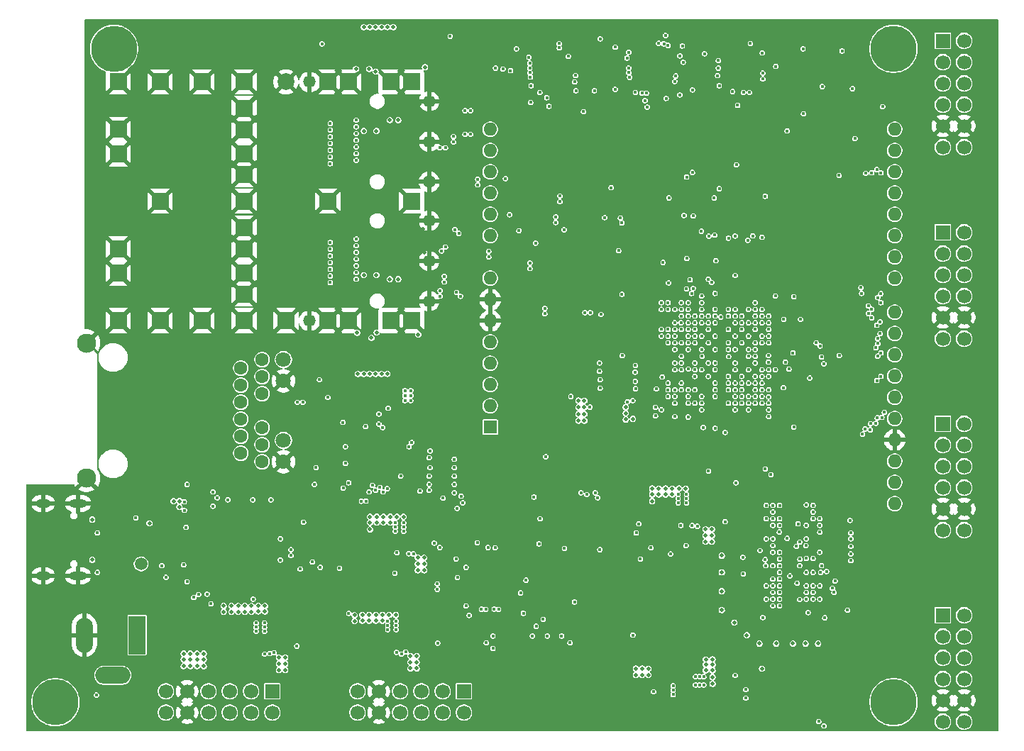
<source format=gbr>
%TF.GenerationSoftware,KiCad,Pcbnew,9.0.1*%
%TF.CreationDate,2025-05-15T18:24:47+02:00*%
%TF.ProjectId,Marble_Tiny,4d617262-6c65-45f5-9469-6e792e6b6963,rev?*%
%TF.SameCoordinates,Original*%
%TF.FileFunction,Copper,L7,Inr*%
%TF.FilePolarity,Positive*%
%FSLAX46Y46*%
G04 Gerber Fmt 4.6, Leading zero omitted, Abs format (unit mm)*
G04 Created by KiCad (PCBNEW 9.0.1) date 2025-05-15 18:24:47*
%MOMM*%
%LPD*%
G01*
G04 APERTURE LIST*
%TA.AperFunction,ComponentPad*%
%ADD10R,1.700000X1.700000*%
%TD*%
%TA.AperFunction,ComponentPad*%
%ADD11C,1.700000*%
%TD*%
%TA.AperFunction,ComponentPad*%
%ADD12C,0.400000*%
%TD*%
%TA.AperFunction,ComponentPad*%
%ADD13O,2.100000X1.000000*%
%TD*%
%TA.AperFunction,ComponentPad*%
%ADD14O,1.800000X1.000000*%
%TD*%
%TA.AperFunction,ComponentPad*%
%ADD15C,5.500000*%
%TD*%
%TA.AperFunction,ComponentPad*%
%ADD16R,2.000000X2.000000*%
%TD*%
%TA.AperFunction,ComponentPad*%
%ADD17C,2.000000*%
%TD*%
%TA.AperFunction,ComponentPad*%
%ADD18C,1.458000*%
%TD*%
%TA.AperFunction,ComponentPad*%
%ADD19C,1.600000*%
%TD*%
%TA.AperFunction,ComponentPad*%
%ADD20C,1.800000*%
%TD*%
%TA.AperFunction,ComponentPad*%
%ADD21C,2.300000*%
%TD*%
%TA.AperFunction,ComponentPad*%
%ADD22R,1.600000X1.600000*%
%TD*%
%TA.AperFunction,ComponentPad*%
%ADD23O,1.600000X1.600000*%
%TD*%
%TA.AperFunction,ComponentPad*%
%ADD24C,1.500000*%
%TD*%
%TA.AperFunction,ComponentPad*%
%ADD25R,2.000000X4.600000*%
%TD*%
%TA.AperFunction,ComponentPad*%
%ADD26O,2.000000X4.200000*%
%TD*%
%TA.AperFunction,ComponentPad*%
%ADD27O,4.200000X2.000000*%
%TD*%
%TA.AperFunction,ViaPad*%
%ADD28C,0.400000*%
%TD*%
%TA.AperFunction,ViaPad*%
%ADD29C,0.500000*%
%TD*%
G04 APERTURE END LIST*
D10*
%TO.N,PMOD3_0*%
%TO.C,J6*%
X212875000Y-79905000D03*
D11*
%TO.N,PMOD3_1*%
X212875000Y-82445000D03*
%TO.N,PMOD3_2*%
X212875000Y-84985000D03*
%TO.N,PMOD3_3*%
X212875000Y-87525000D03*
%TO.N,GND*%
X212875000Y-90065000D03*
%TO.N,+3V3_P*%
X212875000Y-92605000D03*
%TO.N,PMOD3_4*%
X215415000Y-79905000D03*
%TO.N,PMOD3_5*%
X215415000Y-82445000D03*
%TO.N,PMOD3_6*%
X215415000Y-84985000D03*
%TO.N,PMOD3_7*%
X215415000Y-87525000D03*
%TO.N,GND*%
X215415000Y-90065000D03*
%TO.N,+3V3_P*%
X215415000Y-92605000D03*
%TD*%
D12*
%TO.N,DDRVCC*%
%TO.C,U11*%
X183365000Y-133950000D03*
X183865000Y-133950000D03*
X184365000Y-133950000D03*
X183365000Y-132950000D03*
X183865000Y-132950000D03*
X184365000Y-132950000D03*
%TD*%
D13*
%TO.N,GND*%
%TO.C,J2*%
X109705000Y-112280000D03*
D14*
X105525000Y-112280000D03*
D13*
X109705000Y-120920000D03*
D14*
X105525000Y-120920000D03*
%TD*%
D15*
%TO.N,unconnected-(B3-Pad1)*%
%TO.C,B3*%
X207000000Y-58000000D03*
%TD*%
D10*
%TO.N,PMOD1_0*%
%TO.C,J4*%
X212875000Y-125625000D03*
D11*
%TO.N,PMOD1_1*%
X212875000Y-128165000D03*
%TO.N,PMOD1_2*%
X212875000Y-130705000D03*
%TO.N,PMOD1_3*%
X212875000Y-133245000D03*
%TO.N,GND*%
X212875000Y-135785000D03*
%TO.N,+3V3_P*%
X212875000Y-138325000D03*
%TO.N,PMOD1_4*%
X215415000Y-125625000D03*
%TO.N,PMOD1_5*%
X215415000Y-128165000D03*
%TO.N,PMOD1_6*%
X215415000Y-130705000D03*
%TO.N,PMOD1_7*%
X215415000Y-133245000D03*
%TO.N,GND*%
X215415000Y-135785000D03*
%TO.N,+3V3_P*%
X215415000Y-138325000D03*
%TD*%
D12*
%TO.N,+1V0*%
%TO.C,U4*%
X182300000Y-112200000D03*
X182300000Y-111700000D03*
X182300000Y-111200000D03*
X181300000Y-112200000D03*
X181300000Y-111700000D03*
X181300000Y-111200000D03*
%TD*%
D10*
%TO.N,PMOD2_0*%
%TO.C,J5*%
X212875000Y-102765000D03*
D11*
%TO.N,PMOD2_1*%
X212875000Y-105305000D03*
%TO.N,PMOD2_2*%
X212875000Y-107845000D03*
%TO.N,PMOD2_3*%
X212875000Y-110385000D03*
%TO.N,GND*%
X212875000Y-112925000D03*
%TO.N,+3V3_P*%
X212875000Y-115465000D03*
%TO.N,PMOD2_4*%
X215415000Y-102765000D03*
%TO.N,PMOD2_5*%
X215415000Y-105305000D03*
%TO.N,PMOD2_6*%
X215415000Y-107845000D03*
%TO.N,PMOD2_7*%
X215415000Y-110385000D03*
%TO.N,GND*%
X215415000Y-112925000D03*
%TO.N,+3V3_P*%
X215415000Y-115465000D03*
%TD*%
D15*
%TO.N,unconnected-(B1-Pad1)*%
%TO.C,B1*%
X114000000Y-58000000D03*
%TD*%
D10*
%TO.N,PMOD5_0*%
%TO.C,J14*%
X132875000Y-134710000D03*
D11*
%TO.N,PMOD5_1*%
X130335000Y-134710000D03*
%TO.N,PMOD5_2*%
X127795000Y-134710000D03*
%TO.N,PMOD5_3*%
X125255000Y-134710000D03*
%TO.N,GND*%
X122715000Y-134710000D03*
%TO.N,+3V3_P*%
X120175000Y-134710000D03*
%TO.N,PMOD5_4*%
X132875000Y-137250000D03*
%TO.N,PMOD5_5*%
X130335000Y-137250000D03*
%TO.N,PMOD5_6*%
X127795000Y-137250000D03*
%TO.N,PMOD5_7*%
X125255000Y-137250000D03*
%TO.N,GND*%
X122715000Y-137250000D03*
%TO.N,+3V3_P*%
X120175000Y-137250000D03*
%TD*%
D16*
%TO.N,GND*%
%TO.C,J8*%
X149500000Y-90450000D03*
X139500000Y-90450000D03*
D17*
X134500000Y-61950000D03*
D16*
X129500000Y-67630000D03*
X129500000Y-73030000D03*
X129500000Y-81880000D03*
X129500000Y-87280000D03*
X129500000Y-90450000D03*
X124500000Y-61950000D03*
X119500000Y-90450000D03*
X114500000Y-61950000D03*
X114500000Y-70530000D03*
X114500000Y-84780000D03*
X147000000Y-61950000D03*
X142000000Y-61950000D03*
D18*
X137300000Y-61950000D03*
X151600000Y-64280000D03*
X151600000Y-69080000D03*
D16*
X149500000Y-76200000D03*
D18*
X151600000Y-78530000D03*
X151600000Y-83330000D03*
D16*
X139500000Y-76200000D03*
X129500000Y-76200000D03*
X119500000Y-76200000D03*
%TD*%
D10*
%TO.N,PMOD6_0*%
%TO.C,J15*%
X155735000Y-134710000D03*
D11*
%TO.N,PMOD6_1*%
X153195000Y-134710000D03*
%TO.N,PMOD6_2*%
X150655000Y-134710000D03*
%TO.N,PMOD6_3*%
X148115000Y-134710000D03*
%TO.N,GND*%
X145575000Y-134710000D03*
%TO.N,+3V3_P*%
X143035000Y-134710000D03*
%TO.N,PMOD6_4*%
X155735000Y-137250000D03*
%TO.N,PMOD6_5*%
X153195000Y-137250000D03*
%TO.N,PMOD6_6*%
X150655000Y-137250000D03*
%TO.N,PMOD6_7*%
X148115000Y-137250000D03*
%TO.N,GND*%
X145575000Y-137250000D03*
%TO.N,+3V3_P*%
X143035000Y-137250000D03*
%TD*%
D12*
%TO.N,+3V3*%
%TO.C,U10*%
X147650000Y-127335000D03*
X147650000Y-126835000D03*
X147650000Y-126335000D03*
X146650000Y-127335000D03*
X146650000Y-126835000D03*
X146650000Y-126335000D03*
%TD*%
D15*
%TO.N,unconnected-(B4-Pad1)*%
%TO.C,B4*%
X207000000Y-136000000D03*
%TD*%
D12*
%TO.N,+1V8*%
%TO.C,U5*%
X148550000Y-115597500D03*
X148550000Y-115097500D03*
X148550000Y-114597500D03*
X147550000Y-115597500D03*
X147550000Y-115097500D03*
X147550000Y-114597500D03*
%TD*%
D19*
%TO.N,Net-(J3-TRCT1)*%
%TO.C,J3*%
X129130000Y-106280000D03*
%TO.N,/Ethernet/MDI2_N*%
X129130000Y-104248000D03*
%TO.N,/Ethernet/MDI2_P*%
X129130000Y-102216000D03*
%TO.N,/Ethernet/MDI1_P*%
X129130000Y-100184000D03*
%TO.N,/Ethernet/MDI1_N*%
X129130000Y-98152000D03*
%TO.N,Net-(J3-TRCT1)*%
X129130000Y-96120000D03*
X131670000Y-107296000D03*
%TO.N,/Ethernet/MDI3_P*%
X131670000Y-105264000D03*
%TO.N,/Ethernet/MDI3_N*%
X131670000Y-103232000D03*
%TO.N,/Ethernet/MDI0_N*%
X131670000Y-99168000D03*
%TO.N,/Ethernet/MDI0_P*%
X131670000Y-97136000D03*
%TO.N,Net-(J3-TRCT1)*%
X131670000Y-95104000D03*
D20*
%TO.N,GND*%
X134210000Y-107296000D03*
%TO.N,Net-(J3-LED1A)*%
X134210000Y-104756000D03*
%TO.N,GND*%
X134210000Y-97644000D03*
%TO.N,Net-(J3-LED2A)*%
X134210000Y-95104000D03*
D21*
%TO.N,GND*%
X110715000Y-109265000D03*
X110715000Y-93135000D03*
%TD*%
D22*
%TO.N,unconnected-(A1-NC-Pad1)*%
%TO.C,A1*%
X158870000Y-103175000D03*
D23*
%TO.N,unconnected-(A1-IOREF-Pad2)*%
X158870000Y-100635000D03*
%TO.N,unconnected-(A1-~{RESET}-Pad3)*%
X158870000Y-98095000D03*
%TO.N,+3V3_P*%
X158870000Y-95555000D03*
%TO.N,unconnected-(A1-+5V-Pad5)*%
X158870000Y-93015000D03*
%TO.N,GND*%
X158870000Y-90475000D03*
X158870000Y-87935000D03*
%TO.N,+12V*%
X158870000Y-85395000D03*
%TO.N,/Arduino/A0*%
X158870000Y-80315000D03*
%TO.N,/Arduino/A1*%
X158870000Y-77775000D03*
%TO.N,/Arduino/A2*%
X158870000Y-75235000D03*
%TO.N,/Arduino/A3*%
X158870000Y-72695000D03*
%TO.N,I2C_SDA_Ardu*%
X158870000Y-70155000D03*
%TO.N,I2C_SCL_Ardu*%
X158870000Y-67615000D03*
%TO.N,ARDUINO_D0*%
X207130000Y-67615000D03*
%TO.N,ARDUINO_D1*%
X207130000Y-70155000D03*
%TO.N,ARDUINO_D2*%
X207130000Y-72695000D03*
%TO.N,ARDUINO_D3*%
X207130000Y-75235000D03*
%TO.N,ARDUINO_D4*%
X207130000Y-77775000D03*
%TO.N,ARDUINO_D5*%
X207130000Y-80315000D03*
%TO.N,ARDUINO_D6*%
X207130000Y-82855000D03*
%TO.N,ARDUINO_D7*%
X207130000Y-85395000D03*
%TO.N,ARDUINO_D8*%
X207130000Y-89455000D03*
%TO.N,ARDUINO_D9*%
X207130000Y-91995000D03*
%TO.N,ARDUINO_D10*%
X207130000Y-94535000D03*
%TO.N,ARDUINO_D11*%
X207130000Y-97075000D03*
%TO.N,ARDUINO_D12*%
X207130000Y-99615000D03*
%TO.N,ARDUINO_D13*%
X207130000Y-102155000D03*
%TO.N,GND*%
X207130000Y-104695000D03*
%TO.N,unconnected-(A1-AREF-Pad30)*%
X207130000Y-107235000D03*
%TO.N,I2C_SDA_Ardu*%
X207130000Y-109775000D03*
%TO.N,I2C_SCL_Ardu*%
X207130000Y-112315000D03*
%TD*%
D12*
%TO.N,+3V3_P*%
%TO.C,U6*%
X131950000Y-127535000D03*
X131950000Y-127035000D03*
X131950000Y-126535000D03*
X130950000Y-127535000D03*
X130950000Y-127035000D03*
X130950000Y-126535000D03*
%TD*%
D15*
%TO.N,unconnected-(B2-Pad1)*%
%TO.C,B2*%
X107000000Y-136000000D03*
%TD*%
D24*
%TO.N,+3V3_USB*%
%TO.C,TP1*%
X117225000Y-119500000D03*
%TD*%
D10*
%TO.N,PMOD4_0*%
%TO.C,J7*%
X212875000Y-57045000D03*
D11*
%TO.N,PMOD4_1*%
X212875000Y-59585000D03*
%TO.N,PMOD4_2*%
X212875000Y-62125000D03*
%TO.N,PMOD4_3*%
X212875000Y-64665000D03*
%TO.N,GND*%
X212875000Y-67205000D03*
%TO.N,+3V3_P*%
X212875000Y-69745000D03*
%TO.N,PMOD4_4*%
X215415000Y-57045000D03*
%TO.N,PMOD4_5*%
X215415000Y-59585000D03*
%TO.N,PMOD4_6*%
X215415000Y-62125000D03*
%TO.N,PMOD4_7*%
X215415000Y-64665000D03*
%TO.N,GND*%
X215415000Y-67205000D03*
%TO.N,+3V3_P*%
X215415000Y-69745000D03*
%TD*%
D25*
%TO.N,Net-(Q4-D)*%
%TO.C,J10*%
X116750000Y-128000000D03*
D26*
%TO.N,GND*%
X110450000Y-128000000D03*
D27*
%TO.N,unconnected-(J10-Pad3)*%
X113850000Y-132800000D03*
%TD*%
D16*
%TO.N,GND*%
%TO.C,J9*%
X149500000Y-61950000D03*
X139500000Y-61950000D03*
X134500000Y-90450000D03*
X129500000Y-84770000D03*
X129500000Y-79370000D03*
X129500000Y-70520000D03*
X129500000Y-65120000D03*
X129500000Y-61950000D03*
X124500000Y-90450000D03*
X119500000Y-61950000D03*
X114500000Y-90450000D03*
X114500000Y-81870000D03*
X114500000Y-67620000D03*
X147000000Y-90450000D03*
X142000000Y-90450000D03*
D18*
X137300000Y-90450000D03*
X151600000Y-88120000D03*
D16*
X149500000Y-76200000D03*
D24*
X151600000Y-73870000D03*
%TD*%
D28*
%TO.N,I2C_SCL_Ardu*%
X185803000Y-83290500D03*
X185642442Y-80236854D03*
X189600000Y-80863500D03*
%TO.N,ARDUINO_D6*%
X184100000Y-89100000D03*
X203675000Y-72850000D03*
%TO.N,/Arduino/A0*%
X162300000Y-79700000D03*
%TO.N,ARDUINO_D1*%
X185700000Y-89900000D03*
%TO.N,I2C_SDA_Ardu*%
X190200000Y-80325000D03*
X179500000Y-83500000D03*
X180900000Y-92300000D03*
D29*
%TO.N,+3V3_P*%
X131992366Y-125162654D03*
X127076434Y-124516852D03*
X128000000Y-124500000D03*
X128800000Y-124500000D03*
X129600000Y-125200000D03*
X127076434Y-125216852D03*
X131192366Y-125162654D03*
X130400000Y-125200000D03*
X130400000Y-124500000D03*
X132000000Y-124500000D03*
X131200000Y-124500000D03*
D28*
X136600000Y-114500000D03*
D29*
X129600000Y-124500000D03*
X128800000Y-125200000D03*
X128000000Y-125200000D03*
D28*
%TO.N,/Arduino/A1*%
X161200000Y-77800000D03*
%TO.N,ARDUINO_D5*%
X184100000Y-88300000D03*
X204400000Y-72800000D03*
%TO.N,/Arduino/A2*%
X160700000Y-73500000D03*
%TO.N,ARDUINO_D4*%
X205000000Y-72400000D03*
X180900000Y-90700000D03*
%TO.N,ARDUINO_D3*%
X205500000Y-72800000D03*
X180100000Y-92300000D03*
%TO.N,ARDUINO_D0*%
X184100000Y-90700000D03*
%TO.N,ARDUINO_D2*%
X179300000Y-92300000D03*
D29*
%TO.N,+1V8*%
X146941097Y-114563921D03*
D28*
X184156879Y-94700000D03*
X174630722Y-94630722D03*
D29*
X144541097Y-113863921D03*
X144541097Y-115363921D03*
D28*
X172000000Y-97500000D03*
X171917136Y-96492366D03*
D29*
X170100000Y-100800000D03*
X145341097Y-114563921D03*
D28*
X188900000Y-91500000D03*
D29*
X146141097Y-113863921D03*
D28*
X171917136Y-95492366D03*
D29*
X144541097Y-114563921D03*
X148541097Y-113863921D03*
D28*
X182500000Y-93100000D03*
X172000000Y-98500000D03*
D29*
X169400000Y-102400000D03*
D28*
X190500000Y-91500000D03*
X184900000Y-91500000D03*
X187300000Y-91500000D03*
D29*
X170100000Y-101600000D03*
X169400000Y-100800000D03*
X147741097Y-113863921D03*
X146141097Y-114563921D03*
X170100000Y-102400000D03*
X170100000Y-100000000D03*
X169400000Y-100000000D03*
D28*
X184100000Y-92300000D03*
D29*
X146941097Y-113863921D03*
X169400000Y-101600000D03*
X145341097Y-113863921D03*
D28*
X152200000Y-117000000D03*
%TO.N,+1V2*%
X182500000Y-101950000D03*
X184100000Y-101100000D03*
X179300000Y-101100000D03*
X178600000Y-100800000D03*
D29*
X175900000Y-102175000D03*
X175050000Y-101500000D03*
D28*
X183300000Y-100300000D03*
X180900000Y-101900000D03*
D29*
X175050000Y-102250000D03*
D28*
X168500000Y-99500000D03*
X178600000Y-101800000D03*
D29*
X175050000Y-100775000D03*
D28*
%TO.N,Net-(U21-OSCO)*%
X122600000Y-115123000D03*
%TO.N,Net-(U21-OSCI)*%
X122400000Y-113100000D03*
%TO.N,I2C_SCL*%
X184900000Y-85500000D03*
X179800000Y-56400000D03*
X183000000Y-72750000D03*
X180100000Y-57600000D03*
X174400000Y-78200000D03*
X184964857Y-80359500D03*
%TO.N,I2C_SDA*%
X184072630Y-79769631D03*
X179600000Y-57400000D03*
X182312844Y-73304996D03*
X183300000Y-90700000D03*
X174600000Y-78800000D03*
X172000000Y-56800000D03*
X167122000Y-57888075D03*
D29*
%TO.N,Net-(J12-VCCR)*%
X146900000Y-66505000D03*
X145200000Y-60700000D03*
%TO.N,Net-(J12-VCCT)*%
X147900000Y-66505000D03*
X151100000Y-60200000D03*
%TO.N,Net-(J1-VCCR)*%
X147900000Y-85500000D03*
X150300000Y-92100000D03*
%TO.N,Net-(J1-VCCT)*%
X145327000Y-91872000D03*
X146900000Y-85500000D03*
%TO.N,Net-(J11-VCCR)*%
X145300000Y-67795000D03*
X144440500Y-60400000D03*
%TO.N,Net-(J11-VCCT)*%
X142852356Y-60400000D03*
X143800000Y-67795000D03*
%TO.N,Net-(J13-VCCR)*%
X143800000Y-85000000D03*
X143000000Y-91900000D03*
%TO.N,Net-(J13-VCCT)*%
X145300000Y-85000000D03*
X144700000Y-92500000D03*
D28*
%TO.N,DDRVCC*%
X188900000Y-100300000D03*
X196603967Y-118847689D03*
X192600000Y-118100000D03*
X195800000Y-116900000D03*
X191800000Y-123700000D03*
X198200000Y-115700000D03*
X198066262Y-138298116D03*
D29*
X185400000Y-130900000D03*
X185400000Y-133800000D03*
D28*
X188100000Y-97900000D03*
X195092000Y-103172814D03*
X192100000Y-101900000D03*
X198200000Y-123700000D03*
X198200000Y-122100000D03*
X198200000Y-114100000D03*
X197400000Y-112500000D03*
X191300000Y-99500000D03*
D29*
X184600000Y-130900000D03*
X184600000Y-132200000D03*
X185400000Y-133000000D03*
D28*
X191800000Y-114100000D03*
X198200000Y-118100000D03*
X192600000Y-114900000D03*
X191800000Y-116500000D03*
X197000000Y-97300000D03*
X198200000Y-114900000D03*
D29*
X185400000Y-131500000D03*
D28*
X192600000Y-119700000D03*
X193870469Y-98448547D03*
X190500000Y-97100000D03*
D29*
X185400000Y-132200000D03*
D28*
X191800000Y-112500000D03*
X198698116Y-138833738D03*
X191800000Y-122100000D03*
X192600000Y-113300000D03*
D29*
X184600000Y-131500000D03*
%TO.N,DDRVTT*%
X195000000Y-129000000D03*
X198000000Y-129000000D03*
X188000000Y-126500000D03*
X193000000Y-129000000D03*
X186500000Y-118500000D03*
X189500000Y-128000000D03*
X196500000Y-129000000D03*
X191000000Y-129000000D03*
X186500000Y-120500000D03*
X186500000Y-125000000D03*
X186500000Y-122750000D03*
D28*
%TO.N,+3V3_USB*%
X120200000Y-121100000D03*
X119700000Y-119700000D03*
D29*
X121800000Y-112000000D03*
X118225000Y-114650000D03*
X121800000Y-112700000D03*
D28*
X116600000Y-114000000D03*
X125800000Y-110900000D03*
D29*
X121100000Y-112000000D03*
D28*
X130562358Y-111846499D03*
%TO.N,1V8USB*%
X122302058Y-119607080D03*
X133840069Y-119031454D03*
X132707264Y-111838010D03*
X122372998Y-112075000D03*
%TO.N,DDRVREF*%
X195500000Y-121800000D03*
X191072998Y-117900000D03*
D29*
X191300000Y-132000000D03*
D28*
%TO.N,Net-(D3-K)*%
X170764174Y-100766043D03*
X142000000Y-125400000D03*
X137666043Y-119263668D03*
X111895497Y-135150000D03*
X131972653Y-130247998D03*
X135800000Y-129300000D03*
X180700000Y-134045994D03*
%TO.N,XADCGND*%
X188100000Y-95500000D03*
X185700000Y-95500000D03*
X187300000Y-93900000D03*
%TO.N,/FPGA_MISC/VREF*%
X186900000Y-103800000D03*
X188100000Y-93900000D03*
%TO.N,Net-(U1F-VCCADC_0)*%
X185700000Y-93900000D03*
%TO.N,Net-(U10-FB)*%
X148800000Y-130000000D03*
%TO.N,Net-(U6-FB)*%
X133100000Y-130100000D03*
%TO.N,+3V3_CLEAN*%
X154966181Y-121124818D03*
X155600000Y-112200000D03*
X163147893Y-121437002D03*
X156000000Y-119900000D03*
X156000000Y-124500000D03*
X167738897Y-117642287D03*
X165700000Y-128100000D03*
X154935000Y-112865000D03*
X163900000Y-128100000D03*
X175900000Y-128000000D03*
X180400000Y-118300000D03*
X159462876Y-117555622D03*
X158609724Y-117538643D03*
X171951694Y-117782768D03*
X165200000Y-126100000D03*
X164359882Y-126934796D03*
X167400000Y-128100000D03*
X168400000Y-128900000D03*
X168935000Y-124035000D03*
%TO.N,Net-(U12-VOUT)*%
X164100000Y-111500000D03*
%TO.N,/Clock-WR/WR_DAC_OUT2*%
X176800000Y-118900000D03*
X176300000Y-115800000D03*
%TO.N,/Clock-WR/WR_DAC_OUT1*%
X164827002Y-114100000D03*
X176600000Y-114700000D03*
%TO.N,Net-(Y1-OUT)*%
X164700000Y-117100000D03*
%TO.N,REF_CLK0_P*%
X180100000Y-97900000D03*
X170830000Y-89500000D03*
%TO.N,WR_CLK0_P*%
X152574737Y-122530000D03*
X181700000Y-97900000D03*
%TO.N,Net-(U16-VCCPLL1)*%
X156376939Y-125636680D03*
X162832879Y-125388375D03*
X162500000Y-122950000D03*
%TO.N,WR_CLK0_N*%
X152574737Y-121870000D03*
X181700000Y-98700000D03*
%TO.N,REF_CLK0_N*%
X180100000Y-98700000D03*
X170170000Y-89500000D03*
D29*
%TO.N,VUSB*%
X111400000Y-114200000D03*
X111400000Y-119000000D03*
D28*
%TO.N,Net-(U21-EEDATA)*%
X125800000Y-112600000D03*
%TO.N,Net-(U21-EECS)*%
X122700000Y-109993077D03*
%TO.N,RX*%
X183100000Y-86600000D03*
X135100000Y-117800000D03*
%TO.N,TX*%
X135100000Y-118500000D03*
X185300000Y-85900000D03*
%TO.N,Net-(U21-EECLK)*%
X126300000Y-111600000D03*
%TO.N,Net-(U7-INTB{slash}PMEB)*%
X146700000Y-100900000D03*
%TO.N,/FPGA_MISC/CCLK*%
X191700000Y-75600000D03*
X182521602Y-96216202D03*
%TO.N,CFG_FCS*%
X188100000Y-89900000D03*
X187303001Y-80598585D03*
%TO.N,CFG_MOSI*%
X187300000Y-89100000D03*
X191300000Y-80500000D03*
%TO.N,CFG_DIN*%
X188097000Y-85041558D03*
X188100000Y-80350000D03*
%TO.N,/SFP/I2C_SFP3_SCL*%
X191400000Y-60900000D03*
X139800000Y-83510000D03*
%TO.N,/SFP/I2C_SFP3_SDA*%
X191400000Y-61600000D03*
X139800000Y-84310000D03*
%TO.N,/SFP/I2C_SFP2_SCL*%
X189800000Y-63200000D03*
X139800000Y-69300000D03*
%TO.N,/SFP/I2C_SFP2_SDA*%
X139800000Y-70100000D03*
X189100000Y-63200000D03*
%TO.N,/SFP/I2C_SFP0_SDA*%
X142900000Y-68100000D03*
X186100000Y-60300000D03*
%TO.N,RST*%
X154800000Y-118900000D03*
X186100000Y-59400000D03*
X196250000Y-65750000D03*
X189700000Y-94700000D03*
X198687002Y-95600000D03*
X138600000Y-119900000D03*
%TO.N,/SFP/I2C_SFP1_SDA*%
X142900000Y-82300000D03*
X186200000Y-62400000D03*
%TO.N,/SFP/I2C_SFP0_SCL*%
X186000000Y-61200000D03*
X142900000Y-68900000D03*
%TO.N,/SFP/I2C_SFP1_SCL*%
X142900000Y-83100000D03*
X187800000Y-63100000D03*
%TO.N,MGT_TX1_P*%
X155133346Y-80033346D03*
X158700000Y-82170000D03*
%TO.N,/SFP/SFP1_TX_DIS*%
X179862436Y-63917105D03*
X142900000Y-81500000D03*
%TO.N,/SFP/SFP1_TX_FAULT*%
X142900000Y-80700000D03*
X177344225Y-64181000D03*
%TO.N,/SFP/RS1*%
X142900000Y-84700000D03*
X180900000Y-61900000D03*
%TO.N,MGT_RX1_P*%
X165400000Y-88970000D03*
X153400000Y-85175000D03*
%TO.N,/SFP/SFP1_DEF0*%
X142900000Y-83900000D03*
X181500000Y-63500000D03*
%TO.N,MGT_RX1_N*%
X165400000Y-89630000D03*
X153400000Y-85835000D03*
%TO.N,/SFP/SFP1_LOS*%
X142900000Y-85500000D03*
X181022342Y-61240500D03*
%TO.N,MGT_TX1_N*%
X158700000Y-82830000D03*
X154666654Y-79566654D03*
%TO.N,Net-(J2-CC1)*%
X112000000Y-120500000D03*
X112000000Y-115800000D03*
%TO.N,PMOD1_4*%
X203100000Y-86500000D03*
%TO.N,PMOD1_2*%
X204400000Y-90100000D03*
%TO.N,PMOD1_5*%
X204000000Y-88700000D03*
%TO.N,PMOD1_7*%
X205129340Y-93190783D03*
%TO.N,PMOD1_1*%
X204400000Y-89100000D03*
%TO.N,PMOD1_0*%
X203200000Y-87200000D03*
%TO.N,PMOD1_3*%
X204900000Y-93700000D03*
%TO.N,PMOD1_6*%
X204000000Y-89600000D03*
%TO.N,PMOD2_5*%
X205400000Y-92000000D03*
%TO.N,PMOD2_1*%
X205100000Y-92600000D03*
%TO.N,PMOD2_4*%
X205400000Y-90600000D03*
%TO.N,PMOD2_2*%
X205100000Y-94700000D03*
%TO.N,PMOD2_7*%
X205500000Y-97100000D03*
%TO.N,PMOD2_6*%
X205500000Y-94300000D03*
%TO.N,PMOD2_0*%
X205000000Y-91000000D03*
%TO.N,PMOD2_3*%
X205000000Y-97600000D03*
%TO.N,PMOD3_5*%
X190500000Y-89100000D03*
%TO.N,PMOD3_7*%
X205500000Y-88300000D03*
%TO.N,PMOD3_3*%
X205100000Y-87700000D03*
%TO.N,PMOD3_4*%
X189700000Y-90700000D03*
%TO.N,PMOD3_2*%
X190500000Y-89900000D03*
%TO.N,PMOD3_6*%
X205473874Y-87226126D03*
%TO.N,PMOD3_0*%
X188900000Y-89900000D03*
%TO.N,PMOD3_1*%
X189700000Y-89100000D03*
%TO.N,PMOD4_4*%
X186379379Y-90018688D03*
%TO.N,PMOD4_5*%
X188900000Y-90700000D03*
%TO.N,PMOD4_7*%
X188100000Y-90700000D03*
%TO.N,PMOD4_0*%
X185700000Y-89100000D03*
%TO.N,PMOD4_2*%
X183300000Y-89900000D03*
%TO.N,PMOD4_1*%
X187300000Y-89900000D03*
%TO.N,PMOD4_6*%
X184100000Y-89900000D03*
%TO.N,PMOD4_3*%
X185700000Y-90700000D03*
%TO.N,/SFP/SFP2_TX_FAULT*%
X139800000Y-71700000D03*
X163500000Y-59000000D03*
%TO.N,/SFP/SFP2_LOS*%
X139800000Y-66900000D03*
X159500000Y-60300000D03*
X163675532Y-61365000D03*
%TO.N,MGT_TX2_P*%
X157400000Y-73570000D03*
%TO.N,/SFP/SFP2_DEF0*%
X163600000Y-60300000D03*
X139800000Y-68500000D03*
%TO.N,/SFP/RS2*%
X139800000Y-67700000D03*
X163626464Y-60840287D03*
X160400000Y-60400000D03*
%TO.N,MGT_RX2_P*%
X152870000Y-69800000D03*
X154500000Y-68470000D03*
X180900000Y-99500000D03*
%TO.N,MGT_RX2_N*%
X153530000Y-69800000D03*
X180900000Y-100300000D03*
X154500000Y-69130000D03*
%TO.N,/SFP/SFP2_TX_DIS*%
X139800000Y-70900000D03*
X163600000Y-59700000D03*
%TO.N,MGT_TX2_N*%
X157400000Y-74230000D03*
%TO.N,/SFP/RS0*%
X142900000Y-70500000D03*
X175400000Y-60827003D03*
%TO.N,MGT_RX0_N*%
X182500000Y-100300000D03*
X154866654Y-87066654D03*
%TO.N,MGT_TX0_N*%
X155870000Y-68200000D03*
X155870000Y-65373000D03*
%TO.N,/SFP/SFP0_TX_DIS*%
X175200000Y-59100000D03*
X142900000Y-67300000D03*
%TO.N,/SFP/SFP0_TX_FAULT*%
X175400000Y-58400000D03*
X142900000Y-66500000D03*
%TO.N,/SFP/SFP0_LOS*%
X175500000Y-61400000D03*
X142900000Y-71300000D03*
%TO.N,/SFP/SFP0_DEF0*%
X175400000Y-60300000D03*
X142900000Y-69700000D03*
%TO.N,MGT_TX0_P*%
X156530000Y-68200000D03*
X156530000Y-65373000D03*
%TO.N,MGT_RX0_P*%
X182500000Y-99500000D03*
X155333346Y-87533346D03*
%TO.N,/SFP/SFP3_DEF0*%
X139800000Y-82710000D03*
X169100000Y-63000000D03*
%TO.N,MGT_TX3_P*%
X163612883Y-83570000D03*
%TO.N,/SFP/RS3*%
X139800000Y-81910000D03*
X168950000Y-61950000D03*
%TO.N,MGT_RX3_N*%
X152900000Y-87530000D03*
X153533346Y-81666654D03*
X184100000Y-100300000D03*
%TO.N,/SFP/SFP3_TX_FAULT*%
X163700000Y-64400000D03*
X139800000Y-85910000D03*
%TO.N,MGT_TX3_N*%
X163612883Y-84230000D03*
%TO.N,/SFP/SFP3_LOS*%
X169062612Y-61183521D03*
X139800000Y-81110000D03*
%TO.N,/SFP/SFP3_TX_DIS*%
X170000000Y-65500000D03*
X139800000Y-85110000D03*
%TO.N,MGT_RX3_P*%
X153066654Y-82133346D03*
X152900000Y-86870000D03*
X184100000Y-99500000D03*
%TO.N,PMOD5_5*%
X205600000Y-102000000D03*
%TO.N,PMOD5_2*%
X203300000Y-104000000D03*
%TO.N,PMOD5_6*%
X205900000Y-101400000D03*
%TO.N,PMOD5_7*%
X204900000Y-102700000D03*
%TO.N,PMOD5_4*%
X205050000Y-102050000D03*
%TO.N,PMOD5_3*%
X204250000Y-102750000D03*
%TO.N,PMOD5_0*%
X204227353Y-103472647D03*
%TO.N,PMOD5_1*%
X203626126Y-103373874D03*
%TO.N,PMOD6_2*%
X191300000Y-92300000D03*
%TO.N,PMOD6_3*%
X192100000Y-90700000D03*
%TO.N,PMOD6_1*%
X192100000Y-92300000D03*
%TO.N,PMOD6_6*%
X191300000Y-89100000D03*
%TO.N,PMOD6_4*%
X192100000Y-89900000D03*
%TO.N,PMOD6_7*%
X191300000Y-89900000D03*
%TO.N,PMOD6_0*%
X192100000Y-91500000D03*
%TO.N,PMOD6_5*%
X190500000Y-90700000D03*
%TO.N,RGMII_RXD0*%
X180100000Y-89100000D03*
X154600000Y-108000000D03*
%TO.N,RGMII_RXD1*%
X180900000Y-89100000D03*
X154600000Y-109000000D03*
%TO.N,RGMII_RXD2*%
X181643120Y-90699999D03*
X154600000Y-110000000D03*
%TO.N,RGMII_RXD3*%
X180900000Y-91500000D03*
X154600000Y-111000000D03*
%TO.N,RGMII_RX_CLK*%
X155400000Y-111400000D03*
X182500000Y-91500000D03*
%TO.N,RGMII_RX_DV*%
X181700000Y-89100000D03*
X154600000Y-107000000D03*
%TO.N,DDR3_A12*%
X196600000Y-122100000D03*
X201900000Y-116500000D03*
%TO.N,DDR3_A13*%
X201900000Y-115800000D03*
X193400000Y-124500000D03*
%TO.N,DDR3_BA0*%
X192600000Y-121300000D03*
X192100000Y-100300000D03*
%TO.N,DDR3_BA1*%
X197400000Y-122100000D03*
X201900000Y-117400000D03*
%TO.N,DDR3_BA2*%
X198400000Y-119700000D03*
X193400000Y-121300000D03*
%TO.N,DDR3_CKE0*%
X197399999Y-118843118D03*
%TO.N,DDR3_CE*%
X190500000Y-98700000D03*
X191748001Y-119695761D03*
%TO.N,DDR3_RAS*%
X189025000Y-118700000D03*
X193400000Y-118900000D03*
X191300000Y-100300000D03*
%TO.N,DDR3_A9*%
X193400000Y-123700000D03*
X199900000Y-122900000D03*
%TO.N,DDR3_A10*%
X198300000Y-120500000D03*
X196600000Y-120500000D03*
%TO.N,DDR3_A11*%
X201900000Y-118300000D03*
X196600000Y-123700000D03*
%TO.N,DDR3_A4*%
X197400000Y-122900000D03*
X198800000Y-125925000D03*
X200030722Y-121530722D03*
%TO.N,DDR3_A5*%
X192600000Y-122900000D03*
X201800000Y-114300000D03*
%TO.N,DDR3_A6*%
X197400000Y-123700000D03*
X196800000Y-125297000D03*
X201900000Y-119100000D03*
%TO.N,DDR3_A7*%
X191400000Y-125900000D03*
X192100000Y-97100000D03*
X192600000Y-123700000D03*
%TO.N,DDR3_A0*%
X193400000Y-122100000D03*
X189075000Y-120700000D03*
X199000000Y-120400000D03*
%TO.N,DDR3_A1*%
X199700000Y-122400000D03*
X196600000Y-122900000D03*
%TO.N,DDR3_A2*%
X193400000Y-122900000D03*
X191300000Y-97100000D03*
%TO.N,DDR3_A3*%
X190500000Y-97900000D03*
X192600000Y-122100000D03*
%TO.N,DDR3_CAS*%
X192100000Y-101100000D03*
X193400000Y-119700000D03*
%TO.N,DDR3_WE*%
X192099999Y-99556882D03*
X193400000Y-120500000D03*
%TO.N,DDR3_ODT*%
X191671554Y-118976465D03*
X190500000Y-100300000D03*
%TO.N,Net-(U2-ZQ)*%
X197400000Y-120500000D03*
%TO.N,DDR3_RST*%
X185700000Y-97900000D03*
X192600000Y-124500000D03*
X188200000Y-109800000D03*
%TO.N,Net-(U1E-CFGBVS_0)*%
X182500000Y-92300000D03*
%TO.N,Net-(U1E-INIT_B_0)*%
X192073527Y-94609000D03*
X198400000Y-94800000D03*
%TO.N,Net-(U1E-M0_0)*%
X197775000Y-93082000D03*
X191300000Y-93100000D03*
%TO.N,Net-(U1E-M1_0)*%
X198232000Y-93468000D03*
X190500000Y-93900000D03*
%TO.N,Net-(U1E-M2_0)*%
X183300000Y-91500000D03*
%TO.N,Net-(U5-FB)*%
X149726990Y-118303651D03*
%TO.N,Net-(U11-FB)*%
X180700000Y-135100000D03*
%TO.N,Net-(U16-OD0)*%
X159353505Y-124885955D03*
%TO.N,Net-(U16-OD1)*%
X159878270Y-124934463D03*
%TO.N,Net-(U16-OS1)*%
X157827641Y-124908666D03*
%TO.N,Net-(U16-OS0)*%
X158354482Y-124921729D03*
%TO.N,Net-(U1D-MGTRREF_216)*%
X179409654Y-97174510D03*
X175900000Y-100000000D03*
%TO.N,CLK20_VCXO*%
X174600000Y-87300000D03*
X165500000Y-106697000D03*
X181700000Y-91500000D03*
X178050000Y-117550000D03*
%TO.N,CLK2*%
X174200000Y-82100000D03*
X182720216Y-85569676D03*
X182500000Y-89900000D03*
%TO.N,AD0_P*%
X166700000Y-78070000D03*
X181700000Y-96300000D03*
%TO.N,AD0_N*%
X180900000Y-96300000D03*
X166700000Y-78730000D03*
%TO.N,AD8_P*%
X181700000Y-95500000D03*
X167200000Y-75570000D03*
%TO.N,AD8_N*%
X167200000Y-76230000D03*
X180900000Y-95500000D03*
%TO.N,Net-(U4-EN)*%
X182952533Y-114912861D03*
%TO.N,Net-(U10-EN)*%
X180700000Y-134572997D03*
X147744315Y-118144315D03*
X148300000Y-130250000D03*
%TO.N,Net-(U4-PG)*%
X181626924Y-114900000D03*
X157330722Y-116969278D03*
X149161479Y-118270385D03*
X152869278Y-117530722D03*
%TO.N,Net-(U10-PG)*%
X132583231Y-130203354D03*
X147700000Y-130050000D03*
%TO.N,DDR3_D12*%
X196591999Y-112446371D03*
X189700000Y-97900000D03*
%TO.N,DDR3_D9*%
X193400000Y-114100000D03*
X191695544Y-108149917D03*
%TO.N,JTAG_TDI*%
X124082053Y-123156987D03*
X192069367Y-95403000D03*
%TO.N,DDR3_D13*%
X192372814Y-108827186D03*
X192600000Y-112500000D03*
%TO.N,JTAG_TMS*%
X125097836Y-123095518D03*
X186897000Y-114450000D03*
X191300000Y-96300000D03*
%TO.N,WR_DAC1_SYNC*%
X171400000Y-111000000D03*
X181700000Y-93100000D03*
%TO.N,DDR3_D6*%
X192600000Y-117300000D03*
X185700000Y-98700000D03*
%TO.N,DDR3_D15*%
X193400000Y-112500000D03*
X189700000Y-99500000D03*
%TO.N,DDR3_D11*%
X188900000Y-99500000D03*
X192600000Y-114100000D03*
%TO.N,RGMII_TXD0*%
X180100000Y-88300000D03*
X146100000Y-110900000D03*
%TO.N,WR_DAC2_SYNC*%
X181700000Y-94700000D03*
X171700000Y-111600000D03*
%TO.N,WR_DAC_SCLK*%
X180900000Y-93100000D03*
X170400000Y-111200000D03*
%TO.N,RGMII_TXD3*%
X182294000Y-86643123D03*
X144827000Y-110100000D03*
%TO.N,DDR3_D1*%
X188100000Y-99500000D03*
X196600000Y-116500000D03*
%TO.N,RGMII_TXD2*%
X182500000Y-88300000D03*
X145200000Y-110700000D03*
%TO.N,WR_DAC_DIN*%
X180100000Y-93100000D03*
X169700000Y-111000000D03*
%TO.N,DDR3_D4*%
X193400000Y-118100000D03*
X185700000Y-99500000D03*
%TO.N,DDR3_D5*%
X188100000Y-101100000D03*
X196543121Y-117300000D03*
%TO.N,DDR3_DM1*%
X188900000Y-97900000D03*
X193400000Y-114893856D03*
%TO.N,DDR3_CLK_N*%
X195800000Y-119700000D03*
X192100000Y-98700000D03*
%TO.N,DDR3_D10*%
X189700000Y-101100000D03*
X197400000Y-114100000D03*
%TO.N,DDR3_D8*%
X189700000Y-100300000D03*
X196600000Y-114900000D03*
%TO.N,DDR3_D2*%
X192600000Y-116500000D03*
X187300000Y-98700000D03*
%TO.N,DDR3_CLK_P*%
X191300000Y-98700000D03*
X195827353Y-118927353D03*
%TO.N,RGMII_TX_CLK*%
X150500000Y-110800000D03*
X181700000Y-89900000D03*
%TO.N,DDR3_D0*%
X193377856Y-115677856D03*
X187300000Y-100300000D03*
%TO.N,MDC_PHY*%
X184900000Y-90700000D03*
X144043735Y-111997114D03*
%TO.N,JTAG_TDO*%
X192100000Y-96300000D03*
X123500000Y-123500000D03*
%TO.N,DDR3_D3*%
X187300000Y-97900000D03*
X194307275Y-116437013D03*
%TO.N,RGMII_TXD1*%
X182500000Y-89100000D03*
X145727000Y-110361771D03*
%TO.N,DDR3_D14*%
X190500000Y-99500000D03*
X197400000Y-113300000D03*
%TO.N,RGMII_TX_EN*%
X179300000Y-88300000D03*
X146600000Y-110500000D03*
%TO.N,PHY_RSTn*%
X143516769Y-112003354D03*
X179300000Y-91500000D03*
%TO.N,DDR3_D7*%
X195400000Y-117400000D03*
X188100000Y-100300000D03*
%TO.N,MDIO_PHY*%
X144427000Y-110900000D03*
X182900000Y-87200000D03*
%TO.N,DDR3_DM0*%
X188100000Y-98700000D03*
X195600000Y-114700000D03*
%TO.N,JTAG_TCK*%
X122708132Y-121615790D03*
X183300000Y-96300000D03*
X172100000Y-89700000D03*
%TO.N,Net-(U17-P05)*%
X176200000Y-63200000D03*
%TO.N,Net-(U17-P06)*%
X176981000Y-63277806D03*
%TO.N,Net-(U17-P07)*%
X177507533Y-63300041D03*
%TO.N,Net-(U19-P05)*%
X163762500Y-62400000D03*
%TO.N,Net-(U19-P06)*%
X164800000Y-63200000D03*
%TO.N,Net-(U19-P07)*%
X165631856Y-63831857D03*
%TO.N,+3V3*%
X189916440Y-57359930D03*
D29*
X144423566Y-125583148D03*
X146023566Y-126283148D03*
D28*
X191300000Y-90700000D03*
X164300000Y-81200000D03*
D29*
X143100000Y-96800000D03*
D28*
X158400000Y-128900000D03*
D29*
X146823566Y-125583148D03*
X144423566Y-126283148D03*
X144500000Y-55400000D03*
D28*
X179300000Y-89100000D03*
X190500000Y-88300000D03*
X180149261Y-85945054D03*
X149500000Y-105000000D03*
X192951575Y-60097230D03*
X182000000Y-77900000D03*
X167102918Y-57361418D03*
X162000000Y-58000000D03*
X182500000Y-90700000D03*
X188100000Y-89100000D03*
X184100000Y-87500000D03*
X177605345Y-64949146D03*
X188400000Y-64745000D03*
D29*
X144500000Y-96800000D03*
D28*
X171300000Y-63000000D03*
X183000000Y-62900000D03*
D29*
X145900000Y-96800000D03*
D28*
X145600000Y-101600000D03*
X165885999Y-64859455D03*
X142000000Y-109800000D03*
D29*
X147623566Y-125583148D03*
X145200000Y-96800000D03*
D28*
X190500000Y-94700000D03*
D29*
X146023566Y-125583148D03*
D28*
X153250000Y-111637002D03*
X195900000Y-90300000D03*
D29*
X143800000Y-55400000D03*
D28*
X192900000Y-87500000D03*
X173800000Y-57800000D03*
D29*
X146600000Y-96800000D03*
D28*
X191350000Y-58490500D03*
X127578376Y-111834167D03*
X189366262Y-134498116D03*
X192900000Y-96300000D03*
X180200000Y-75800000D03*
X186200000Y-74700000D03*
X125569590Y-124265410D03*
X183100000Y-77948464D03*
X159200000Y-128100000D03*
X141300000Y-102600000D03*
X178965536Y-57340829D03*
X195100000Y-87600000D03*
X184923372Y-108425543D03*
X189366262Y-135498116D03*
X188260136Y-71844916D03*
X192100000Y-93100000D03*
X200500000Y-73100000D03*
D29*
X142700000Y-126300000D03*
D28*
X173792499Y-62837792D03*
X161300000Y-60600000D03*
D29*
X143623566Y-126283148D03*
D28*
X182326126Y-83026126D03*
X168200000Y-58900000D03*
D29*
X145223566Y-125583148D03*
D28*
X152600000Y-128950000D03*
X184447355Y-58588723D03*
X133852803Y-116497466D03*
X130600000Y-123700000D03*
D29*
X143623566Y-125583148D03*
D28*
X180900000Y-93900000D03*
X180100000Y-91500000D03*
X182500000Y-93900000D03*
X184900000Y-89900000D03*
D29*
X145223566Y-126283148D03*
D28*
X200525000Y-94625000D03*
X181700000Y-88300000D03*
X167692847Y-79600000D03*
D29*
X145200000Y-55400000D03*
X146600000Y-55400000D03*
D28*
X140900000Y-120000000D03*
D29*
X142700000Y-125600000D03*
D28*
X185700000Y-87200000D03*
X141340000Y-110440000D03*
X193900000Y-90300000D03*
X196200000Y-58000000D03*
D29*
X145900000Y-55400000D03*
D28*
X185600000Y-75800000D03*
X200850000Y-58250000D03*
X172525403Y-78155432D03*
X159200000Y-129600000D03*
X136200000Y-120100000D03*
D29*
X143800000Y-96800000D03*
X147300000Y-55400000D03*
D28*
X149200000Y-105500000D03*
%TO.N,REG_1V0*%
X149400000Y-98800000D03*
X148700000Y-98800000D03*
X148200000Y-109000000D03*
X148700000Y-99400000D03*
X149400000Y-100000000D03*
X149410104Y-99386695D03*
X144020609Y-103096393D03*
X148700000Y-100000000D03*
X141600000Y-107500000D03*
X141600000Y-105500000D03*
%TO.N,/Ethernet/MDI1_P*%
X136530000Y-100200000D03*
%TO.N,/Ethernet/MDI1_N*%
X135870000Y-100200000D03*
D29*
%TO.N,+1V0*%
X182200000Y-110500000D03*
D28*
X176200000Y-95800000D03*
X184900000Y-97100000D03*
X184100000Y-96300000D03*
D29*
X179800000Y-111200000D03*
D28*
X187300000Y-93100000D03*
X189700000Y-93900000D03*
X194085413Y-95397615D03*
D29*
X181400000Y-110500000D03*
D28*
X176213426Y-98563900D03*
X180100000Y-99500000D03*
X189700000Y-92300000D03*
D29*
X180600000Y-111200000D03*
D28*
X188900000Y-97100000D03*
D29*
X179000000Y-110500000D03*
D28*
X188100000Y-96300000D03*
X190500000Y-95500000D03*
X182500000Y-98700000D03*
D29*
X178200000Y-110500000D03*
D28*
X185700000Y-103300000D03*
X184900000Y-93100000D03*
X194511662Y-96236367D03*
D29*
X178200000Y-112000000D03*
D28*
X175258061Y-100137187D03*
D29*
X180600000Y-110500000D03*
D28*
X183300000Y-98700000D03*
X184300000Y-103200000D03*
X188100000Y-92300000D03*
X185700000Y-92300000D03*
X184100000Y-93900000D03*
X185700000Y-96300000D03*
D29*
X179800000Y-110500000D03*
D28*
X183300000Y-97100000D03*
X183300000Y-95500000D03*
D29*
X179000000Y-111200000D03*
X178200000Y-111200000D03*
D28*
X190500000Y-93100000D03*
X176175075Y-96594000D03*
X176200000Y-97700000D03*
X195000000Y-94300000D03*
X189700000Y-96300000D03*
X178700000Y-98600000D03*
X184900000Y-95500000D03*
X183300000Y-93100000D03*
X180900000Y-98700000D03*
X187300000Y-97100000D03*
X188900000Y-93100000D03*
X187327353Y-94727353D03*
%TO.N,GND*%
X176927156Y-98184911D03*
X155000000Y-84900000D03*
X112562416Y-117860136D03*
D29*
X195200000Y-135800000D03*
D28*
X176864491Y-57340829D03*
X169300000Y-74500000D03*
X162200000Y-120900000D03*
D29*
X139800000Y-72500000D03*
X172500000Y-101900000D03*
D28*
X146400000Y-108000000D03*
D29*
X172500000Y-101100000D03*
X159100000Y-123100000D03*
X179300000Y-131500000D03*
X149600000Y-95100000D03*
X145250000Y-131500000D03*
D28*
X156650000Y-64700000D03*
D29*
X127100000Y-131700000D03*
D28*
X194600000Y-97300000D03*
X195300000Y-90300000D03*
X200524964Y-92610753D03*
D29*
X138800000Y-93800000D03*
D28*
X151100000Y-105500000D03*
X189700000Y-97100000D03*
X154100000Y-79600000D03*
X193400000Y-113300000D03*
X153400000Y-120100000D03*
X168171681Y-64853088D03*
X158200000Y-83250000D03*
X143600000Y-105100000D03*
X157000000Y-127100000D03*
D29*
X180100000Y-130700000D03*
X146422774Y-118980313D03*
D28*
X184285334Y-67452106D03*
X156600000Y-114200000D03*
D29*
X149500000Y-56300000D03*
D28*
X194900000Y-131200000D03*
X134752644Y-119052676D03*
X184300000Y-122300000D03*
X185700000Y-93100000D03*
X126441843Y-124239943D03*
X130600000Y-112700000D03*
X187300000Y-90700000D03*
X191300000Y-95500000D03*
X158200000Y-81700000D03*
X122372998Y-116100000D03*
D29*
X138759500Y-79500000D03*
D28*
X160412971Y-127116384D03*
X181700000Y-99500000D03*
X196500000Y-94265000D03*
X180100000Y-97100000D03*
X156961016Y-67765880D03*
X181700000Y-92300000D03*
X167732530Y-115783180D03*
X113193041Y-114625227D03*
X182500000Y-101100000D03*
X143000000Y-111900000D03*
X192900000Y-100300000D03*
D29*
X126000000Y-116000000D03*
D28*
X163800000Y-80300000D03*
D29*
X146422774Y-118280313D03*
D28*
X204001045Y-62669174D03*
D29*
X139650000Y-58100000D03*
D28*
X168935000Y-124735000D03*
X192900000Y-131200000D03*
X183300000Y-99500000D03*
X191800000Y-115700000D03*
D29*
X139600000Y-65300000D03*
D28*
X169350000Y-96993206D03*
X122172854Y-114650633D03*
X177338011Y-113453341D03*
X188900000Y-93900000D03*
X198200000Y-113300000D03*
X126000000Y-127500000D03*
X187363351Y-57340829D03*
X117800000Y-111700000D03*
X180124916Y-58816610D03*
X124800000Y-109800000D03*
D29*
X157600000Y-121700000D03*
D28*
X189400000Y-109600000D03*
X189700000Y-95500000D03*
X182500000Y-97900000D03*
D29*
X140900000Y-95900000D03*
D28*
X179300000Y-93100000D03*
X153294278Y-104894278D03*
D29*
X129500000Y-116000000D03*
D28*
X188900000Y-92300000D03*
X180100000Y-100300000D03*
X154650000Y-67900000D03*
X191400000Y-60300000D03*
X138644328Y-124976069D03*
X141939562Y-98125467D03*
X190500000Y-96300000D03*
X192100000Y-89100000D03*
X191800000Y-122900000D03*
X149506778Y-120614502D03*
X133200000Y-120600000D03*
X193886123Y-94362615D03*
X139177856Y-105422144D03*
X184100000Y-91500000D03*
X165200000Y-120300000D03*
X180100000Y-96300000D03*
X127500000Y-128700000D03*
X173972480Y-114012080D03*
X157189198Y-113711688D03*
D29*
X142800000Y-130700000D03*
D28*
X177100000Y-126900000D03*
X127581205Y-110948474D03*
X184900000Y-99500000D03*
X191800000Y-117300000D03*
X124501133Y-123935646D03*
D29*
X194400000Y-134500000D03*
X179300000Y-132300000D03*
D28*
X189700000Y-91500000D03*
X120271206Y-116637002D03*
X184100000Y-98700000D03*
X182500000Y-97100000D03*
D29*
X180100000Y-131500000D03*
X148600000Y-95900000D03*
D28*
X161900000Y-116200000D03*
X165973874Y-60573874D03*
X184100000Y-97900000D03*
X193300000Y-108000000D03*
X183300000Y-93900000D03*
D29*
X151020557Y-82286981D03*
X193500000Y-135800000D03*
D28*
X164100000Y-131300000D03*
X171200000Y-59000000D03*
X134752644Y-116518688D03*
X160900000Y-116200000D03*
X198200000Y-117300000D03*
D29*
X172500000Y-100300000D03*
D28*
X127200000Y-57400000D03*
X185700000Y-91500000D03*
X184900000Y-92300000D03*
X161400000Y-59600000D03*
X185700000Y-100300000D03*
X197933738Y-135801884D03*
X170000000Y-98500000D03*
X197416427Y-118116427D03*
D29*
X151000000Y-57750000D03*
X151421666Y-67617928D03*
D28*
X154485610Y-69729762D03*
X189700000Y-98700000D03*
X164400000Y-71400000D03*
D29*
X179900000Y-114900000D03*
D28*
X171996262Y-118483116D03*
X154368867Y-87401254D03*
X191800000Y-124500000D03*
X158200000Y-130500000D03*
X191800000Y-121300000D03*
X122700000Y-118600000D03*
X155400000Y-119900000D03*
X151600000Y-118600000D03*
X186200000Y-73800000D03*
D29*
X179300000Y-130700000D03*
D28*
X146400000Y-105100000D03*
X184100000Y-86600000D03*
X188100000Y-91500000D03*
X195272997Y-119700000D03*
X164989139Y-57369907D03*
X112800000Y-112537002D03*
X143898065Y-101101935D03*
X192600000Y-115700000D03*
X188900000Y-96300000D03*
X163250000Y-84850000D03*
X184900000Y-98700000D03*
X153161131Y-70332629D03*
D29*
X180100000Y-132300000D03*
D28*
X172700000Y-98700000D03*
X161400000Y-68600000D03*
X166800000Y-116200000D03*
X174710864Y-121079030D03*
D29*
X146050000Y-131500000D03*
D28*
X146400000Y-106500000D03*
X200133738Y-134301884D03*
D29*
X129500000Y-119750000D03*
D28*
X197300000Y-87600000D03*
X200233738Y-138301884D03*
X184100000Y-95500000D03*
X114300000Y-120500000D03*
X128109945Y-123030250D03*
X191800000Y-113300000D03*
X188100000Y-101900000D03*
X184100000Y-93100000D03*
X144900000Y-105100000D03*
X190500000Y-92300000D03*
D29*
X144822774Y-119780313D03*
D28*
X165603000Y-84900000D03*
X143439453Y-124892238D03*
D29*
X141800000Y-56200000D03*
D28*
X197400000Y-114900000D03*
X184122087Y-101936304D03*
D29*
X127100000Y-130900000D03*
D28*
X122825974Y-114100000D03*
X171600000Y-76500000D03*
X180100000Y-87500000D03*
D29*
X193500000Y-134500000D03*
X129550000Y-131700000D03*
X150800000Y-86700000D03*
D28*
X167200000Y-111500000D03*
X184900000Y-97900000D03*
X182317991Y-67452106D03*
X188500000Y-63300000D03*
D29*
X127750000Y-119750000D03*
X129500000Y-117750000D03*
D28*
X184900000Y-93900000D03*
X167400000Y-131300000D03*
X165700000Y-131300000D03*
D29*
X126000000Y-117750000D03*
D28*
X157650000Y-73000000D03*
X187300000Y-96300000D03*
X172800000Y-96500000D03*
X164200000Y-77000000D03*
X192100000Y-97900000D03*
D29*
X195200000Y-134500000D03*
D28*
X182400000Y-118300000D03*
X185673874Y-83826126D03*
X145000000Y-108000000D03*
X185700000Y-97100000D03*
X162900000Y-74700000D03*
X183300000Y-97900000D03*
X200277478Y-78175177D03*
X154300000Y-81700000D03*
D29*
X128750000Y-130900000D03*
D28*
X179300000Y-96300000D03*
X176554898Y-100289014D03*
X179300000Y-98700000D03*
X173300000Y-78525000D03*
X179300000Y-101900000D03*
X164050000Y-83100000D03*
D29*
X157600000Y-120300000D03*
D28*
X178200000Y-60600000D03*
X185700000Y-88300000D03*
D29*
X169705252Y-83562999D03*
D28*
X199800000Y-126000000D03*
D29*
X145250000Y-130700000D03*
D28*
X189900000Y-131300000D03*
D29*
X144450000Y-130700000D03*
D28*
X180900000Y-97100000D03*
X155600000Y-114400000D03*
X197400000Y-117300000D03*
D29*
X127900000Y-131700000D03*
D28*
X165050000Y-90250000D03*
X158900000Y-127100000D03*
X156850000Y-74800000D03*
X168285049Y-85056382D03*
X121700000Y-110100000D03*
X143000000Y-101100000D03*
X173396959Y-120183053D03*
D29*
X143600000Y-131500000D03*
D28*
X178450000Y-135650000D03*
X179300000Y-87500000D03*
X184100000Y-97100000D03*
X132100000Y-110400000D03*
D29*
X130350000Y-131700000D03*
X127750000Y-117750000D03*
D28*
X165500000Y-79700000D03*
X152750000Y-86200000D03*
X147134875Y-100116154D03*
X169083680Y-111715120D03*
D29*
X149450000Y-55400000D03*
X180700000Y-116400000D03*
X146422774Y-119780313D03*
X128750000Y-131700000D03*
D28*
X170000000Y-97500000D03*
X188100000Y-97100000D03*
X163839753Y-121437002D03*
X180900000Y-89900000D03*
X189366262Y-136398116D03*
X165800000Y-124500000D03*
D29*
X146050000Y-130700000D03*
D28*
X165050000Y-88400000D03*
X183300000Y-89100000D03*
X200133738Y-133201884D03*
D29*
X179100000Y-115600000D03*
D28*
X196700000Y-95300000D03*
X172800000Y-95500000D03*
X145000000Y-106500000D03*
D29*
X150848653Y-79523788D03*
D28*
X153500000Y-124300000D03*
X198200000Y-112500000D03*
X159100000Y-131300000D03*
X184900000Y-96300000D03*
D29*
X140900000Y-96800000D03*
D28*
X142000000Y-101100000D03*
X189603000Y-117051167D03*
X166009500Y-63301959D03*
X198200000Y-121300000D03*
X197400000Y-115700000D03*
X193889835Y-93301000D03*
X164800000Y-112300000D03*
X178108781Y-63313471D03*
X138600000Y-95300000D03*
X150400000Y-97900000D03*
D29*
X126000000Y-119750000D03*
D28*
X131100000Y-110400000D03*
X184900000Y-100300000D03*
X162600000Y-77200000D03*
X143700000Y-106500000D03*
X162400000Y-71900000D03*
X187300000Y-99500000D03*
D29*
X129550000Y-130900000D03*
D28*
X193700000Y-101900000D03*
D29*
X169000000Y-87700000D03*
D28*
X114300000Y-119400000D03*
X139400000Y-107600000D03*
X188100000Y-93100000D03*
D29*
X157600000Y-123100000D03*
D28*
X192600000Y-118900000D03*
X164327874Y-123214792D03*
X183800000Y-105800000D03*
D29*
X150400000Y-64600000D03*
X179100000Y-116400000D03*
D28*
X141300000Y-111400000D03*
X140000000Y-109500000D03*
X185700000Y-101100000D03*
D29*
X160500000Y-121700000D03*
D28*
X194900000Y-98800000D03*
X158643680Y-116825561D03*
X193700000Y-87500000D03*
X181700000Y-100300000D03*
X180900000Y-101100000D03*
X161400000Y-126900000D03*
X132600000Y-123700000D03*
D29*
X172847000Y-87070000D03*
D28*
X172506303Y-77448717D03*
X151150000Y-98250000D03*
D29*
X148800000Y-96800000D03*
D28*
X189700000Y-89900000D03*
X184300000Y-120700000D03*
X169350000Y-95082272D03*
X159428920Y-116851029D03*
D29*
X160500000Y-123100000D03*
D28*
X182961038Y-67452106D03*
D29*
X180700000Y-114900000D03*
X127750000Y-116000000D03*
X180700000Y-115600000D03*
D28*
X176600000Y-101800000D03*
X163651409Y-118304434D03*
X133100000Y-114600000D03*
D29*
X143600000Y-130700000D03*
D28*
X162000000Y-114300000D03*
X173204750Y-59381941D03*
X200324540Y-62403911D03*
D29*
X127900000Y-130900000D03*
X144822774Y-118980313D03*
X159100000Y-121700000D03*
D28*
X172429204Y-113440607D03*
X184800000Y-107000000D03*
X183400000Y-83000000D03*
D29*
X180800000Y-132300000D03*
D28*
X198000000Y-90300000D03*
D29*
X179900000Y-116400000D03*
D28*
X187300000Y-92300000D03*
X178640983Y-85147982D03*
X188472887Y-87261670D03*
X189366262Y-133498116D03*
X120300000Y-120100000D03*
X182500000Y-95500000D03*
X121200000Y-119150000D03*
X172700000Y-98100000D03*
X183642287Y-67458473D03*
X145800000Y-123300000D03*
X168466262Y-120198116D03*
D29*
X151000000Y-84700000D03*
X145622774Y-118980313D03*
D28*
X176600000Y-100800000D03*
X188900000Y-95500000D03*
D29*
X159100000Y-120340500D03*
D28*
X192900000Y-91500000D03*
D29*
X145622774Y-119780313D03*
D28*
X153000000Y-82800000D03*
D29*
X179900000Y-115600000D03*
X150900190Y-94050000D03*
D28*
X196150000Y-63870000D03*
X203300000Y-63900000D03*
X179788026Y-64859518D03*
X164200000Y-74200000D03*
D29*
X160500000Y-120340500D03*
X150300000Y-74400000D03*
D28*
X112632372Y-113463604D03*
D29*
X130350000Y-130900000D03*
D28*
X190500000Y-101100000D03*
X198200000Y-116500000D03*
X184000000Y-117350000D03*
D29*
X139800000Y-95000000D03*
D28*
X191800000Y-114900000D03*
X185700000Y-101900000D03*
X143600000Y-108000000D03*
X189700000Y-93100000D03*
D29*
X139500000Y-86695000D03*
D28*
X122600000Y-121100000D03*
D29*
X144450000Y-131500000D03*
D28*
X197279030Y-130690500D03*
X148200000Y-109800000D03*
D29*
X150500000Y-57200000D03*
X180800000Y-131500000D03*
D28*
X181500000Y-86600000D03*
X118000000Y-113200000D03*
X200033738Y-135301884D03*
X122550079Y-111148685D03*
D29*
X194400000Y-135800000D03*
D28*
X197500000Y-124500000D03*
X122600000Y-120100000D03*
X180900000Y-97900000D03*
X181700000Y-97100000D03*
D29*
X151100000Y-70500000D03*
D28*
X174704497Y-128719195D03*
D29*
X141550000Y-55400000D03*
D28*
X198200000Y-122900000D03*
X190600000Y-87000000D03*
X191823629Y-130690500D03*
X131250000Y-133200000D03*
D29*
X140800000Y-57100000D03*
X147900000Y-72475000D03*
X145622774Y-118280313D03*
X142800000Y-131500000D03*
%TO.N,+12V*%
X133672489Y-131417056D03*
X177000000Y-132750000D03*
X149366297Y-131221143D03*
X124700000Y-130900000D03*
D28*
X182247196Y-117312765D03*
D29*
X185321239Y-115341383D03*
X151000000Y-120250000D03*
X184571239Y-115341383D03*
X124700000Y-130200000D03*
X149366297Y-130471143D03*
X176250000Y-132750000D03*
X123900000Y-130900000D03*
X184571239Y-116091383D03*
X134422489Y-132167056D03*
X134422489Y-131417056D03*
X134422489Y-130667056D03*
X176250000Y-132000000D03*
X124700000Y-131700000D03*
X184571239Y-116841383D03*
X123100000Y-131700000D03*
X185321239Y-116091383D03*
X177750000Y-132750000D03*
X151000000Y-118750000D03*
X150250000Y-118750000D03*
X150116297Y-130471143D03*
X123900000Y-130200000D03*
X133672489Y-130667056D03*
X123100000Y-130200000D03*
X150250000Y-120250000D03*
D28*
X147500000Y-120614502D03*
D29*
X177000000Y-132000000D03*
X133672489Y-132167056D03*
X122300000Y-130200000D03*
X185321239Y-116841383D03*
X123900000Y-131700000D03*
X150250000Y-119500000D03*
X123100000Y-130900000D03*
X122300000Y-131700000D03*
X122300000Y-130900000D03*
X177750000Y-132000000D03*
X150116297Y-131971143D03*
X149366297Y-131971143D03*
D28*
X178360690Y-134757301D03*
D29*
X150116297Y-131221143D03*
X151000000Y-119500000D03*
D28*
%TO.N,Net-(U4-FB)*%
X183600000Y-115000000D03*
%TO.N,/Ethernet/RX0_T*%
X151700000Y-108000000D03*
%TO.N,/Ethernet/RX1_T*%
X151600000Y-109000000D03*
%TO.N,/Ethernet/RX2_T*%
X151600000Y-110000000D03*
%TO.N,/Ethernet/RX3_T*%
X151600000Y-110700000D03*
%TO.N,/Ethernet/RXC_T*%
X151700000Y-106000000D03*
%TO.N,/Ethernet/RXCTL_T*%
X151600000Y-106800000D03*
%TO.N,/Ethernet/LED2*%
X138100000Y-108000000D03*
X145600000Y-102800000D03*
%TO.N,/Ethernet/LED1*%
X146027000Y-103203436D03*
X138500000Y-97500000D03*
%TO.N,CLK_25MHZ*%
X139500000Y-99600000D03*
X137900000Y-110000000D03*
X173300000Y-74575000D03*
%TO.N,Net-(Q3-G)*%
X194300000Y-67800000D03*
X183300000Y-92300000D03*
%TO.N,Net-(U27-~{WP{slash}}IO2)*%
X154100000Y-56500000D03*
X138800000Y-57400000D03*
X202400000Y-68700000D03*
%TO.N,VCXO_EN*%
X188100000Y-132800000D03*
X201500000Y-125000000D03*
X181900000Y-59600000D03*
X205700000Y-64900000D03*
%TO.N,DDR3_A14*%
X195800000Y-123750000D03*
X191300000Y-97900000D03*
%TO.N,DDR3_A15*%
X194627758Y-120926614D03*
X188900000Y-98700000D03*
%TO.N,LED0*%
X181500000Y-58850000D03*
X198500000Y-62500000D03*
%TO.N,LED1*%
X181800000Y-57650000D03*
X202100000Y-62750000D03*
%TD*%
%TA.AperFunction,Conductor*%
%TO.N,GND*%
G36*
X159120000Y-90041988D02*
G01*
X159062993Y-90009075D01*
X158935826Y-89975000D01*
X158804174Y-89975000D01*
X158677007Y-90009075D01*
X158620000Y-90041988D01*
X158620000Y-88368012D01*
X158677007Y-88400925D01*
X158804174Y-88435000D01*
X158935826Y-88435000D01*
X159062993Y-88400925D01*
X159120000Y-88368012D01*
X159120000Y-90041988D01*
G37*
%TD.AperFunction*%
%TA.AperFunction,Conductor*%
G36*
X219481194Y-54518806D02*
G01*
X219499500Y-54563000D01*
X219499500Y-139437000D01*
X219481194Y-139481194D01*
X219437000Y-139499500D01*
X103563000Y-139499500D01*
X103518806Y-139481194D01*
X103500500Y-139437000D01*
X103500500Y-135838406D01*
X104122500Y-135838406D01*
X104122500Y-136161593D01*
X104158684Y-136482747D01*
X104158686Y-136482760D01*
X104230603Y-136797846D01*
X104230603Y-136797848D01*
X104337343Y-137102896D01*
X104337347Y-137102904D01*
X104337348Y-137102907D01*
X104361820Y-137153724D01*
X104477576Y-137394094D01*
X104649522Y-137667744D01*
X104649534Y-137667761D01*
X104851023Y-137920420D01*
X104851028Y-137920426D01*
X104851034Y-137920433D01*
X105079567Y-138148966D01*
X105079574Y-138148972D01*
X105079579Y-138148976D01*
X105332238Y-138350465D01*
X105332244Y-138350469D01*
X105332250Y-138350474D01*
X105605906Y-138522424D01*
X105897093Y-138662652D01*
X105897099Y-138662654D01*
X105897103Y-138662656D01*
X106076689Y-138725495D01*
X106202151Y-138769396D01*
X106517241Y-138841314D01*
X106838403Y-138877500D01*
X106838406Y-138877500D01*
X107161594Y-138877500D01*
X107161597Y-138877500D01*
X107482759Y-138841314D01*
X107704879Y-138790616D01*
X198370616Y-138790616D01*
X198370616Y-138876859D01*
X198392934Y-138960145D01*
X198392934Y-138960147D01*
X198392935Y-138960148D01*
X198436051Y-139034828D01*
X198497026Y-139095803D01*
X198571706Y-139138919D01*
X198597192Y-139145748D01*
X198654994Y-139161237D01*
X198655000Y-139161238D01*
X198741232Y-139161238D01*
X198741237Y-139161237D01*
X198765981Y-139154606D01*
X198824526Y-139138919D01*
X198899206Y-139095803D01*
X198960181Y-139034828D01*
X199003297Y-138960148D01*
X199025616Y-138876854D01*
X199025616Y-138790622D01*
X199025615Y-138790616D01*
X199013755Y-138746357D01*
X199003297Y-138707328D01*
X198960181Y-138632648D01*
X198899206Y-138571673D01*
X198824526Y-138528557D01*
X198824525Y-138528556D01*
X198824524Y-138528556D01*
X198741237Y-138506238D01*
X198741232Y-138506238D01*
X198655000Y-138506238D01*
X198654994Y-138506238D01*
X198571708Y-138528556D01*
X198571706Y-138528556D01*
X198519211Y-138558864D01*
X198497026Y-138571673D01*
X198497025Y-138571674D01*
X198497021Y-138571677D01*
X198436055Y-138632643D01*
X198436052Y-138632647D01*
X198392934Y-138707328D01*
X198392934Y-138707330D01*
X198370616Y-138790616D01*
X107704879Y-138790616D01*
X107797849Y-138769396D01*
X108102907Y-138662652D01*
X108394094Y-138522424D01*
X108667750Y-138350474D01*
X108740339Y-138292585D01*
X108740341Y-138292585D01*
X108869058Y-138189936D01*
X108920433Y-138148966D01*
X109148966Y-137920433D01*
X109350474Y-137667750D01*
X109522424Y-137394094D01*
X109638180Y-137153724D01*
X119197500Y-137153724D01*
X119197500Y-137346275D01*
X119235064Y-137535126D01*
X119235066Y-137535134D01*
X119308750Y-137713020D01*
X119308751Y-137713022D01*
X119408282Y-137861980D01*
X119415726Y-137873120D01*
X119551880Y-138009274D01*
X119711980Y-138116250D01*
X119790944Y-138148958D01*
X119889865Y-138189933D01*
X119889869Y-138189934D01*
X119889874Y-138189936D01*
X120078725Y-138227500D01*
X120271275Y-138227500D01*
X120460126Y-138189936D01*
X120460132Y-138189933D01*
X120460134Y-138189933D01*
X120504137Y-138171706D01*
X120638020Y-138116250D01*
X120798120Y-138009274D01*
X120934274Y-137873120D01*
X121041250Y-137713020D01*
X121102261Y-137565726D01*
X121114933Y-137535134D01*
X121114933Y-137535132D01*
X121114936Y-137535126D01*
X121152500Y-137346275D01*
X121152500Y-137153725D01*
X121114936Y-136964874D01*
X121114934Y-136964869D01*
X121114933Y-136964865D01*
X121045752Y-136797849D01*
X121041250Y-136786980D01*
X120934274Y-136626880D01*
X120798120Y-136490726D01*
X120798119Y-136490725D01*
X120638022Y-136383751D01*
X120638020Y-136383750D01*
X120460134Y-136310066D01*
X120460126Y-136310064D01*
X120271275Y-136272500D01*
X120078725Y-136272500D01*
X119889873Y-136310064D01*
X119889865Y-136310066D01*
X119711979Y-136383750D01*
X119711977Y-136383751D01*
X119551880Y-136490725D01*
X119415725Y-136626880D01*
X119308751Y-136786977D01*
X119308750Y-136786979D01*
X119235066Y-136964865D01*
X119235064Y-136964873D01*
X119197500Y-137153724D01*
X109638180Y-137153724D01*
X109662652Y-137102907D01*
X109769396Y-136797849D01*
X109841314Y-136482759D01*
X109877500Y-136161597D01*
X109877500Y-135838403D01*
X109841314Y-135517241D01*
X109769396Y-135202151D01*
X109736059Y-135106878D01*
X111567997Y-135106878D01*
X111567997Y-135193121D01*
X111590315Y-135276407D01*
X111590315Y-135276409D01*
X111603124Y-135298595D01*
X111633432Y-135351090D01*
X111694407Y-135412065D01*
X111769087Y-135455181D01*
X111794573Y-135462010D01*
X111852375Y-135477499D01*
X111852381Y-135477500D01*
X111938613Y-135477500D01*
X111938618Y-135477499D01*
X111969312Y-135469274D01*
X112021907Y-135455181D01*
X112096587Y-135412065D01*
X112157562Y-135351090D01*
X112200678Y-135276410D01*
X112218473Y-135210000D01*
X112222996Y-135193121D01*
X112222997Y-135193115D01*
X112222997Y-135106884D01*
X112222996Y-135106878D01*
X112209598Y-135056878D01*
X112200678Y-135023590D01*
X112157562Y-134948910D01*
X112096587Y-134887935D01*
X112021907Y-134844819D01*
X112021906Y-134844818D01*
X112021905Y-134844818D01*
X111938618Y-134822500D01*
X111938613Y-134822500D01*
X111852381Y-134822500D01*
X111852375Y-134822500D01*
X111769089Y-134844818D01*
X111769087Y-134844818D01*
X111716592Y-134875126D01*
X111694407Y-134887935D01*
X111694406Y-134887936D01*
X111694402Y-134887939D01*
X111633436Y-134948905D01*
X111633433Y-134948909D01*
X111590315Y-135023590D01*
X111590315Y-135023592D01*
X111567997Y-135106878D01*
X109736059Y-135106878D01*
X109707802Y-135026124D01*
X109662656Y-134897103D01*
X109662654Y-134897099D01*
X109662652Y-134897093D01*
X109526189Y-134613724D01*
X119197500Y-134613724D01*
X119197500Y-134806275D01*
X119235064Y-134995126D01*
X119235066Y-134995134D01*
X119308750Y-135173020D01*
X119308751Y-135173022D01*
X119406341Y-135319075D01*
X119415726Y-135333120D01*
X119551880Y-135469274D01*
X119711980Y-135576250D01*
X119791299Y-135609105D01*
X119889865Y-135649933D01*
X119889869Y-135649934D01*
X119889874Y-135649936D01*
X120078725Y-135687500D01*
X120271275Y-135687500D01*
X120460126Y-135649936D01*
X120460132Y-135649933D01*
X120460134Y-135649933D01*
X120521471Y-135624526D01*
X120638020Y-135576250D01*
X120798120Y-135469274D01*
X120934274Y-135333120D01*
X121041250Y-135173020D01*
X121103146Y-135023590D01*
X121114933Y-134995134D01*
X121114933Y-134995132D01*
X121114936Y-134995126D01*
X121152500Y-134806275D01*
X121152500Y-134613725D01*
X121150517Y-134603755D01*
X121365000Y-134603755D01*
X121365000Y-134816244D01*
X121365001Y-134816260D01*
X121398241Y-135026123D01*
X121398241Y-135026124D01*
X121463905Y-135228218D01*
X121463906Y-135228221D01*
X121560379Y-135417557D01*
X121599727Y-135471716D01*
X122232036Y-134839406D01*
X122249075Y-134902993D01*
X122314901Y-135017007D01*
X122407993Y-135110099D01*
X122522007Y-135175925D01*
X122585591Y-135192962D01*
X121953281Y-135825271D01*
X122007442Y-135864620D01*
X122124591Y-135924312D01*
X122155657Y-135960687D01*
X122151904Y-136008375D01*
X122124591Y-136035688D01*
X122007444Y-136095378D01*
X122007439Y-136095381D01*
X121953282Y-136134727D01*
X121953281Y-136134727D01*
X122585591Y-136767037D01*
X122522007Y-136784075D01*
X122407993Y-136849901D01*
X122314901Y-136942993D01*
X122249075Y-137057007D01*
X122232037Y-137120591D01*
X121599727Y-136488281D01*
X121599727Y-136488282D01*
X121560381Y-136542439D01*
X121560378Y-136542444D01*
X121463906Y-136731778D01*
X121463905Y-136731781D01*
X121398241Y-136933875D01*
X121398241Y-136933876D01*
X121365001Y-137143739D01*
X121365000Y-137143755D01*
X121365000Y-137356244D01*
X121365001Y-137356260D01*
X121398241Y-137566123D01*
X121398241Y-137566124D01*
X121463905Y-137768218D01*
X121463906Y-137768221D01*
X121560379Y-137957557D01*
X121599727Y-138011716D01*
X122232036Y-137379406D01*
X122249075Y-137442993D01*
X122314901Y-137557007D01*
X122407993Y-137650099D01*
X122522007Y-137715925D01*
X122585591Y-137732962D01*
X121953281Y-138365271D01*
X122007442Y-138404620D01*
X122196778Y-138501093D01*
X122196781Y-138501094D01*
X122398875Y-138566758D01*
X122608739Y-138599998D01*
X122608755Y-138600000D01*
X122821245Y-138600000D01*
X122821260Y-138599998D01*
X123031123Y-138566758D01*
X123031124Y-138566758D01*
X123233218Y-138501094D01*
X123233226Y-138501090D01*
X123422549Y-138404625D01*
X123476716Y-138365270D01*
X122844408Y-137732962D01*
X122907993Y-137715925D01*
X123022007Y-137650099D01*
X123115099Y-137557007D01*
X123180925Y-137442993D01*
X123197962Y-137379408D01*
X123830270Y-138011716D01*
X123869625Y-137957549D01*
X123966090Y-137768226D01*
X123966094Y-137768218D01*
X124031758Y-137566124D01*
X124031758Y-137566123D01*
X124064998Y-137356260D01*
X124065000Y-137356244D01*
X124065000Y-137153724D01*
X124277500Y-137153724D01*
X124277500Y-137346275D01*
X124315064Y-137535126D01*
X124315066Y-137535134D01*
X124388750Y-137713020D01*
X124388751Y-137713022D01*
X124488282Y-137861980D01*
X124495726Y-137873120D01*
X124631880Y-138009274D01*
X124791980Y-138116250D01*
X124870944Y-138148958D01*
X124969865Y-138189933D01*
X124969869Y-138189934D01*
X124969874Y-138189936D01*
X125158725Y-138227500D01*
X125351275Y-138227500D01*
X125540126Y-138189936D01*
X125540132Y-138189933D01*
X125540134Y-138189933D01*
X125584137Y-138171706D01*
X125718020Y-138116250D01*
X125878120Y-138009274D01*
X126014274Y-137873120D01*
X126121250Y-137713020D01*
X126182261Y-137565726D01*
X126194933Y-137535134D01*
X126194933Y-137535132D01*
X126194936Y-137535126D01*
X126232500Y-137346275D01*
X126232500Y-137153725D01*
X126232500Y-137153724D01*
X126817500Y-137153724D01*
X126817500Y-137346275D01*
X126855064Y-137535126D01*
X126855066Y-137535134D01*
X126928750Y-137713020D01*
X126928751Y-137713022D01*
X127028282Y-137861980D01*
X127035726Y-137873120D01*
X127171880Y-138009274D01*
X127331980Y-138116250D01*
X127410944Y-138148958D01*
X127509865Y-138189933D01*
X127509869Y-138189934D01*
X127509874Y-138189936D01*
X127698725Y-138227500D01*
X127891275Y-138227500D01*
X128080126Y-138189936D01*
X128080132Y-138189933D01*
X128080134Y-138189933D01*
X128124137Y-138171706D01*
X128258020Y-138116250D01*
X128418120Y-138009274D01*
X128554274Y-137873120D01*
X128661250Y-137713020D01*
X128722261Y-137565726D01*
X128734933Y-137535134D01*
X128734933Y-137535132D01*
X128734936Y-137535126D01*
X128772500Y-137346275D01*
X128772500Y-137153725D01*
X128772500Y-137153724D01*
X129357500Y-137153724D01*
X129357500Y-137346275D01*
X129395064Y-137535126D01*
X129395066Y-137535134D01*
X129468750Y-137713020D01*
X129468751Y-137713022D01*
X129568282Y-137861980D01*
X129575726Y-137873120D01*
X129711880Y-138009274D01*
X129871980Y-138116250D01*
X129950944Y-138148958D01*
X130049865Y-138189933D01*
X130049869Y-138189934D01*
X130049874Y-138189936D01*
X130238725Y-138227500D01*
X130431275Y-138227500D01*
X130620126Y-138189936D01*
X130620132Y-138189933D01*
X130620134Y-138189933D01*
X130664137Y-138171706D01*
X130798020Y-138116250D01*
X130958120Y-138009274D01*
X131094274Y-137873120D01*
X131201250Y-137713020D01*
X131262261Y-137565726D01*
X131274933Y-137535134D01*
X131274933Y-137535132D01*
X131274936Y-137535126D01*
X131312500Y-137346275D01*
X131312500Y-137153725D01*
X131312500Y-137153724D01*
X131897500Y-137153724D01*
X131897500Y-137346275D01*
X131935064Y-137535126D01*
X131935066Y-137535134D01*
X132008750Y-137713020D01*
X132008751Y-137713022D01*
X132108282Y-137861980D01*
X132115726Y-137873120D01*
X132251880Y-138009274D01*
X132411980Y-138116250D01*
X132490944Y-138148958D01*
X132589865Y-138189933D01*
X132589869Y-138189934D01*
X132589874Y-138189936D01*
X132778725Y-138227500D01*
X132971275Y-138227500D01*
X133160126Y-138189936D01*
X133160132Y-138189933D01*
X133160134Y-138189933D01*
X133204137Y-138171706D01*
X133338020Y-138116250D01*
X133498120Y-138009274D01*
X133634274Y-137873120D01*
X133741250Y-137713020D01*
X133802261Y-137565726D01*
X133814933Y-137535134D01*
X133814933Y-137535132D01*
X133814936Y-137535126D01*
X133852500Y-137346275D01*
X133852500Y-137153725D01*
X133852500Y-137153724D01*
X142057500Y-137153724D01*
X142057500Y-137346275D01*
X142095064Y-137535126D01*
X142095066Y-137535134D01*
X142168750Y-137713020D01*
X142168751Y-137713022D01*
X142268282Y-137861980D01*
X142275726Y-137873120D01*
X142411880Y-138009274D01*
X142571980Y-138116250D01*
X142650944Y-138148958D01*
X142749865Y-138189933D01*
X142749869Y-138189934D01*
X142749874Y-138189936D01*
X142938725Y-138227500D01*
X143131275Y-138227500D01*
X143320126Y-138189936D01*
X143320132Y-138189933D01*
X143320134Y-138189933D01*
X143364137Y-138171706D01*
X143498020Y-138116250D01*
X143658120Y-138009274D01*
X143794274Y-137873120D01*
X143901250Y-137713020D01*
X143962261Y-137565726D01*
X143974933Y-137535134D01*
X143974933Y-137535132D01*
X143974936Y-137535126D01*
X144012500Y-137346275D01*
X144012500Y-137153725D01*
X143974936Y-136964874D01*
X143974934Y-136964869D01*
X143974933Y-136964865D01*
X143905752Y-136797849D01*
X143901250Y-136786980D01*
X143794274Y-136626880D01*
X143658120Y-136490726D01*
X143658119Y-136490725D01*
X143498022Y-136383751D01*
X143498020Y-136383750D01*
X143320134Y-136310066D01*
X143320126Y-136310064D01*
X143131275Y-136272500D01*
X142938725Y-136272500D01*
X142749873Y-136310064D01*
X142749865Y-136310066D01*
X142571979Y-136383750D01*
X142571977Y-136383751D01*
X142411880Y-136490725D01*
X142275725Y-136626880D01*
X142168751Y-136786977D01*
X142168750Y-136786979D01*
X142095066Y-136964865D01*
X142095064Y-136964873D01*
X142057500Y-137153724D01*
X133852500Y-137153724D01*
X133814936Y-136964874D01*
X133814934Y-136964869D01*
X133814933Y-136964865D01*
X133745752Y-136797849D01*
X133741250Y-136786980D01*
X133634274Y-136626880D01*
X133498120Y-136490726D01*
X133498119Y-136490725D01*
X133338022Y-136383751D01*
X133338020Y-136383750D01*
X133160134Y-136310066D01*
X133160126Y-136310064D01*
X132971275Y-136272500D01*
X132778725Y-136272500D01*
X132589873Y-136310064D01*
X132589865Y-136310066D01*
X132411979Y-136383750D01*
X132411977Y-136383751D01*
X132251880Y-136490725D01*
X132115725Y-136626880D01*
X132008751Y-136786977D01*
X132008750Y-136786979D01*
X131935066Y-136964865D01*
X131935064Y-136964873D01*
X131897500Y-137153724D01*
X131312500Y-137153724D01*
X131274936Y-136964874D01*
X131274934Y-136964869D01*
X131274933Y-136964865D01*
X131205752Y-136797849D01*
X131201250Y-136786980D01*
X131094274Y-136626880D01*
X130958120Y-136490726D01*
X130958119Y-136490725D01*
X130798022Y-136383751D01*
X130798020Y-136383750D01*
X130620134Y-136310066D01*
X130620126Y-136310064D01*
X130431275Y-136272500D01*
X130238725Y-136272500D01*
X130049873Y-136310064D01*
X130049865Y-136310066D01*
X129871979Y-136383750D01*
X129871977Y-136383751D01*
X129711880Y-136490725D01*
X129575725Y-136626880D01*
X129468751Y-136786977D01*
X129468750Y-136786979D01*
X129395066Y-136964865D01*
X129395064Y-136964873D01*
X129357500Y-137153724D01*
X128772500Y-137153724D01*
X128734936Y-136964874D01*
X128734934Y-136964869D01*
X128734933Y-136964865D01*
X128665752Y-136797849D01*
X128661250Y-136786980D01*
X128554274Y-136626880D01*
X128418120Y-136490726D01*
X128418119Y-136490725D01*
X128258022Y-136383751D01*
X128258020Y-136383750D01*
X128080134Y-136310066D01*
X128080126Y-136310064D01*
X127891275Y-136272500D01*
X127698725Y-136272500D01*
X127509873Y-136310064D01*
X127509865Y-136310066D01*
X127331979Y-136383750D01*
X127331977Y-136383751D01*
X127171880Y-136490725D01*
X127035725Y-136626880D01*
X126928751Y-136786977D01*
X126928750Y-136786979D01*
X126855066Y-136964865D01*
X126855064Y-136964873D01*
X126817500Y-137153724D01*
X126232500Y-137153724D01*
X126194936Y-136964874D01*
X126194934Y-136964869D01*
X126194933Y-136964865D01*
X126125752Y-136797849D01*
X126121250Y-136786980D01*
X126014274Y-136626880D01*
X125878120Y-136490726D01*
X125878119Y-136490725D01*
X125718022Y-136383751D01*
X125718020Y-136383750D01*
X125540134Y-136310066D01*
X125540126Y-136310064D01*
X125351275Y-136272500D01*
X125158725Y-136272500D01*
X124969873Y-136310064D01*
X124969865Y-136310066D01*
X124791979Y-136383750D01*
X124791977Y-136383751D01*
X124631880Y-136490725D01*
X124495725Y-136626880D01*
X124388751Y-136786977D01*
X124388750Y-136786979D01*
X124315066Y-136964865D01*
X124315064Y-136964873D01*
X124277500Y-137153724D01*
X124065000Y-137153724D01*
X124065000Y-137143755D01*
X124064998Y-137143739D01*
X124031758Y-136933876D01*
X124031758Y-136933875D01*
X123966094Y-136731781D01*
X123966093Y-136731778D01*
X123869620Y-136542442D01*
X123830270Y-136488281D01*
X123197962Y-137120590D01*
X123180925Y-137057007D01*
X123115099Y-136942993D01*
X123022007Y-136849901D01*
X122907993Y-136784075D01*
X122844407Y-136767036D01*
X123476717Y-136134727D01*
X123422557Y-136095379D01*
X123305407Y-136035688D01*
X123274341Y-135999313D01*
X123278094Y-135951625D01*
X123305408Y-135924312D01*
X123422549Y-135864625D01*
X123476716Y-135825270D01*
X122844408Y-135192962D01*
X122907993Y-135175925D01*
X123022007Y-135110099D01*
X123115099Y-135017007D01*
X123180925Y-134902993D01*
X123197962Y-134839408D01*
X123830270Y-135471716D01*
X123869625Y-135417549D01*
X123966090Y-135228226D01*
X123966094Y-135228218D01*
X124031758Y-135026124D01*
X124031758Y-135026123D01*
X124064998Y-134816260D01*
X124065000Y-134816244D01*
X124065000Y-134613724D01*
X124277500Y-134613724D01*
X124277500Y-134806275D01*
X124315064Y-134995126D01*
X124315066Y-134995134D01*
X124388750Y-135173020D01*
X124388751Y-135173022D01*
X124486341Y-135319075D01*
X124495726Y-135333120D01*
X124631880Y-135469274D01*
X124791980Y-135576250D01*
X124871299Y-135609105D01*
X124969865Y-135649933D01*
X124969869Y-135649934D01*
X124969874Y-135649936D01*
X125158725Y-135687500D01*
X125351275Y-135687500D01*
X125540126Y-135649936D01*
X125540132Y-135649933D01*
X125540134Y-135649933D01*
X125601471Y-135624526D01*
X125718020Y-135576250D01*
X125878120Y-135469274D01*
X126014274Y-135333120D01*
X126121250Y-135173020D01*
X126183146Y-135023590D01*
X126194933Y-134995134D01*
X126194933Y-134995132D01*
X126194936Y-134995126D01*
X126232500Y-134806275D01*
X126232500Y-134613725D01*
X126232500Y-134613724D01*
X126817500Y-134613724D01*
X126817500Y-134806275D01*
X126855064Y-134995126D01*
X126855066Y-134995134D01*
X126928750Y-135173020D01*
X126928751Y-135173022D01*
X127026341Y-135319075D01*
X127035726Y-135333120D01*
X127171880Y-135469274D01*
X127331980Y-135576250D01*
X127411299Y-135609105D01*
X127509865Y-135649933D01*
X127509869Y-135649934D01*
X127509874Y-135649936D01*
X127698725Y-135687500D01*
X127891275Y-135687500D01*
X128080126Y-135649936D01*
X128080132Y-135649933D01*
X128080134Y-135649933D01*
X128141471Y-135624526D01*
X128258020Y-135576250D01*
X128418120Y-135469274D01*
X128554274Y-135333120D01*
X128661250Y-135173020D01*
X128723146Y-135023590D01*
X128734933Y-134995134D01*
X128734933Y-134995132D01*
X128734936Y-134995126D01*
X128772500Y-134806275D01*
X128772500Y-134613725D01*
X128772500Y-134613724D01*
X129357500Y-134613724D01*
X129357500Y-134806275D01*
X129395064Y-134995126D01*
X129395066Y-134995134D01*
X129468750Y-135173020D01*
X129468751Y-135173022D01*
X129566341Y-135319075D01*
X129575726Y-135333120D01*
X129711880Y-135469274D01*
X129871980Y-135576250D01*
X129951299Y-135609105D01*
X130049865Y-135649933D01*
X130049869Y-135649934D01*
X130049874Y-135649936D01*
X130238725Y-135687500D01*
X130431275Y-135687500D01*
X130620126Y-135649936D01*
X130620132Y-135649933D01*
X130620134Y-135649933D01*
X130681471Y-135624526D01*
X130798020Y-135576250D01*
X130958120Y-135469274D01*
X131094274Y-135333120D01*
X131201250Y-135173020D01*
X131263146Y-135023590D01*
X131274933Y-134995134D01*
X131274933Y-134995132D01*
X131274936Y-134995126D01*
X131312500Y-134806275D01*
X131312500Y-134613725D01*
X131274936Y-134424874D01*
X131274934Y-134424869D01*
X131274933Y-134424865D01*
X131227313Y-134309901D01*
X131201250Y-134246980D01*
X131094274Y-134086880D01*
X130958120Y-133950726D01*
X130954462Y-133948282D01*
X130876723Y-133896338D01*
X130803546Y-133847442D01*
X131897500Y-133847442D01*
X131897500Y-135572558D01*
X131901369Y-135592007D01*
X131904898Y-135609748D01*
X131904898Y-135609749D01*
X131933077Y-135651922D01*
X131961257Y-135670750D01*
X131975252Y-135680102D01*
X132012442Y-135687500D01*
X132012443Y-135687500D01*
X133737557Y-135687500D01*
X133737558Y-135687500D01*
X133774748Y-135680102D01*
X133816922Y-135651922D01*
X133845102Y-135609748D01*
X133852500Y-135572558D01*
X133852500Y-134613724D01*
X142057500Y-134613724D01*
X142057500Y-134806275D01*
X142095064Y-134995126D01*
X142095066Y-134995134D01*
X142168750Y-135173020D01*
X142168751Y-135173022D01*
X142266341Y-135319075D01*
X142275726Y-135333120D01*
X142411880Y-135469274D01*
X142571980Y-135576250D01*
X142651299Y-135609105D01*
X142749865Y-135649933D01*
X142749869Y-135649934D01*
X142749874Y-135649936D01*
X142938725Y-135687500D01*
X143131275Y-135687500D01*
X143320126Y-135649936D01*
X143320132Y-135649933D01*
X143320134Y-135649933D01*
X143381471Y-135624526D01*
X143498020Y-135576250D01*
X143658120Y-135469274D01*
X143794274Y-135333120D01*
X143901250Y-135173020D01*
X143963146Y-135023590D01*
X143974933Y-134995134D01*
X143974933Y-134995132D01*
X143974936Y-134995126D01*
X144012500Y-134806275D01*
X144012500Y-134613725D01*
X144010517Y-134603755D01*
X144225000Y-134603755D01*
X144225000Y-134816244D01*
X144225001Y-134816260D01*
X144258241Y-135026123D01*
X144258241Y-135026124D01*
X144323905Y-135228218D01*
X144323906Y-135228221D01*
X144420379Y-135417557D01*
X144459727Y-135471716D01*
X145092036Y-134839406D01*
X145109075Y-134902993D01*
X145174901Y-135017007D01*
X145267993Y-135110099D01*
X145382007Y-135175925D01*
X145445591Y-135192962D01*
X144813281Y-135825271D01*
X144867442Y-135864620D01*
X144984591Y-135924312D01*
X145015657Y-135960687D01*
X145011904Y-136008375D01*
X144984591Y-136035688D01*
X144867444Y-136095378D01*
X144867439Y-136095381D01*
X144813282Y-136134727D01*
X144813281Y-136134727D01*
X145445591Y-136767037D01*
X145382007Y-136784075D01*
X145267993Y-136849901D01*
X145174901Y-136942993D01*
X145109075Y-137057007D01*
X145092037Y-137120591D01*
X144459727Y-136488281D01*
X144459727Y-136488282D01*
X144420381Y-136542439D01*
X144420378Y-136542444D01*
X144323906Y-136731778D01*
X144323905Y-136731781D01*
X144258241Y-136933875D01*
X144258241Y-136933876D01*
X144225001Y-137143739D01*
X144225000Y-137143755D01*
X144225000Y-137356244D01*
X144225001Y-137356260D01*
X144258241Y-137566123D01*
X144258241Y-137566124D01*
X144323905Y-137768218D01*
X144323906Y-137768221D01*
X144420379Y-137957557D01*
X144459727Y-138011716D01*
X145092036Y-137379406D01*
X145109075Y-137442993D01*
X145174901Y-137557007D01*
X145267993Y-137650099D01*
X145382007Y-137715925D01*
X145445591Y-137732962D01*
X144813281Y-138365271D01*
X144867442Y-138404620D01*
X145056778Y-138501093D01*
X145056781Y-138501094D01*
X145258875Y-138566758D01*
X145468739Y-138599998D01*
X145468755Y-138600000D01*
X145681245Y-138600000D01*
X145681260Y-138599998D01*
X145891123Y-138566758D01*
X145891124Y-138566758D01*
X146093218Y-138501094D01*
X146093226Y-138501090D01*
X146282549Y-138404625D01*
X146336716Y-138365270D01*
X146226440Y-138254994D01*
X197738762Y-138254994D01*
X197738762Y-138341237D01*
X197761080Y-138424523D01*
X197761080Y-138424525D01*
X197761081Y-138424526D01*
X197804197Y-138499206D01*
X197865172Y-138560181D01*
X197939852Y-138603297D01*
X197965338Y-138610126D01*
X198023140Y-138625615D01*
X198023146Y-138625616D01*
X198109378Y-138625616D01*
X198109383Y-138625615D01*
X198134127Y-138618984D01*
X198192672Y-138603297D01*
X198267352Y-138560181D01*
X198328327Y-138499206D01*
X198371443Y-138424526D01*
X198393762Y-138341232D01*
X198393762Y-138255000D01*
X198393761Y-138254994D01*
X198376328Y-138189936D01*
X198371443Y-138171706D01*
X198328327Y-138097026D01*
X198267352Y-138036051D01*
X198192672Y-137992935D01*
X198192671Y-137992934D01*
X198192670Y-137992934D01*
X198109383Y-137970616D01*
X198109378Y-137970616D01*
X198023146Y-137970616D01*
X198023140Y-137970616D01*
X197939854Y-137992934D01*
X197939852Y-137992934D01*
X197887357Y-138023242D01*
X197865172Y-138036051D01*
X197865171Y-138036052D01*
X197865167Y-138036055D01*
X197804201Y-138097021D01*
X197804198Y-138097025D01*
X197761080Y-138171706D01*
X197761080Y-138171708D01*
X197738762Y-138254994D01*
X146226440Y-138254994D01*
X145704408Y-137732962D01*
X145767993Y-137715925D01*
X145882007Y-137650099D01*
X145975099Y-137557007D01*
X146040925Y-137442993D01*
X146057962Y-137379408D01*
X146690270Y-138011716D01*
X146729625Y-137957549D01*
X146826090Y-137768226D01*
X146826094Y-137768218D01*
X146891758Y-137566124D01*
X146891758Y-137566123D01*
X146924998Y-137356260D01*
X146925000Y-137356244D01*
X146925000Y-137153724D01*
X147137500Y-137153724D01*
X147137500Y-137346275D01*
X147175064Y-137535126D01*
X147175066Y-137535134D01*
X147248750Y-137713020D01*
X147248751Y-137713022D01*
X147348282Y-137861980D01*
X147355726Y-137873120D01*
X147491880Y-138009274D01*
X147651980Y-138116250D01*
X147730944Y-138148958D01*
X147829865Y-138189933D01*
X147829869Y-138189934D01*
X147829874Y-138189936D01*
X148018725Y-138227500D01*
X148211275Y-138227500D01*
X148400126Y-138189936D01*
X148400132Y-138189933D01*
X148400134Y-138189933D01*
X148444137Y-138171706D01*
X148578020Y-138116250D01*
X148738120Y-138009274D01*
X148874274Y-137873120D01*
X148981250Y-137713020D01*
X149042261Y-137565726D01*
X149054933Y-137535134D01*
X149054933Y-137535132D01*
X149054936Y-137535126D01*
X149092500Y-137346275D01*
X149092500Y-137153725D01*
X149092500Y-137153724D01*
X149677500Y-137153724D01*
X149677500Y-137346275D01*
X149715064Y-137535126D01*
X149715066Y-137535134D01*
X149788750Y-137713020D01*
X149788751Y-137713022D01*
X149888282Y-137861980D01*
X149895726Y-137873120D01*
X150031880Y-138009274D01*
X150191980Y-138116250D01*
X150270944Y-138148958D01*
X150369865Y-138189933D01*
X150369869Y-138189934D01*
X150369874Y-138189936D01*
X150558725Y-138227500D01*
X150751275Y-138227500D01*
X150940126Y-138189936D01*
X150940132Y-138189933D01*
X150940134Y-138189933D01*
X150984137Y-138171706D01*
X151118020Y-138116250D01*
X151278120Y-138009274D01*
X151414274Y-137873120D01*
X151521250Y-137713020D01*
X151582261Y-137565726D01*
X151594933Y-137535134D01*
X151594933Y-137535132D01*
X151594936Y-137535126D01*
X151632500Y-137346275D01*
X151632500Y-137153725D01*
X151632500Y-137153724D01*
X152217500Y-137153724D01*
X152217500Y-137346275D01*
X152255064Y-137535126D01*
X152255066Y-137535134D01*
X152328750Y-137713020D01*
X152328751Y-137713022D01*
X152428282Y-137861980D01*
X152435726Y-137873120D01*
X152571880Y-138009274D01*
X152731980Y-138116250D01*
X152810944Y-138148958D01*
X152909865Y-138189933D01*
X152909869Y-138189934D01*
X152909874Y-138189936D01*
X153098725Y-138227500D01*
X153291275Y-138227500D01*
X153480126Y-138189936D01*
X153480132Y-138189933D01*
X153480134Y-138189933D01*
X153524137Y-138171706D01*
X153658020Y-138116250D01*
X153818120Y-138009274D01*
X153954274Y-137873120D01*
X154061250Y-137713020D01*
X154122261Y-137565726D01*
X154134933Y-137535134D01*
X154134933Y-137535132D01*
X154134936Y-137535126D01*
X154172500Y-137346275D01*
X154172500Y-137153725D01*
X154172500Y-137153724D01*
X154757500Y-137153724D01*
X154757500Y-137346275D01*
X154795064Y-137535126D01*
X154795066Y-137535134D01*
X154868750Y-137713020D01*
X154868751Y-137713022D01*
X154968282Y-137861980D01*
X154975726Y-137873120D01*
X155111880Y-138009274D01*
X155271980Y-138116250D01*
X155350944Y-138148958D01*
X155449865Y-138189933D01*
X155449869Y-138189934D01*
X155449874Y-138189936D01*
X155638725Y-138227500D01*
X155831275Y-138227500D01*
X156020126Y-138189936D01*
X156020132Y-138189933D01*
X156020134Y-138189933D01*
X156064137Y-138171706D01*
X156198020Y-138116250D01*
X156358120Y-138009274D01*
X156494274Y-137873120D01*
X156601250Y-137713020D01*
X156662261Y-137565726D01*
X156674933Y-137535134D01*
X156674933Y-137535132D01*
X156674936Y-137535126D01*
X156712500Y-137346275D01*
X156712500Y-137153725D01*
X156674936Y-136964874D01*
X156674934Y-136964869D01*
X156674933Y-136964865D01*
X156605752Y-136797849D01*
X156601250Y-136786980D01*
X156494274Y-136626880D01*
X156358120Y-136490726D01*
X156358119Y-136490725D01*
X156198022Y-136383751D01*
X156198020Y-136383750D01*
X156020134Y-136310066D01*
X156020126Y-136310064D01*
X155831275Y-136272500D01*
X155638725Y-136272500D01*
X155449873Y-136310064D01*
X155449865Y-136310066D01*
X155271979Y-136383750D01*
X155271977Y-136383751D01*
X155111880Y-136490725D01*
X154975725Y-136626880D01*
X154868751Y-136786977D01*
X154868750Y-136786979D01*
X154795066Y-136964865D01*
X154795064Y-136964873D01*
X154757500Y-137153724D01*
X154172500Y-137153724D01*
X154134936Y-136964874D01*
X154134934Y-136964869D01*
X154134933Y-136964865D01*
X154065752Y-136797849D01*
X154061250Y-136786980D01*
X153954274Y-136626880D01*
X153818120Y-136490726D01*
X153818119Y-136490725D01*
X153658022Y-136383751D01*
X153658020Y-136383750D01*
X153480134Y-136310066D01*
X153480126Y-136310064D01*
X153291275Y-136272500D01*
X153098725Y-136272500D01*
X152909873Y-136310064D01*
X152909865Y-136310066D01*
X152731979Y-136383750D01*
X152731977Y-136383751D01*
X152571880Y-136490725D01*
X152435725Y-136626880D01*
X152328751Y-136786977D01*
X152328750Y-136786979D01*
X152255066Y-136964865D01*
X152255064Y-136964873D01*
X152217500Y-137153724D01*
X151632500Y-137153724D01*
X151594936Y-136964874D01*
X151594934Y-136964869D01*
X151594933Y-136964865D01*
X151525752Y-136797849D01*
X151521250Y-136786980D01*
X151414274Y-136626880D01*
X151278120Y-136490726D01*
X151278119Y-136490725D01*
X151118022Y-136383751D01*
X151118020Y-136383750D01*
X150940134Y-136310066D01*
X150940126Y-136310064D01*
X150751275Y-136272500D01*
X150558725Y-136272500D01*
X150369873Y-136310064D01*
X150369865Y-136310066D01*
X150191979Y-136383750D01*
X150191977Y-136383751D01*
X150031880Y-136490725D01*
X149895725Y-136626880D01*
X149788751Y-136786977D01*
X149788750Y-136786979D01*
X149715066Y-136964865D01*
X149715064Y-136964873D01*
X149677500Y-137153724D01*
X149092500Y-137153724D01*
X149054936Y-136964874D01*
X149054934Y-136964869D01*
X149054933Y-136964865D01*
X148985752Y-136797849D01*
X148981250Y-136786980D01*
X148874274Y-136626880D01*
X148738120Y-136490726D01*
X148738119Y-136490725D01*
X148578022Y-136383751D01*
X148578020Y-136383750D01*
X148400134Y-136310066D01*
X148400126Y-136310064D01*
X148211275Y-136272500D01*
X148018725Y-136272500D01*
X147829873Y-136310064D01*
X147829865Y-136310066D01*
X147651979Y-136383750D01*
X147651977Y-136383751D01*
X147491880Y-136490725D01*
X147355725Y-136626880D01*
X147248751Y-136786977D01*
X147248750Y-136786979D01*
X147175066Y-136964865D01*
X147175064Y-136964873D01*
X147137500Y-137153724D01*
X146925000Y-137153724D01*
X146925000Y-137143755D01*
X146924998Y-137143739D01*
X146891758Y-136933876D01*
X146891758Y-136933875D01*
X146826094Y-136731781D01*
X146826093Y-136731778D01*
X146729620Y-136542442D01*
X146690270Y-136488281D01*
X146057962Y-137120590D01*
X146040925Y-137057007D01*
X145975099Y-136942993D01*
X145882007Y-136849901D01*
X145767993Y-136784075D01*
X145704407Y-136767036D01*
X146336717Y-136134727D01*
X146282557Y-136095379D01*
X146165407Y-136035688D01*
X146134341Y-135999313D01*
X146138094Y-135951625D01*
X146165408Y-135924312D01*
X146282549Y-135864625D01*
X146318636Y-135838406D01*
X204122500Y-135838406D01*
X204122500Y-136161593D01*
X204158684Y-136482747D01*
X204158686Y-136482760D01*
X204230603Y-136797846D01*
X204230603Y-136797848D01*
X204337343Y-137102896D01*
X204337347Y-137102904D01*
X204337348Y-137102907D01*
X204361820Y-137153724D01*
X204477576Y-137394094D01*
X204649522Y-137667744D01*
X204649534Y-137667761D01*
X204851023Y-137920420D01*
X204851028Y-137920426D01*
X204851034Y-137920433D01*
X205079567Y-138148966D01*
X205079574Y-138148972D01*
X205079579Y-138148976D01*
X205332238Y-138350465D01*
X205332244Y-138350469D01*
X205332250Y-138350474D01*
X205605906Y-138522424D01*
X205897093Y-138662652D01*
X205897099Y-138662654D01*
X205897103Y-138662656D01*
X206076689Y-138725495D01*
X206202151Y-138769396D01*
X206517241Y-138841314D01*
X206838403Y-138877500D01*
X206838406Y-138877500D01*
X207161594Y-138877500D01*
X207161597Y-138877500D01*
X207482759Y-138841314D01*
X207797849Y-138769396D01*
X208102907Y-138662652D01*
X208394094Y-138522424D01*
X208667750Y-138350474D01*
X208787478Y-138254994D01*
X208820420Y-138228724D01*
X211897500Y-138228724D01*
X211897500Y-138421275D01*
X211935064Y-138610126D01*
X211935066Y-138610134D01*
X212008750Y-138788020D01*
X212008751Y-138788022D01*
X212068539Y-138877500D01*
X212115726Y-138948120D01*
X212251880Y-139084274D01*
X212411980Y-139191250D01*
X212491299Y-139224105D01*
X212589865Y-139264933D01*
X212589869Y-139264934D01*
X212589874Y-139264936D01*
X212778725Y-139302500D01*
X212971275Y-139302500D01*
X213160126Y-139264936D01*
X213160132Y-139264933D01*
X213160134Y-139264933D01*
X213202611Y-139247337D01*
X213338020Y-139191250D01*
X213498120Y-139084274D01*
X213634274Y-138948120D01*
X213741250Y-138788020D01*
X213814936Y-138610126D01*
X213852500Y-138421275D01*
X213852500Y-138228725D01*
X213852500Y-138228724D01*
X214437500Y-138228724D01*
X214437500Y-138421275D01*
X214475064Y-138610126D01*
X214475066Y-138610134D01*
X214548750Y-138788020D01*
X214548751Y-138788022D01*
X214608539Y-138877500D01*
X214655726Y-138948120D01*
X214791880Y-139084274D01*
X214951980Y-139191250D01*
X215031299Y-139224105D01*
X215129865Y-139264933D01*
X215129869Y-139264934D01*
X215129874Y-139264936D01*
X215318725Y-139302500D01*
X215511275Y-139302500D01*
X215700126Y-139264936D01*
X215700132Y-139264933D01*
X215700134Y-139264933D01*
X215742611Y-139247337D01*
X215878020Y-139191250D01*
X216038120Y-139084274D01*
X216174274Y-138948120D01*
X216281250Y-138788020D01*
X216354936Y-138610126D01*
X216392500Y-138421275D01*
X216392500Y-138228725D01*
X216354936Y-138039874D01*
X216354934Y-138039869D01*
X216354933Y-138039865D01*
X216305462Y-137920433D01*
X216281250Y-137861980D01*
X216174274Y-137701880D01*
X216038120Y-137565726D01*
X216038119Y-137565725D01*
X215878022Y-137458751D01*
X215878020Y-137458750D01*
X215700134Y-137385066D01*
X215700126Y-137385064D01*
X215511275Y-137347500D01*
X215318725Y-137347500D01*
X215129873Y-137385064D01*
X215129865Y-137385066D01*
X214951979Y-137458750D01*
X214951977Y-137458751D01*
X214791880Y-137565725D01*
X214655725Y-137701880D01*
X214548751Y-137861977D01*
X214548750Y-137861979D01*
X214475066Y-138039865D01*
X214475064Y-138039873D01*
X214437500Y-138228724D01*
X213852500Y-138228724D01*
X213814936Y-138039874D01*
X213814934Y-138039869D01*
X213814933Y-138039865D01*
X213765462Y-137920433D01*
X213741250Y-137861980D01*
X213634274Y-137701880D01*
X213498120Y-137565726D01*
X213498119Y-137565725D01*
X213338022Y-137458751D01*
X213338020Y-137458750D01*
X213160134Y-137385066D01*
X213160126Y-137385064D01*
X212971275Y-137347500D01*
X212778725Y-137347500D01*
X212589873Y-137385064D01*
X212589865Y-137385066D01*
X212411979Y-137458750D01*
X212411977Y-137458751D01*
X212251880Y-137565725D01*
X212115725Y-137701880D01*
X212008751Y-137861977D01*
X212008750Y-137861979D01*
X211935066Y-138039865D01*
X211935064Y-138039873D01*
X211897500Y-138228724D01*
X208820420Y-138228724D01*
X208885542Y-138176791D01*
X208920420Y-138148976D01*
X208920433Y-138148966D01*
X209148966Y-137920433D01*
X209350474Y-137667750D01*
X209522424Y-137394094D01*
X209662652Y-137102907D01*
X209733558Y-136900270D01*
X209749115Y-136855809D01*
X209769396Y-136797848D01*
X209841314Y-136482759D01*
X209877500Y-136161597D01*
X209877500Y-135838403D01*
X209868686Y-135760176D01*
X209860024Y-135683294D01*
X209859513Y-135678755D01*
X211525000Y-135678755D01*
X211525000Y-135891244D01*
X211525001Y-135891260D01*
X211558241Y-136101123D01*
X211558241Y-136101124D01*
X211623905Y-136303218D01*
X211623906Y-136303221D01*
X211720379Y-136492557D01*
X211759727Y-136546716D01*
X212392036Y-135914406D01*
X212409075Y-135977993D01*
X212474901Y-136092007D01*
X212567993Y-136185099D01*
X212682007Y-136250925D01*
X212745591Y-136267962D01*
X212113281Y-136900271D01*
X212167442Y-136939620D01*
X212356778Y-137036093D01*
X212356781Y-137036094D01*
X212558875Y-137101758D01*
X212768739Y-137134998D01*
X212768755Y-137135000D01*
X212981245Y-137135000D01*
X212981260Y-137134998D01*
X213191123Y-137101758D01*
X213191124Y-137101758D01*
X213393218Y-137036094D01*
X213393226Y-137036090D01*
X213582549Y-136939625D01*
X213636716Y-136900270D01*
X213004408Y-136267962D01*
X213067993Y-136250925D01*
X213182007Y-136185099D01*
X213275099Y-136092007D01*
X213340925Y-135977993D01*
X213357962Y-135914408D01*
X213990270Y-136546716D01*
X214029625Y-136492549D01*
X214089312Y-136375408D01*
X214125686Y-136344341D01*
X214173374Y-136348094D01*
X214200688Y-136375407D01*
X214260379Y-136492557D01*
X214299727Y-136546716D01*
X214932036Y-135914406D01*
X214949075Y-135977993D01*
X215014901Y-136092007D01*
X215107993Y-136185099D01*
X215222007Y-136250925D01*
X215285591Y-136267962D01*
X214653281Y-136900271D01*
X214707442Y-136939620D01*
X214896778Y-137036093D01*
X214896781Y-137036094D01*
X215098875Y-137101758D01*
X215308739Y-137134998D01*
X215308755Y-137135000D01*
X215521245Y-137135000D01*
X215521260Y-137134998D01*
X215731123Y-137101758D01*
X215731124Y-137101758D01*
X215933218Y-137036094D01*
X215933226Y-137036090D01*
X216122549Y-136939625D01*
X216176716Y-136900270D01*
X215544408Y-136267962D01*
X215607993Y-136250925D01*
X215722007Y-136185099D01*
X215815099Y-136092007D01*
X215880925Y-135977993D01*
X215897962Y-135914408D01*
X216530270Y-136546716D01*
X216569625Y-136492549D01*
X216666090Y-136303226D01*
X216666094Y-136303218D01*
X216731758Y-136101124D01*
X216731758Y-136101123D01*
X216764998Y-135891260D01*
X216765000Y-135891244D01*
X216765000Y-135678755D01*
X216764998Y-135678739D01*
X216731758Y-135468876D01*
X216731758Y-135468875D01*
X216666094Y-135266781D01*
X216666093Y-135266778D01*
X216569620Y-135077442D01*
X216530270Y-135023281D01*
X215897962Y-135655590D01*
X215880925Y-135592007D01*
X215815099Y-135477993D01*
X215722007Y-135384901D01*
X215607993Y-135319075D01*
X215544407Y-135302036D01*
X216176717Y-134669727D01*
X216122557Y-134630379D01*
X215933221Y-134533906D01*
X215933218Y-134533905D01*
X215731124Y-134468241D01*
X215521260Y-134435001D01*
X215521245Y-134435000D01*
X215308755Y-134435000D01*
X215308739Y-134435001D01*
X215098876Y-134468241D01*
X215098875Y-134468241D01*
X214896781Y-134533905D01*
X214896778Y-134533906D01*
X214707444Y-134630378D01*
X214707439Y-134630381D01*
X214653282Y-134669727D01*
X214653281Y-134669727D01*
X215285591Y-135302037D01*
X215222007Y-135319075D01*
X215107993Y-135384901D01*
X215014901Y-135477993D01*
X214949075Y-135592007D01*
X214932037Y-135655591D01*
X214299727Y-135023281D01*
X214299727Y-135023282D01*
X214260381Y-135077439D01*
X214260378Y-135077444D01*
X214200688Y-135194591D01*
X214164313Y-135225657D01*
X214116625Y-135221904D01*
X214089312Y-135194591D01*
X214029620Y-135077442D01*
X213990270Y-135023281D01*
X213357962Y-135655590D01*
X213340925Y-135592007D01*
X213275099Y-135477993D01*
X213182007Y-135384901D01*
X213067993Y-135319075D01*
X213004407Y-135302036D01*
X213636717Y-134669727D01*
X213582557Y-134630379D01*
X213393221Y-134533906D01*
X213393218Y-134533905D01*
X213191124Y-134468241D01*
X212981260Y-134435001D01*
X212981245Y-134435000D01*
X212768755Y-134435000D01*
X212768739Y-134435001D01*
X212558876Y-134468241D01*
X212558875Y-134468241D01*
X212356781Y-134533905D01*
X212356778Y-134533906D01*
X212167444Y-134630378D01*
X212167439Y-134630381D01*
X212113282Y-134669727D01*
X212113281Y-134669727D01*
X212745591Y-135302037D01*
X212682007Y-135319075D01*
X212567993Y-135384901D01*
X212474901Y-135477993D01*
X212409075Y-135592007D01*
X212392037Y-135655591D01*
X211759727Y-135023281D01*
X211759727Y-135023282D01*
X211720381Y-135077439D01*
X211720378Y-135077444D01*
X211623906Y-135266778D01*
X211623905Y-135266781D01*
X211558241Y-135468875D01*
X211558241Y-135468876D01*
X211525001Y-135678739D01*
X211525000Y-135678755D01*
X209859513Y-135678755D01*
X209841315Y-135517252D01*
X209841314Y-135517241D01*
X209769396Y-135202151D01*
X209759203Y-135173020D01*
X209662656Y-134897103D01*
X209662654Y-134897099D01*
X209662652Y-134897093D01*
X209522424Y-134605906D01*
X209350474Y-134332250D01*
X209350469Y-134332244D01*
X209350465Y-134332238D01*
X209148976Y-134079579D01*
X209148972Y-134079574D01*
X209148966Y-134079567D01*
X208920433Y-133851034D01*
X208920426Y-133851028D01*
X208920420Y-133851023D01*
X208667761Y-133649534D01*
X208667744Y-133649522D01*
X208394094Y-133477576D01*
X208355323Y-133458905D01*
X208102907Y-133337348D01*
X208102904Y-133337347D01*
X208102896Y-133337343D01*
X207797847Y-133230603D01*
X207692629Y-133206588D01*
X207482760Y-133158686D01*
X207482747Y-133158684D01*
X207394346Y-133148724D01*
X211897500Y-133148724D01*
X211897500Y-133341275D01*
X211935064Y-133530126D01*
X211935066Y-133530134D01*
X212008750Y-133708020D01*
X212008751Y-133708022D01*
X212100213Y-133844904D01*
X212115726Y-133868120D01*
X212251880Y-134004274D01*
X212411980Y-134111250D01*
X212491299Y-134144105D01*
X212589865Y-134184933D01*
X212589869Y-134184934D01*
X212589874Y-134184936D01*
X212778725Y-134222500D01*
X212971275Y-134222500D01*
X213160126Y-134184936D01*
X213160132Y-134184933D01*
X213160134Y-134184933D01*
X213240186Y-134151774D01*
X213338020Y-134111250D01*
X213498120Y-134004274D01*
X213634274Y-133868120D01*
X213741250Y-133708020D01*
X213804476Y-133555378D01*
X213814933Y-133530134D01*
X213814933Y-133530132D01*
X213814936Y-133530126D01*
X213852500Y-133341275D01*
X213852500Y-133148725D01*
X213852500Y-133148724D01*
X214437500Y-133148724D01*
X214437500Y-133341275D01*
X214475064Y-133530126D01*
X214475066Y-133530134D01*
X214548750Y-133708020D01*
X214548751Y-133708022D01*
X214640213Y-133844904D01*
X214655726Y-133868120D01*
X214791880Y-134004274D01*
X214951980Y-134111250D01*
X215031299Y-134144105D01*
X215129865Y-134184933D01*
X215129869Y-134184934D01*
X215129874Y-134184936D01*
X215318725Y-134222500D01*
X215511275Y-134222500D01*
X215700126Y-134184936D01*
X215700132Y-134184933D01*
X215700134Y-134184933D01*
X215780186Y-134151774D01*
X215878020Y-134111250D01*
X216038120Y-134004274D01*
X216174274Y-133868120D01*
X216281250Y-133708020D01*
X216344476Y-133555378D01*
X216354933Y-133530134D01*
X216354933Y-133530132D01*
X216354936Y-133530126D01*
X216392500Y-133341275D01*
X216392500Y-133148725D01*
X216354936Y-132959874D01*
X216354934Y-132959869D01*
X216354933Y-132959865D01*
X216288589Y-132799699D01*
X216281250Y-132781980D01*
X216174274Y-132621880D01*
X216038120Y-132485726D01*
X216038119Y-132485725D01*
X215878022Y-132378751D01*
X215878020Y-132378750D01*
X215700134Y-132305066D01*
X215700126Y-132305064D01*
X215511275Y-132267500D01*
X215318725Y-132267500D01*
X215129873Y-132305064D01*
X215129865Y-132305066D01*
X214951979Y-132378750D01*
X214951977Y-132378751D01*
X214791880Y-132485725D01*
X214655725Y-132621880D01*
X214548751Y-132781977D01*
X214548750Y-132781979D01*
X214475066Y-132959865D01*
X214475064Y-132959873D01*
X214437500Y-133148724D01*
X213852500Y-133148724D01*
X213814936Y-132959874D01*
X213814934Y-132959869D01*
X213814933Y-132959865D01*
X213748589Y-132799699D01*
X213741250Y-132781980D01*
X213634274Y-132621880D01*
X213498120Y-132485726D01*
X213498119Y-132485725D01*
X213338022Y-132378751D01*
X213338020Y-132378750D01*
X213160134Y-132305066D01*
X213160126Y-132305064D01*
X212971275Y-132267500D01*
X212778725Y-132267500D01*
X212589873Y-132305064D01*
X212589865Y-132305066D01*
X212411979Y-132378750D01*
X212411977Y-132378751D01*
X212251880Y-132485725D01*
X212115725Y-132621880D01*
X212008751Y-132781977D01*
X212008750Y-132781979D01*
X211935066Y-132959865D01*
X211935064Y-132959873D01*
X211897500Y-133148724D01*
X207394346Y-133148724D01*
X207271695Y-133134905D01*
X207161597Y-133122500D01*
X206838403Y-133122500D01*
X206739595Y-133133632D01*
X206517252Y-133158684D01*
X206517239Y-133158686D01*
X206202153Y-133230603D01*
X206202151Y-133230603D01*
X205897103Y-133337343D01*
X205605905Y-133477576D01*
X205332255Y-133649522D01*
X205332238Y-133649534D01*
X205079579Y-133851023D01*
X205079559Y-133851041D01*
X204851041Y-134079559D01*
X204851023Y-134079579D01*
X204649534Y-134332238D01*
X204649522Y-134332255D01*
X204477576Y-134605905D01*
X204337343Y-134897103D01*
X204230603Y-135202151D01*
X204230603Y-135202153D01*
X204158686Y-135517239D01*
X204158684Y-135517252D01*
X204138183Y-135699210D01*
X204126456Y-135803297D01*
X204122500Y-135838406D01*
X146318636Y-135838406D01*
X146336716Y-135825270D01*
X145704408Y-135192962D01*
X145767993Y-135175925D01*
X145882007Y-135110099D01*
X145975099Y-135017007D01*
X146040925Y-134902993D01*
X146057962Y-134839408D01*
X146690270Y-135471716D01*
X146729625Y-135417549D01*
X146826090Y-135228226D01*
X146826094Y-135228218D01*
X146891758Y-135026124D01*
X146891758Y-135026123D01*
X146924998Y-134816260D01*
X146925000Y-134816244D01*
X146925000Y-134613724D01*
X147137500Y-134613724D01*
X147137500Y-134806275D01*
X147175064Y-134995126D01*
X147175066Y-134995134D01*
X147248750Y-135173020D01*
X147248751Y-135173022D01*
X147346341Y-135319075D01*
X147355726Y-135333120D01*
X147491880Y-135469274D01*
X147651980Y-135576250D01*
X147731299Y-135609105D01*
X147829865Y-135649933D01*
X147829869Y-135649934D01*
X147829874Y-135649936D01*
X148018725Y-135687500D01*
X148211275Y-135687500D01*
X148400126Y-135649936D01*
X148400132Y-135649933D01*
X148400134Y-135649933D01*
X148461471Y-135624526D01*
X148578020Y-135576250D01*
X148738120Y-135469274D01*
X148874274Y-135333120D01*
X148981250Y-135173020D01*
X149043146Y-135023590D01*
X149054933Y-134995134D01*
X149054933Y-134995132D01*
X149054936Y-134995126D01*
X149092500Y-134806275D01*
X149092500Y-134613725D01*
X149092500Y-134613724D01*
X149677500Y-134613724D01*
X149677500Y-134806275D01*
X149715064Y-134995126D01*
X149715066Y-134995134D01*
X149788750Y-135173020D01*
X149788751Y-135173022D01*
X149886341Y-135319075D01*
X149895726Y-135333120D01*
X150031880Y-135469274D01*
X150191980Y-135576250D01*
X150271299Y-135609105D01*
X150369865Y-135649933D01*
X150369869Y-135649934D01*
X150369874Y-135649936D01*
X150558725Y-135687500D01*
X150751275Y-135687500D01*
X150940126Y-135649936D01*
X150940132Y-135649933D01*
X150940134Y-135649933D01*
X151001471Y-135624526D01*
X151118020Y-135576250D01*
X151278120Y-135469274D01*
X151414274Y-135333120D01*
X151521250Y-135173020D01*
X151583146Y-135023590D01*
X151594933Y-134995134D01*
X151594933Y-134995132D01*
X151594936Y-134995126D01*
X151632500Y-134806275D01*
X151632500Y-134613725D01*
X151632500Y-134613724D01*
X152217500Y-134613724D01*
X152217500Y-134806275D01*
X152255064Y-134995126D01*
X152255066Y-134995134D01*
X152328750Y-135173020D01*
X152328751Y-135173022D01*
X152426341Y-135319075D01*
X152435726Y-135333120D01*
X152571880Y-135469274D01*
X152731980Y-135576250D01*
X152811299Y-135609105D01*
X152909865Y-135649933D01*
X152909869Y-135649934D01*
X152909874Y-135649936D01*
X153098725Y-135687500D01*
X153291275Y-135687500D01*
X153480126Y-135649936D01*
X153480132Y-135649933D01*
X153480134Y-135649933D01*
X153541471Y-135624526D01*
X153658020Y-135576250D01*
X153818120Y-135469274D01*
X153954274Y-135333120D01*
X154061250Y-135173020D01*
X154123146Y-135023590D01*
X154134933Y-134995134D01*
X154134933Y-134995132D01*
X154134936Y-134995126D01*
X154172500Y-134806275D01*
X154172500Y-134613725D01*
X154134936Y-134424874D01*
X154134934Y-134424869D01*
X154134933Y-134424865D01*
X154087313Y-134309901D01*
X154061250Y-134246980D01*
X153954274Y-134086880D01*
X153818120Y-133950726D01*
X153814462Y-133948282D01*
X153736723Y-133896338D01*
X153663546Y-133847442D01*
X154757500Y-133847442D01*
X154757500Y-135572558D01*
X154761369Y-135592007D01*
X154764898Y-135609748D01*
X154764898Y-135609749D01*
X154793077Y-135651922D01*
X154821257Y-135670750D01*
X154835252Y-135680102D01*
X154872442Y-135687500D01*
X154872443Y-135687500D01*
X156597557Y-135687500D01*
X156597558Y-135687500D01*
X156634748Y-135680102D01*
X156676922Y-135651922D01*
X156705102Y-135609748D01*
X156712500Y-135572558D01*
X156712500Y-135454994D01*
X189038762Y-135454994D01*
X189038762Y-135541237D01*
X189061080Y-135624523D01*
X189061080Y-135624525D01*
X189061081Y-135624526D01*
X189104197Y-135699206D01*
X189165172Y-135760181D01*
X189239852Y-135803297D01*
X189265338Y-135810126D01*
X189323140Y-135825615D01*
X189323146Y-135825616D01*
X189409378Y-135825616D01*
X189409383Y-135825615D01*
X189434127Y-135818984D01*
X189492672Y-135803297D01*
X189567352Y-135760181D01*
X189628327Y-135699206D01*
X189671443Y-135624526D01*
X189693762Y-135541232D01*
X189693762Y-135455000D01*
X189693761Y-135454994D01*
X189680412Y-135405178D01*
X189671443Y-135371706D01*
X189628327Y-135297026D01*
X189567352Y-135236051D01*
X189492672Y-135192935D01*
X189492671Y-135192934D01*
X189492670Y-135192934D01*
X189409383Y-135170616D01*
X189409378Y-135170616D01*
X189323146Y-135170616D01*
X189323140Y-135170616D01*
X189239854Y-135192934D01*
X189239852Y-135192934D01*
X189189676Y-135221904D01*
X189165172Y-135236051D01*
X189165171Y-135236052D01*
X189165167Y-135236055D01*
X189104201Y-135297021D01*
X189104198Y-135297025D01*
X189104197Y-135297026D01*
X189091467Y-135319075D01*
X189061080Y-135371706D01*
X189061080Y-135371708D01*
X189038762Y-135454994D01*
X156712500Y-135454994D01*
X156712500Y-134714179D01*
X178033190Y-134714179D01*
X178033190Y-134800422D01*
X178055508Y-134883708D01*
X178055508Y-134883710D01*
X178057948Y-134887936D01*
X178098625Y-134958391D01*
X178159600Y-135019366D01*
X178234280Y-135062482D01*
X178259766Y-135069311D01*
X178317568Y-135084800D01*
X178317574Y-135084801D01*
X178403806Y-135084801D01*
X178403811Y-135084800D01*
X178431262Y-135077444D01*
X178487100Y-135062482D01*
X178561780Y-135019366D01*
X178622755Y-134958391D01*
X178665871Y-134883711D01*
X178683949Y-134816244D01*
X178688189Y-134800422D01*
X178688190Y-134800416D01*
X178688190Y-134714185D01*
X178688189Y-134714179D01*
X178667715Y-134637773D01*
X178665871Y-134630891D01*
X178622755Y-134556211D01*
X178561780Y-134495236D01*
X178487100Y-134452120D01*
X178487099Y-134452119D01*
X178487098Y-134452119D01*
X178403811Y-134429801D01*
X178403806Y-134429801D01*
X178317574Y-134429801D01*
X178317568Y-134429801D01*
X178234282Y-134452119D01*
X178234280Y-134452119D01*
X178181785Y-134482427D01*
X178159600Y-134495236D01*
X178159599Y-134495237D01*
X178159595Y-134495240D01*
X178098629Y-134556206D01*
X178098626Y-134556210D01*
X178055508Y-134630891D01*
X178055508Y-134630893D01*
X178033190Y-134714179D01*
X156712500Y-134714179D01*
X156712500Y-134002872D01*
X180372500Y-134002872D01*
X180372500Y-134089115D01*
X180394818Y-134172401D01*
X180394818Y-134172403D01*
X180402054Y-134184935D01*
X180437935Y-134247084D01*
X180437938Y-134247087D01*
X180437939Y-134247088D01*
X180456152Y-134265301D01*
X180474458Y-134309495D01*
X180456153Y-134353688D01*
X180437939Y-134371902D01*
X180437936Y-134371906D01*
X180394818Y-134446587D01*
X180394818Y-134446589D01*
X180372500Y-134529875D01*
X180372500Y-134616118D01*
X180394818Y-134699404D01*
X180394818Y-134699406D01*
X180403351Y-134714185D01*
X180437935Y-134774087D01*
X180437938Y-134774090D01*
X180437939Y-134774091D01*
X180456152Y-134792304D01*
X180474458Y-134836498D01*
X180456153Y-134880691D01*
X180437939Y-134898905D01*
X180437936Y-134898909D01*
X180394818Y-134973590D01*
X180394818Y-134973592D01*
X180372500Y-135056878D01*
X180372500Y-135143121D01*
X180394818Y-135226407D01*
X180394818Y-135226409D01*
X180395867Y-135228226D01*
X180437935Y-135301090D01*
X180498910Y-135362065D01*
X180573590Y-135405181D01*
X180599076Y-135412010D01*
X180656878Y-135427499D01*
X180656884Y-135427500D01*
X180743116Y-135427500D01*
X180743121Y-135427499D01*
X180767865Y-135420868D01*
X180826410Y-135405181D01*
X180901090Y-135362065D01*
X180962065Y-135301090D01*
X181005181Y-135226410D01*
X181027500Y-135143116D01*
X181027500Y-135056884D01*
X181027499Y-135056878D01*
X181010954Y-134995134D01*
X181005181Y-134973590D01*
X180962065Y-134898910D01*
X180943847Y-134880692D01*
X180925541Y-134836498D01*
X180943846Y-134792305D01*
X180962065Y-134774087D01*
X181005181Y-134699407D01*
X181023677Y-134630381D01*
X181027499Y-134616118D01*
X181027500Y-134616112D01*
X181027500Y-134529881D01*
X181027499Y-134529875D01*
X181010672Y-134467080D01*
X181010672Y-134467079D01*
X181007434Y-134454994D01*
X189038762Y-134454994D01*
X189038762Y-134541237D01*
X189061080Y-134624523D01*
X189061080Y-134624525D01*
X189064757Y-134630893D01*
X189104197Y-134699206D01*
X189165172Y-134760181D01*
X189239852Y-134803297D01*
X189250966Y-134806275D01*
X189323140Y-134825615D01*
X189323146Y-134825616D01*
X189409378Y-134825616D01*
X189409383Y-134825615D01*
X189444354Y-134816244D01*
X189492672Y-134803297D01*
X189567352Y-134760181D01*
X189628327Y-134699206D01*
X189671443Y-134624526D01*
X189693762Y-134541232D01*
X189693762Y-134455000D01*
X189693761Y-134454994D01*
X189679826Y-134402993D01*
X189671443Y-134371706D01*
X189628327Y-134297026D01*
X189567352Y-134236051D01*
X189492672Y-134192935D01*
X189492671Y-134192934D01*
X189492670Y-134192934D01*
X189409383Y-134170616D01*
X189409378Y-134170616D01*
X189323146Y-134170616D01*
X189323140Y-134170616D01*
X189239854Y-134192934D01*
X189239852Y-134192934D01*
X189206717Y-134212065D01*
X189165172Y-134236051D01*
X189165171Y-134236052D01*
X189165167Y-134236055D01*
X189104201Y-134297021D01*
X189104198Y-134297025D01*
X189104197Y-134297026D01*
X189091388Y-134319211D01*
X189061080Y-134371706D01*
X189061080Y-134371708D01*
X189038762Y-134454994D01*
X181007434Y-134454994D01*
X181005182Y-134446590D01*
X181005181Y-134446587D01*
X180998491Y-134435000D01*
X180962065Y-134371907D01*
X180943847Y-134353689D01*
X180925541Y-134309495D01*
X180943846Y-134265302D01*
X180962065Y-134247084D01*
X181005181Y-134172404D01*
X181020868Y-134113859D01*
X181027499Y-134089115D01*
X181027500Y-134089109D01*
X181027500Y-134002878D01*
X181027499Y-134002872D01*
X181012181Y-133945708D01*
X181005181Y-133919584D01*
X180997845Y-133906878D01*
X183037500Y-133906878D01*
X183037500Y-133993121D01*
X183059818Y-134076407D01*
X183059818Y-134076409D01*
X183065864Y-134086880D01*
X183102935Y-134151090D01*
X183163910Y-134212065D01*
X183238590Y-134255181D01*
X183264076Y-134262010D01*
X183321878Y-134277499D01*
X183321884Y-134277500D01*
X183408116Y-134277500D01*
X183408121Y-134277499D01*
X183432865Y-134270868D01*
X183491410Y-134255181D01*
X183566090Y-134212065D01*
X183570806Y-134207349D01*
X183615000Y-134189043D01*
X183659194Y-134207349D01*
X183663910Y-134212065D01*
X183738590Y-134255181D01*
X183764076Y-134262010D01*
X183821878Y-134277499D01*
X183821884Y-134277500D01*
X183908116Y-134277500D01*
X183908121Y-134277499D01*
X183932865Y-134270868D01*
X183991410Y-134255181D01*
X184066090Y-134212065D01*
X184070806Y-134207349D01*
X184115000Y-134189043D01*
X184159194Y-134207349D01*
X184163910Y-134212065D01*
X184238590Y-134255181D01*
X184264076Y-134262010D01*
X184321878Y-134277499D01*
X184321884Y-134277500D01*
X184408116Y-134277500D01*
X184408121Y-134277499D01*
X184432865Y-134270868D01*
X184491410Y-134255181D01*
X184566090Y-134212065D01*
X184627065Y-134151090D01*
X184670181Y-134076410D01*
X184692500Y-133993116D01*
X184692500Y-133906884D01*
X184692499Y-133906878D01*
X184680639Y-133862619D01*
X184670181Y-133823590D01*
X184627065Y-133748910D01*
X184566090Y-133687935D01*
X184491410Y-133644819D01*
X184491409Y-133644818D01*
X184491408Y-133644818D01*
X184408121Y-133622500D01*
X184408116Y-133622500D01*
X184321884Y-133622500D01*
X184321878Y-133622500D01*
X184238592Y-133644818D01*
X184238590Y-133644818D01*
X184186095Y-133675126D01*
X184163910Y-133687935D01*
X184163909Y-133687936D01*
X184163905Y-133687939D01*
X184159194Y-133692651D01*
X184115000Y-133710957D01*
X184070806Y-133692651D01*
X184066094Y-133687939D01*
X184066090Y-133687935D01*
X183991410Y-133644819D01*
X183991409Y-133644818D01*
X183991408Y-133644818D01*
X183908121Y-133622500D01*
X183908116Y-133622500D01*
X183821884Y-133622500D01*
X183821878Y-133622500D01*
X183738592Y-133644818D01*
X183738590Y-133644818D01*
X183686095Y-133675126D01*
X183663910Y-133687935D01*
X183663909Y-133687936D01*
X183663905Y-133687939D01*
X183659194Y-133692651D01*
X183615000Y-133710957D01*
X183570806Y-133692651D01*
X183566094Y-133687939D01*
X183566090Y-133687935D01*
X183491410Y-133644819D01*
X183491409Y-133644818D01*
X183491408Y-133644818D01*
X183408121Y-133622500D01*
X183408116Y-133622500D01*
X183321884Y-133622500D01*
X183321878Y-133622500D01*
X183238592Y-133644818D01*
X183238590Y-133644818D01*
X183186095Y-133675126D01*
X183163910Y-133687935D01*
X183163909Y-133687936D01*
X183163905Y-133687939D01*
X183102939Y-133748905D01*
X183102936Y-133748909D01*
X183102935Y-133748910D01*
X183090722Y-133770064D01*
X183059818Y-133823590D01*
X183059818Y-133823592D01*
X183037500Y-133906878D01*
X180997845Y-133906878D01*
X180962065Y-133844904D01*
X180901090Y-133783929D01*
X180826410Y-133740813D01*
X180826409Y-133740812D01*
X180826408Y-133740812D01*
X180743121Y-133718494D01*
X180743116Y-133718494D01*
X180656884Y-133718494D01*
X180656878Y-133718494D01*
X180573592Y-133740812D01*
X180573590Y-133740812D01*
X180532869Y-133764323D01*
X180498910Y-133783929D01*
X180498909Y-133783930D01*
X180498905Y-133783933D01*
X180437939Y-133844899D01*
X180437936Y-133844903D01*
X180437935Y-133844904D01*
X180434396Y-133851034D01*
X180394818Y-133919584D01*
X180394818Y-133919586D01*
X180372500Y-134002872D01*
X156712500Y-134002872D01*
X156712500Y-133847442D01*
X156705102Y-133810252D01*
X156705101Y-133810250D01*
X156676922Y-133768077D01*
X156634748Y-133739898D01*
X156619400Y-133736845D01*
X156597558Y-133732500D01*
X154872442Y-133732500D01*
X154853847Y-133736199D01*
X154835251Y-133739898D01*
X154835250Y-133739898D01*
X154793077Y-133768077D01*
X154764898Y-133810250D01*
X154764898Y-133810251D01*
X154764898Y-133810252D01*
X154757500Y-133847442D01*
X153663546Y-133847442D01*
X153658022Y-133843751D01*
X153658020Y-133843750D01*
X153480134Y-133770066D01*
X153480126Y-133770064D01*
X153291275Y-133732500D01*
X153098725Y-133732500D01*
X152909873Y-133770064D01*
X152909865Y-133770066D01*
X152731979Y-133843750D01*
X152731977Y-133843751D01*
X152571880Y-133950725D01*
X152435725Y-134086880D01*
X152328751Y-134246977D01*
X152328750Y-134246979D01*
X152255066Y-134424865D01*
X152255064Y-134424873D01*
X152217500Y-134613724D01*
X151632500Y-134613724D01*
X151594936Y-134424874D01*
X151594934Y-134424869D01*
X151594933Y-134424865D01*
X151547313Y-134309901D01*
X151521250Y-134246980D01*
X151414274Y-134086880D01*
X151278120Y-133950726D01*
X151278119Y-133950725D01*
X151118022Y-133843751D01*
X151118020Y-133843750D01*
X150940134Y-133770066D01*
X150940126Y-133770064D01*
X150751275Y-133732500D01*
X150558725Y-133732500D01*
X150369873Y-133770064D01*
X150369865Y-133770066D01*
X150191979Y-133843750D01*
X150191977Y-133843751D01*
X150031880Y-133950725D01*
X149895725Y-134086880D01*
X149788751Y-134246977D01*
X149788750Y-134246979D01*
X149715066Y-134424865D01*
X149715064Y-134424873D01*
X149677500Y-134613724D01*
X149092500Y-134613724D01*
X149054936Y-134424874D01*
X149054934Y-134424869D01*
X149054933Y-134424865D01*
X149007313Y-134309901D01*
X148981250Y-134246980D01*
X148874274Y-134086880D01*
X148738120Y-133950726D01*
X148738119Y-133950725D01*
X148578022Y-133843751D01*
X148578020Y-133843750D01*
X148400134Y-133770066D01*
X148400126Y-133770064D01*
X148211275Y-133732500D01*
X148018725Y-133732500D01*
X147829873Y-133770064D01*
X147829865Y-133770066D01*
X147651979Y-133843750D01*
X147651977Y-133843751D01*
X147491880Y-133950725D01*
X147355725Y-134086880D01*
X147248751Y-134246977D01*
X147248750Y-134246979D01*
X147175066Y-134424865D01*
X147175064Y-134424873D01*
X147137500Y-134613724D01*
X146925000Y-134613724D01*
X146925000Y-134603755D01*
X146924998Y-134603739D01*
X146891758Y-134393876D01*
X146891758Y-134393875D01*
X146826094Y-134191781D01*
X146826093Y-134191778D01*
X146729620Y-134002442D01*
X146690270Y-133948281D01*
X146057962Y-134580590D01*
X146040925Y-134517007D01*
X145975099Y-134402993D01*
X145882007Y-134309901D01*
X145767993Y-134244075D01*
X145704407Y-134227036D01*
X146336717Y-133594727D01*
X146282557Y-133555379D01*
X146093221Y-133458906D01*
X146093218Y-133458905D01*
X145891124Y-133393241D01*
X145681260Y-133360001D01*
X145681245Y-133360000D01*
X145468755Y-133360000D01*
X145468739Y-133360001D01*
X145258876Y-133393241D01*
X145258875Y-133393241D01*
X145056781Y-133458905D01*
X145056778Y-133458906D01*
X144867444Y-133555378D01*
X144867439Y-133555381D01*
X144813282Y-133594727D01*
X144813281Y-133594727D01*
X145445591Y-134227037D01*
X145382007Y-134244075D01*
X145267993Y-134309901D01*
X145174901Y-134402993D01*
X145109075Y-134517007D01*
X145092037Y-134580591D01*
X144459727Y-133948281D01*
X144459727Y-133948282D01*
X144420381Y-134002439D01*
X144420378Y-134002444D01*
X144323906Y-134191778D01*
X144323905Y-134191781D01*
X144258241Y-134393875D01*
X144258241Y-134393876D01*
X144225001Y-134603739D01*
X144225000Y-134603755D01*
X144010517Y-134603755D01*
X143974936Y-134424874D01*
X143974934Y-134424869D01*
X143974933Y-134424865D01*
X143927313Y-134309901D01*
X143901250Y-134246980D01*
X143794274Y-134086880D01*
X143658120Y-133950726D01*
X143658119Y-133950725D01*
X143498022Y-133843751D01*
X143498020Y-133843750D01*
X143320134Y-133770066D01*
X143320126Y-133770064D01*
X143131275Y-133732500D01*
X142938725Y-133732500D01*
X142749873Y-133770064D01*
X142749865Y-133770066D01*
X142571979Y-133843750D01*
X142571977Y-133843751D01*
X142411880Y-133950725D01*
X142275725Y-134086880D01*
X142168751Y-134246977D01*
X142168750Y-134246979D01*
X142095066Y-134424865D01*
X142095064Y-134424873D01*
X142057500Y-134613724D01*
X133852500Y-134613724D01*
X133852500Y-133847442D01*
X133845102Y-133810252D01*
X133845101Y-133810250D01*
X133816922Y-133768077D01*
X133774748Y-133739898D01*
X133759400Y-133736845D01*
X133737558Y-133732500D01*
X132012442Y-133732500D01*
X131993847Y-133736199D01*
X131975251Y-133739898D01*
X131975250Y-133739898D01*
X131933077Y-133768077D01*
X131904898Y-133810250D01*
X131904898Y-133810251D01*
X131904898Y-133810252D01*
X131897500Y-133847442D01*
X130803546Y-133847442D01*
X130798022Y-133843751D01*
X130798020Y-133843750D01*
X130620134Y-133770066D01*
X130620126Y-133770064D01*
X130431275Y-133732500D01*
X130238725Y-133732500D01*
X130049873Y-133770064D01*
X130049865Y-133770066D01*
X129871979Y-133843750D01*
X129871977Y-133843751D01*
X129711880Y-133950725D01*
X129575725Y-134086880D01*
X129468751Y-134246977D01*
X129468750Y-134246979D01*
X129395066Y-134424865D01*
X129395064Y-134424873D01*
X129357500Y-134613724D01*
X128772500Y-134613724D01*
X128734936Y-134424874D01*
X128734934Y-134424869D01*
X128734933Y-134424865D01*
X128687313Y-134309901D01*
X128661250Y-134246980D01*
X128554274Y-134086880D01*
X128418120Y-133950726D01*
X128418119Y-133950725D01*
X128258022Y-133843751D01*
X128258020Y-133843750D01*
X128080134Y-133770066D01*
X128080126Y-133770064D01*
X127891275Y-133732500D01*
X127698725Y-133732500D01*
X127509873Y-133770064D01*
X127509865Y-133770066D01*
X127331979Y-133843750D01*
X127331977Y-133843751D01*
X127171880Y-133950725D01*
X127035725Y-134086880D01*
X126928751Y-134246977D01*
X126928750Y-134246979D01*
X126855066Y-134424865D01*
X126855064Y-134424873D01*
X126817500Y-134613724D01*
X126232500Y-134613724D01*
X126194936Y-134424874D01*
X126194934Y-134424869D01*
X126194933Y-134424865D01*
X126147313Y-134309901D01*
X126121250Y-134246980D01*
X126014274Y-134086880D01*
X125878120Y-133950726D01*
X125878119Y-133950725D01*
X125718022Y-133843751D01*
X125718020Y-133843750D01*
X125540134Y-133770066D01*
X125540126Y-133770064D01*
X125351275Y-133732500D01*
X125158725Y-133732500D01*
X124969873Y-133770064D01*
X124969865Y-133770066D01*
X124791979Y-133843750D01*
X124791977Y-133843751D01*
X124631880Y-133950725D01*
X124495725Y-134086880D01*
X124388751Y-134246977D01*
X124388750Y-134246979D01*
X124315066Y-134424865D01*
X124315064Y-134424873D01*
X124277500Y-134613724D01*
X124065000Y-134613724D01*
X124065000Y-134603755D01*
X124064998Y-134603739D01*
X124031758Y-134393876D01*
X124031758Y-134393875D01*
X123966094Y-134191781D01*
X123966093Y-134191778D01*
X123869620Y-134002442D01*
X123830270Y-133948281D01*
X123197962Y-134580590D01*
X123180925Y-134517007D01*
X123115099Y-134402993D01*
X123022007Y-134309901D01*
X122907993Y-134244075D01*
X122844407Y-134227036D01*
X123476717Y-133594727D01*
X123422557Y-133555379D01*
X123233221Y-133458906D01*
X123233218Y-133458905D01*
X123031124Y-133393241D01*
X122821260Y-133360001D01*
X122821245Y-133360000D01*
X122608755Y-133360000D01*
X122608739Y-133360001D01*
X122398876Y-133393241D01*
X122398875Y-133393241D01*
X122196781Y-133458905D01*
X122196778Y-133458906D01*
X122007444Y-133555378D01*
X122007439Y-133555381D01*
X121953282Y-133594727D01*
X121953281Y-133594727D01*
X122585591Y-134227037D01*
X122522007Y-134244075D01*
X122407993Y-134309901D01*
X122314901Y-134402993D01*
X122249075Y-134517007D01*
X122232037Y-134580591D01*
X121599727Y-133948281D01*
X121599727Y-133948282D01*
X121560381Y-134002439D01*
X121560378Y-134002444D01*
X121463906Y-134191778D01*
X121463905Y-134191781D01*
X121398241Y-134393875D01*
X121398241Y-134393876D01*
X121365001Y-134603739D01*
X121365000Y-134603755D01*
X121150517Y-134603755D01*
X121114936Y-134424874D01*
X121114934Y-134424869D01*
X121114933Y-134424865D01*
X121067313Y-134309901D01*
X121041250Y-134246980D01*
X120934274Y-134086880D01*
X120798120Y-133950726D01*
X120798119Y-133950725D01*
X120638022Y-133843751D01*
X120638020Y-133843750D01*
X120460134Y-133770066D01*
X120460126Y-133770064D01*
X120271275Y-133732500D01*
X120078725Y-133732500D01*
X119889873Y-133770064D01*
X119889865Y-133770066D01*
X119711979Y-133843750D01*
X119711977Y-133843751D01*
X119551880Y-133950725D01*
X119415725Y-134086880D01*
X119308751Y-134246977D01*
X119308750Y-134246979D01*
X119235066Y-134424865D01*
X119235064Y-134424873D01*
X119197500Y-134613724D01*
X109526189Y-134613724D01*
X109522424Y-134605906D01*
X109350474Y-134332250D01*
X109350469Y-134332244D01*
X109350465Y-134332238D01*
X109148976Y-134079579D01*
X109148972Y-134079574D01*
X109148966Y-134079567D01*
X108920433Y-133851034D01*
X108920426Y-133851028D01*
X108920420Y-133851023D01*
X108667761Y-133649534D01*
X108667744Y-133649522D01*
X108394094Y-133477576D01*
X108355323Y-133458905D01*
X108102907Y-133337348D01*
X108102904Y-133337347D01*
X108102896Y-133337343D01*
X107797847Y-133230603D01*
X107482760Y-133158686D01*
X107482747Y-133158684D01*
X107271695Y-133134905D01*
X107161597Y-133122500D01*
X106838403Y-133122500D01*
X106739595Y-133133632D01*
X106517252Y-133158684D01*
X106517239Y-133158686D01*
X106202153Y-133230603D01*
X106202151Y-133230603D01*
X105897103Y-133337343D01*
X105605905Y-133477576D01*
X105332255Y-133649522D01*
X105332238Y-133649534D01*
X105079579Y-133851023D01*
X105079559Y-133851041D01*
X104851041Y-134079559D01*
X104851023Y-134079579D01*
X104649534Y-134332238D01*
X104649522Y-134332255D01*
X104477576Y-134605905D01*
X104337343Y-134897103D01*
X104230603Y-135202151D01*
X104230603Y-135202153D01*
X104158686Y-135517239D01*
X104158684Y-135517252D01*
X104138183Y-135699210D01*
X104126456Y-135803297D01*
X104122500Y-135838406D01*
X103500500Y-135838406D01*
X103500500Y-132711266D01*
X111622500Y-132711266D01*
X111622500Y-132888733D01*
X111622501Y-132888749D01*
X111650262Y-133064020D01*
X111650262Y-133064021D01*
X111705104Y-133232808D01*
X111705105Y-133232811D01*
X111740395Y-133302070D01*
X111785676Y-133390939D01*
X111889991Y-133534517D01*
X111889994Y-133534520D01*
X111889997Y-133534524D01*
X112015475Y-133660002D01*
X112015478Y-133660004D01*
X112015483Y-133660009D01*
X112159061Y-133764324D01*
X112317190Y-133844895D01*
X112485977Y-133899737D01*
X112531063Y-133906878D01*
X112661250Y-133927498D01*
X112661256Y-133927498D01*
X112661264Y-133927500D01*
X112661266Y-133927500D01*
X115038734Y-133927500D01*
X115038736Y-133927500D01*
X115214023Y-133899737D01*
X115382810Y-133844895D01*
X115540939Y-133764324D01*
X115684517Y-133660009D01*
X115722026Y-133622500D01*
X115770173Y-133574354D01*
X115810002Y-133534524D01*
X115810009Y-133534517D01*
X115914324Y-133390939D01*
X115994895Y-133232810D01*
X116049737Y-133064023D01*
X116077500Y-132888736D01*
X116077500Y-132711264D01*
X116077451Y-132710957D01*
X116059705Y-132598910D01*
X116049737Y-132535977D01*
X115994895Y-132367190D01*
X115914324Y-132209061D01*
X115810009Y-132065483D01*
X115810004Y-132065478D01*
X115810002Y-132065475D01*
X115684524Y-131939997D01*
X115684520Y-131939994D01*
X115684517Y-131939991D01*
X115540939Y-131835676D01*
X115500914Y-131815282D01*
X115382811Y-131755105D01*
X115382808Y-131755104D01*
X115214021Y-131700262D01*
X115038749Y-131672501D01*
X115038737Y-131672500D01*
X115038736Y-131672500D01*
X112661264Y-131672500D01*
X112661262Y-131672500D01*
X112661250Y-131672501D01*
X112485979Y-131700262D01*
X112485978Y-131700262D01*
X112317191Y-131755104D01*
X112317188Y-131755105D01*
X112159060Y-131835676D01*
X112073382Y-131897925D01*
X112021987Y-131935266D01*
X112015475Y-131939997D01*
X111889997Y-132065475D01*
X111785676Y-132209060D01*
X111705105Y-132367188D01*
X111705104Y-132367191D01*
X111650262Y-132535978D01*
X111650262Y-132535979D01*
X111622501Y-132711250D01*
X111622500Y-132711266D01*
X103500500Y-132711266D01*
X103500500Y-126781949D01*
X108950000Y-126781949D01*
X108950000Y-127750000D01*
X109950000Y-127750000D01*
X109950000Y-128250000D01*
X108950000Y-128250000D01*
X108950000Y-129218050D01*
X108950001Y-129218066D01*
X108986934Y-129451248D01*
X108986934Y-129451249D01*
X109059895Y-129675798D01*
X109059899Y-129675806D01*
X109167084Y-129886168D01*
X109305870Y-130077191D01*
X109472808Y-130244129D01*
X109663831Y-130382915D01*
X109874193Y-130490100D01*
X109874201Y-130490104D01*
X110098743Y-130563063D01*
X110200000Y-130579100D01*
X110200000Y-129533012D01*
X110257007Y-129565925D01*
X110384174Y-129600000D01*
X110515826Y-129600000D01*
X110642993Y-129565925D01*
X110700000Y-129533012D01*
X110700000Y-130579100D01*
X110801256Y-130563063D01*
X111025798Y-130490104D01*
X111025806Y-130490100D01*
X111236168Y-130382915D01*
X111427191Y-130244129D01*
X111594129Y-130077191D01*
X111732915Y-129886168D01*
X111840100Y-129675806D01*
X111840104Y-129675798D01*
X111913065Y-129451249D01*
X111913065Y-129451248D01*
X111949998Y-129218066D01*
X111950000Y-129218050D01*
X111950000Y-128250000D01*
X110950000Y-128250000D01*
X110950000Y-127750000D01*
X111950000Y-127750000D01*
X111950000Y-126781949D01*
X111949998Y-126781933D01*
X111913065Y-126548751D01*
X111913065Y-126548750D01*
X111840104Y-126324201D01*
X111840100Y-126324193D01*
X111732915Y-126113831D01*
X111594129Y-125922808D01*
X111427186Y-125755865D01*
X111398377Y-125734935D01*
X111398376Y-125734934D01*
X111333009Y-125687442D01*
X115622500Y-125687442D01*
X115622500Y-130312558D01*
X115623039Y-130315269D01*
X115629898Y-130349748D01*
X115629898Y-130349749D01*
X115658077Y-130391922D01*
X115675516Y-130403574D01*
X115700252Y-130420102D01*
X115737442Y-130427500D01*
X115737443Y-130427500D01*
X117762557Y-130427500D01*
X117762558Y-130427500D01*
X117799748Y-130420102D01*
X117841922Y-130391922D01*
X117870102Y-130349748D01*
X117877500Y-130312558D01*
X117877500Y-130150296D01*
X121922500Y-130150296D01*
X121922500Y-130249703D01*
X121948225Y-130345706D01*
X121948225Y-130345708D01*
X121968423Y-130380691D01*
X121995448Y-130427500D01*
X121997926Y-130431791D01*
X121997929Y-130431795D01*
X122071106Y-130504972D01*
X122069565Y-130506512D01*
X122089964Y-130541839D01*
X122077585Y-130588045D01*
X122070854Y-130594776D01*
X122071106Y-130595028D01*
X121997929Y-130668204D01*
X121997926Y-130668208D01*
X121948225Y-130754291D01*
X121948225Y-130754293D01*
X121922500Y-130850296D01*
X121922500Y-130949703D01*
X121948225Y-131045706D01*
X121948225Y-131045708D01*
X121964160Y-131073307D01*
X121996226Y-131128848D01*
X121997926Y-131131791D01*
X121997929Y-131131795D01*
X122068204Y-131202070D01*
X122068213Y-131202077D01*
X122144070Y-131245874D01*
X122173190Y-131283824D01*
X122166946Y-131331250D01*
X122144070Y-131354126D01*
X122068213Y-131397922D01*
X122068204Y-131397929D01*
X121997929Y-131468204D01*
X121997926Y-131468208D01*
X121948225Y-131554291D01*
X121948225Y-131554293D01*
X121922500Y-131650296D01*
X121922500Y-131749703D01*
X121948225Y-131845706D01*
X121948225Y-131845708D01*
X121959353Y-131864982D01*
X121991952Y-131921445D01*
X121997926Y-131931791D01*
X121997929Y-131931795D01*
X122068204Y-132002070D01*
X122068208Y-132002073D01*
X122068210Y-132002075D01*
X122154291Y-132051774D01*
X122181367Y-132059029D01*
X122250296Y-132077499D01*
X122250299Y-132077499D01*
X122250301Y-132077500D01*
X122250302Y-132077500D01*
X122349698Y-132077500D01*
X122349699Y-132077500D01*
X122445709Y-132051774D01*
X122531790Y-132002075D01*
X122602075Y-131931790D01*
X122645873Y-131855928D01*
X122683824Y-131826809D01*
X122731250Y-131833052D01*
X122754125Y-131855927D01*
X122797925Y-131931790D01*
X122797926Y-131931791D01*
X122797929Y-131931795D01*
X122868204Y-132002070D01*
X122868208Y-132002073D01*
X122868210Y-132002075D01*
X122954291Y-132051774D01*
X122981367Y-132059029D01*
X123050296Y-132077499D01*
X123050299Y-132077499D01*
X123050301Y-132077500D01*
X123050302Y-132077500D01*
X123149698Y-132077500D01*
X123149699Y-132077500D01*
X123245709Y-132051774D01*
X123331790Y-132002075D01*
X123402075Y-131931790D01*
X123445873Y-131855928D01*
X123483824Y-131826809D01*
X123531250Y-131833052D01*
X123554125Y-131855927D01*
X123597925Y-131931790D01*
X123597926Y-131931791D01*
X123597929Y-131931795D01*
X123668204Y-132002070D01*
X123668208Y-132002073D01*
X123668210Y-132002075D01*
X123754291Y-132051774D01*
X123781367Y-132059029D01*
X123850296Y-132077499D01*
X123850299Y-132077499D01*
X123850301Y-132077500D01*
X123850302Y-132077500D01*
X123949698Y-132077500D01*
X123949699Y-132077500D01*
X124045709Y-132051774D01*
X124131790Y-132002075D01*
X124202075Y-131931790D01*
X124245873Y-131855928D01*
X124283824Y-131826809D01*
X124331250Y-131833052D01*
X124354125Y-131855927D01*
X124397925Y-131931790D01*
X124397926Y-131931791D01*
X124397929Y-131931795D01*
X124468204Y-132002070D01*
X124468208Y-132002073D01*
X124468210Y-132002075D01*
X124554291Y-132051774D01*
X124581367Y-132059029D01*
X124650296Y-132077499D01*
X124650299Y-132077499D01*
X124650301Y-132077500D01*
X124650302Y-132077500D01*
X124749698Y-132077500D01*
X124749699Y-132077500D01*
X124845709Y-132051774D01*
X124931790Y-132002075D01*
X125002075Y-131931790D01*
X125051774Y-131845709D01*
X125077500Y-131749699D01*
X125077500Y-131650301D01*
X125077491Y-131650269D01*
X125056838Y-131573190D01*
X125051774Y-131554291D01*
X125002075Y-131468210D01*
X125002073Y-131468208D01*
X125002070Y-131468204D01*
X124931795Y-131397929D01*
X124931791Y-131397926D01*
X124931790Y-131397925D01*
X124855928Y-131354126D01*
X124826809Y-131316176D01*
X124833052Y-131268750D01*
X124855927Y-131245874D01*
X124931790Y-131202075D01*
X125002075Y-131131790D01*
X125051774Y-131045709D01*
X125077500Y-130949699D01*
X125077500Y-130850301D01*
X125075653Y-130843409D01*
X125061882Y-130792016D01*
X125051774Y-130754291D01*
X125002075Y-130668210D01*
X125002073Y-130668208D01*
X125002070Y-130668204D01*
X124928894Y-130595028D01*
X124930439Y-130593482D01*
X124910039Y-130558188D01*
X124922397Y-130511977D01*
X124929148Y-130505226D01*
X124928894Y-130504972D01*
X125002070Y-130431795D01*
X125002075Y-130431790D01*
X125051774Y-130345709D01*
X125077500Y-130249699D01*
X125077500Y-130204876D01*
X131645153Y-130204876D01*
X131645153Y-130291119D01*
X131667471Y-130374405D01*
X131667471Y-130374407D01*
X131672383Y-130382915D01*
X131710588Y-130449088D01*
X131771563Y-130510063D01*
X131846243Y-130553179D01*
X131871729Y-130560008D01*
X131929531Y-130575497D01*
X131929537Y-130575498D01*
X132015769Y-130575498D01*
X132015774Y-130575497D01*
X132040518Y-130568866D01*
X132099063Y-130553179D01*
X132173743Y-130510063D01*
X132234718Y-130449088D01*
X132241975Y-130436516D01*
X132279923Y-130407397D01*
X132327349Y-130413639D01*
X132340295Y-130423573D01*
X132382141Y-130465419D01*
X132456821Y-130508535D01*
X132469995Y-130512065D01*
X132540109Y-130530853D01*
X132540115Y-130530854D01*
X132626347Y-130530854D01*
X132626352Y-130530853D01*
X132661819Y-130521349D01*
X132709641Y-130508535D01*
X132784321Y-130465419D01*
X132845296Y-130404444D01*
X132845798Y-130403573D01*
X132846202Y-130403263D01*
X132847792Y-130401192D01*
X132848346Y-130401617D01*
X132883746Y-130374451D01*
X132931171Y-130380690D01*
X132934724Y-130382742D01*
X132973584Y-130405178D01*
X132973586Y-130405178D01*
X132973590Y-130405181D01*
X133005155Y-130413639D01*
X133056878Y-130427499D01*
X133056884Y-130427500D01*
X133143116Y-130427500D01*
X133143121Y-130427499D01*
X133171580Y-130419873D01*
X133226410Y-130405181D01*
X133266468Y-130382053D01*
X133313893Y-130375809D01*
X133351843Y-130404929D01*
X133358088Y-130452356D01*
X133351844Y-130467430D01*
X133320714Y-130521347D01*
X133320714Y-130521349D01*
X133294989Y-130617352D01*
X133294989Y-130716759D01*
X133320714Y-130812762D01*
X133320714Y-130812764D01*
X133338407Y-130843409D01*
X133353395Y-130869369D01*
X133370415Y-130898847D01*
X133370418Y-130898851D01*
X133440693Y-130969126D01*
X133440699Y-130969131D01*
X133473259Y-130987930D01*
X133502379Y-131025881D01*
X133496134Y-131073307D01*
X133473259Y-131096182D01*
X133440699Y-131114980D01*
X133440693Y-131114985D01*
X133370418Y-131185260D01*
X133370415Y-131185264D01*
X133320714Y-131271347D01*
X133320714Y-131271349D01*
X133294989Y-131367352D01*
X133294989Y-131466759D01*
X133320714Y-131562762D01*
X133320714Y-131562764D01*
X133326576Y-131572917D01*
X133370055Y-131648225D01*
X133370415Y-131648847D01*
X133370418Y-131648851D01*
X133440693Y-131719126D01*
X133440699Y-131719131D01*
X133473259Y-131737930D01*
X133502379Y-131775881D01*
X133496134Y-131823307D01*
X133473259Y-131846182D01*
X133440699Y-131864980D01*
X133440693Y-131864985D01*
X133370418Y-131935260D01*
X133370415Y-131935264D01*
X133320714Y-132021347D01*
X133320714Y-132021349D01*
X133294989Y-132117352D01*
X133294989Y-132216759D01*
X133320714Y-132312762D01*
X133320714Y-132312764D01*
X133339735Y-132345708D01*
X133356646Y-132375000D01*
X133370415Y-132398847D01*
X133370418Y-132398851D01*
X133440693Y-132469126D01*
X133440697Y-132469129D01*
X133440699Y-132469131D01*
X133526780Y-132518830D01*
X133569111Y-132530172D01*
X133622785Y-132544555D01*
X133622788Y-132544555D01*
X133622790Y-132544556D01*
X133622791Y-132544556D01*
X133722187Y-132544556D01*
X133722188Y-132544556D01*
X133818198Y-132518830D01*
X133904279Y-132469131D01*
X133974564Y-132398846D01*
X133993363Y-132366285D01*
X134031313Y-132337166D01*
X134078739Y-132343409D01*
X134101614Y-132366284D01*
X134115986Y-132391176D01*
X134120415Y-132398847D01*
X134120418Y-132398851D01*
X134190693Y-132469126D01*
X134190697Y-132469129D01*
X134190699Y-132469131D01*
X134276780Y-132518830D01*
X134319111Y-132530172D01*
X134372785Y-132544555D01*
X134372788Y-132544555D01*
X134372790Y-132544556D01*
X134372791Y-132544556D01*
X134472187Y-132544556D01*
X134472188Y-132544556D01*
X134568198Y-132518830D01*
X134654279Y-132469131D01*
X134724564Y-132398846D01*
X134774263Y-132312765D01*
X134799989Y-132216755D01*
X134799989Y-132117357D01*
X134799853Y-132116851D01*
X134781859Y-132049697D01*
X134774263Y-132021347D01*
X134724564Y-131935266D01*
X134724562Y-131935264D01*
X134724559Y-131935260D01*
X134654284Y-131864985D01*
X134654280Y-131864982D01*
X134654279Y-131864981D01*
X134621718Y-131846181D01*
X134592599Y-131808232D01*
X134598842Y-131760806D01*
X134621717Y-131737930D01*
X134654279Y-131719131D01*
X134724564Y-131648846D01*
X134774263Y-131562765D01*
X134799989Y-131466755D01*
X134799989Y-131367357D01*
X134799853Y-131366851D01*
X134789475Y-131328119D01*
X134774263Y-131271347D01*
X134724564Y-131185266D01*
X134724562Y-131185264D01*
X134724559Y-131185260D01*
X134654284Y-131114985D01*
X134654280Y-131114982D01*
X134654279Y-131114981D01*
X134621718Y-131096181D01*
X134592599Y-131058232D01*
X134598842Y-131010806D01*
X134621717Y-130987930D01*
X134654279Y-130969131D01*
X134724564Y-130898846D01*
X134774263Y-130812765D01*
X134799989Y-130716755D01*
X134799989Y-130617357D01*
X134799853Y-130616851D01*
X134785441Y-130563063D01*
X134774263Y-130521347D01*
X134724564Y-130435266D01*
X134724562Y-130435264D01*
X134724559Y-130435260D01*
X134654284Y-130364985D01*
X134654280Y-130364982D01*
X134654279Y-130364981D01*
X134568198Y-130315282D01*
X134568197Y-130315281D01*
X134568196Y-130315281D01*
X134472192Y-130289556D01*
X134472188Y-130289556D01*
X134372790Y-130289556D01*
X134372785Y-130289556D01*
X134276782Y-130315281D01*
X134276780Y-130315281D01*
X134190697Y-130364982D01*
X134190693Y-130364985D01*
X134120418Y-130435260D01*
X134120413Y-130435266D01*
X134101615Y-130467826D01*
X134063664Y-130496946D01*
X134016238Y-130490701D01*
X133993363Y-130467826D01*
X133974564Y-130435266D01*
X133974559Y-130435260D01*
X133904284Y-130364985D01*
X133904280Y-130364982D01*
X133904279Y-130364981D01*
X133818198Y-130315282D01*
X133818197Y-130315281D01*
X133818196Y-130315281D01*
X133722192Y-130289556D01*
X133722188Y-130289556D01*
X133622790Y-130289556D01*
X133622785Y-130289556D01*
X133526782Y-130315281D01*
X133526780Y-130315281D01*
X133469418Y-130348400D01*
X133421992Y-130354643D01*
X133384041Y-130325523D01*
X133377798Y-130278097D01*
X133384038Y-130263030D01*
X133405181Y-130226410D01*
X133420868Y-130167865D01*
X133427499Y-130143121D01*
X133427500Y-130143115D01*
X133427500Y-130056884D01*
X133427498Y-130056876D01*
X133417340Y-130018963D01*
X133414101Y-130006878D01*
X147372500Y-130006878D01*
X147372500Y-130093121D01*
X147394818Y-130176407D01*
X147394818Y-130176409D01*
X147394819Y-130176410D01*
X147437935Y-130251090D01*
X147498910Y-130312065D01*
X147573590Y-130355181D01*
X147576382Y-130355929D01*
X147656878Y-130377499D01*
X147656884Y-130377500D01*
X147743116Y-130377500D01*
X147743121Y-130377499D01*
X147767865Y-130370868D01*
X147826410Y-130355181D01*
X147896793Y-130314545D01*
X147944215Y-130308301D01*
X147982166Y-130337421D01*
X147988410Y-130352494D01*
X147994818Y-130376408D01*
X147994818Y-130376409D01*
X148003775Y-130391922D01*
X148037935Y-130451090D01*
X148098910Y-130512065D01*
X148173590Y-130555181D01*
X148199076Y-130562010D01*
X148256878Y-130577499D01*
X148256884Y-130577500D01*
X148343116Y-130577500D01*
X148343121Y-130577499D01*
X148367865Y-130570868D01*
X148426410Y-130555181D01*
X148501090Y-130512065D01*
X148562065Y-130451090D01*
X148605181Y-130376410D01*
X148610669Y-130355929D01*
X148611395Y-130353220D01*
X148640515Y-130315269D01*
X148687939Y-130309026D01*
X148756884Y-130327500D01*
X148843116Y-130327500D01*
X148922620Y-130306196D01*
X148970045Y-130312439D01*
X148999166Y-130350388D01*
X148999167Y-130382742D01*
X148988797Y-130421444D01*
X148988797Y-130520846D01*
X149014522Y-130616849D01*
X149014522Y-130616851D01*
X149032215Y-130647496D01*
X149045423Y-130670373D01*
X149064223Y-130702934D01*
X149064226Y-130702938D01*
X149134501Y-130773213D01*
X149134507Y-130773218D01*
X149167067Y-130792017D01*
X149196187Y-130829968D01*
X149189942Y-130877394D01*
X149167067Y-130900269D01*
X149134507Y-130919067D01*
X149134501Y-130919072D01*
X149064226Y-130989347D01*
X149064223Y-130989351D01*
X149014522Y-131075434D01*
X149014522Y-131075436D01*
X148988797Y-131171439D01*
X148988797Y-131270846D01*
X149014522Y-131366849D01*
X149014522Y-131366851D01*
X149014815Y-131367358D01*
X149062702Y-131450301D01*
X149064223Y-131452934D01*
X149064226Y-131452938D01*
X149134501Y-131523213D01*
X149134507Y-131523218D01*
X149167067Y-131542017D01*
X149196187Y-131579968D01*
X149189942Y-131627394D01*
X149167067Y-131650269D01*
X149134507Y-131669067D01*
X149134501Y-131669072D01*
X149064226Y-131739347D01*
X149064223Y-131739351D01*
X149014522Y-131825434D01*
X149014522Y-131825436D01*
X148988797Y-131921439D01*
X148988797Y-132020846D01*
X149014522Y-132116849D01*
X149014522Y-132116851D01*
X149032215Y-132147496D01*
X149045423Y-132170373D01*
X149064223Y-132202934D01*
X149064226Y-132202938D01*
X149134501Y-132273213D01*
X149134505Y-132273216D01*
X149134507Y-132273218D01*
X149220588Y-132322917D01*
X149258412Y-132333052D01*
X149316593Y-132348642D01*
X149316596Y-132348642D01*
X149316598Y-132348643D01*
X149316599Y-132348643D01*
X149415995Y-132348643D01*
X149415996Y-132348643D01*
X149512006Y-132322917D01*
X149598087Y-132273218D01*
X149668372Y-132202933D01*
X149687171Y-132170372D01*
X149725121Y-132141253D01*
X149772547Y-132147496D01*
X149795422Y-132170371D01*
X149814222Y-132202933D01*
X149814223Y-132202934D01*
X149814226Y-132202938D01*
X149884501Y-132273213D01*
X149884505Y-132273216D01*
X149884507Y-132273218D01*
X149970588Y-132322917D01*
X150008412Y-132333052D01*
X150066593Y-132348642D01*
X150066596Y-132348642D01*
X150066598Y-132348643D01*
X150066599Y-132348643D01*
X150165995Y-132348643D01*
X150165996Y-132348643D01*
X150262006Y-132322917D01*
X150348087Y-132273218D01*
X150418372Y-132202933D01*
X150468071Y-132116852D01*
X150493797Y-132020842D01*
X150493797Y-131950296D01*
X175872500Y-131950296D01*
X175872500Y-132049703D01*
X175898225Y-132145706D01*
X175898225Y-132145708D01*
X175912314Y-132170110D01*
X175944631Y-132226085D01*
X175947926Y-132231791D01*
X175947929Y-132231795D01*
X176018204Y-132302070D01*
X176018210Y-132302075D01*
X176050770Y-132320874D01*
X176079890Y-132358825D01*
X176073645Y-132406251D01*
X176050770Y-132429126D01*
X176018210Y-132447924D01*
X176018204Y-132447929D01*
X175947929Y-132518204D01*
X175947926Y-132518208D01*
X175898225Y-132604291D01*
X175898225Y-132604293D01*
X175872500Y-132700296D01*
X175872500Y-132799703D01*
X175898225Y-132895706D01*
X175898225Y-132895708D01*
X175915951Y-132926409D01*
X175929126Y-132949230D01*
X175947926Y-132981791D01*
X175947929Y-132981795D01*
X176018204Y-133052070D01*
X176018208Y-133052073D01*
X176018210Y-133052075D01*
X176104291Y-133101774D01*
X176146622Y-133113116D01*
X176200296Y-133127499D01*
X176200299Y-133127499D01*
X176200301Y-133127500D01*
X176200302Y-133127500D01*
X176299698Y-133127500D01*
X176299699Y-133127500D01*
X176395709Y-133101774D01*
X176481790Y-133052075D01*
X176552075Y-132981790D01*
X176570874Y-132949229D01*
X176608824Y-132920110D01*
X176656250Y-132926353D01*
X176679125Y-132949228D01*
X176685272Y-132959874D01*
X176697926Y-132981791D01*
X176697929Y-132981795D01*
X176768204Y-133052070D01*
X176768208Y-133052073D01*
X176768210Y-133052075D01*
X176854291Y-133101774D01*
X176896622Y-133113116D01*
X176950296Y-133127499D01*
X176950299Y-133127499D01*
X176950301Y-133127500D01*
X176950302Y-133127500D01*
X177049698Y-133127500D01*
X177049699Y-133127500D01*
X177145709Y-133101774D01*
X177231790Y-133052075D01*
X177302075Y-132981790D01*
X177320874Y-132949229D01*
X177358824Y-132920110D01*
X177406250Y-132926353D01*
X177429125Y-132949228D01*
X177435272Y-132959874D01*
X177447926Y-132981791D01*
X177447929Y-132981795D01*
X177518204Y-133052070D01*
X177518208Y-133052073D01*
X177518210Y-133052075D01*
X177604291Y-133101774D01*
X177646622Y-133113116D01*
X177700296Y-133127499D01*
X177700299Y-133127499D01*
X177700301Y-133127500D01*
X177700302Y-133127500D01*
X177799698Y-133127500D01*
X177799699Y-133127500D01*
X177895709Y-133101774D01*
X177981790Y-133052075D01*
X178052075Y-132981790D01*
X178095326Y-132906878D01*
X183037500Y-132906878D01*
X183037500Y-132993121D01*
X183059818Y-133076407D01*
X183059818Y-133076409D01*
X183059819Y-133076410D01*
X183102935Y-133151090D01*
X183163910Y-133212065D01*
X183238590Y-133255181D01*
X183264076Y-133262010D01*
X183321878Y-133277499D01*
X183321884Y-133277500D01*
X183408116Y-133277500D01*
X183408121Y-133277499D01*
X183432865Y-133270868D01*
X183491410Y-133255181D01*
X183566090Y-133212065D01*
X183570806Y-133207349D01*
X183615000Y-133189043D01*
X183659194Y-133207349D01*
X183663910Y-133212065D01*
X183738590Y-133255181D01*
X183764076Y-133262010D01*
X183821878Y-133277499D01*
X183821884Y-133277500D01*
X183908116Y-133277500D01*
X183908121Y-133277499D01*
X183932865Y-133270868D01*
X183991410Y-133255181D01*
X184066090Y-133212065D01*
X184070806Y-133207349D01*
X184115000Y-133189043D01*
X184159194Y-133207349D01*
X184163910Y-133212065D01*
X184238590Y-133255181D01*
X184264076Y-133262010D01*
X184321878Y-133277499D01*
X184321884Y-133277500D01*
X184408116Y-133277500D01*
X184408121Y-133277499D01*
X184432865Y-133270868D01*
X184491410Y-133255181D01*
X184566090Y-133212065D01*
X184627065Y-133151090D01*
X184670181Y-133076410D01*
X184690362Y-133001094D01*
X184692499Y-132993121D01*
X184692500Y-132993115D01*
X184692500Y-132906884D01*
X184692499Y-132906878D01*
X184675413Y-132843115D01*
X184670181Y-132823590D01*
X184627065Y-132748910D01*
X184566090Y-132687935D01*
X184563193Y-132685038D01*
X184564728Y-132683502D01*
X184544322Y-132648160D01*
X184556701Y-132601954D01*
X184598127Y-132578035D01*
X184606287Y-132577500D01*
X184649698Y-132577500D01*
X184649699Y-132577500D01*
X184745709Y-132551774D01*
X184831790Y-132502075D01*
X184902075Y-132431790D01*
X184945873Y-132355928D01*
X184983824Y-132326809D01*
X185031250Y-132333052D01*
X185054125Y-132355927D01*
X185078908Y-132398851D01*
X185097926Y-132431791D01*
X185097929Y-132431795D01*
X185168204Y-132502070D01*
X185168213Y-132502077D01*
X185244070Y-132545874D01*
X185273190Y-132583824D01*
X185266946Y-132631250D01*
X185244070Y-132654126D01*
X185168213Y-132697922D01*
X185168204Y-132697929D01*
X185097929Y-132768204D01*
X185097926Y-132768208D01*
X185048225Y-132854291D01*
X185048225Y-132854293D01*
X185022500Y-132950296D01*
X185022500Y-133049703D01*
X185048225Y-133145706D01*
X185048225Y-133145708D01*
X185051335Y-133151094D01*
X185097240Y-133230604D01*
X185097926Y-133231791D01*
X185097929Y-133231795D01*
X185168204Y-133302070D01*
X185168213Y-133302077D01*
X185244070Y-133345874D01*
X185273190Y-133383824D01*
X185266946Y-133431250D01*
X185244070Y-133454126D01*
X185168213Y-133497922D01*
X185168204Y-133497929D01*
X185097929Y-133568204D01*
X185097926Y-133568208D01*
X185048225Y-133654291D01*
X185048225Y-133654293D01*
X185022500Y-133750296D01*
X185022500Y-133849703D01*
X185048225Y-133945706D01*
X185048225Y-133945708D01*
X185097926Y-134031791D01*
X185097929Y-134031795D01*
X185168204Y-134102070D01*
X185168208Y-134102073D01*
X185168210Y-134102075D01*
X185254291Y-134151774D01*
X185296622Y-134163116D01*
X185350296Y-134177499D01*
X185350299Y-134177499D01*
X185350301Y-134177500D01*
X185350302Y-134177500D01*
X185449698Y-134177500D01*
X185449699Y-134177500D01*
X185545709Y-134151774D01*
X185631790Y-134102075D01*
X185702075Y-134031790D01*
X185751774Y-133945709D01*
X185777500Y-133849699D01*
X185777500Y-133750301D01*
X185777127Y-133748910D01*
X185766171Y-133708020D01*
X185751774Y-133654291D01*
X185702075Y-133568210D01*
X185702073Y-133568208D01*
X185702070Y-133568204D01*
X185631795Y-133497929D01*
X185631791Y-133497926D01*
X185631790Y-133497925D01*
X185555928Y-133454126D01*
X185526809Y-133416176D01*
X185533052Y-133368750D01*
X185555927Y-133345874D01*
X185631790Y-133302075D01*
X185702075Y-133231790D01*
X185751774Y-133145709D01*
X185777500Y-133049699D01*
X185777500Y-132950301D01*
X185751774Y-132854291D01*
X185745322Y-132843116D01*
X185711216Y-132784042D01*
X185711214Y-132784040D01*
X185702075Y-132768210D01*
X185702074Y-132768209D01*
X185702073Y-132768207D01*
X185690744Y-132756878D01*
X187772500Y-132756878D01*
X187772500Y-132843121D01*
X187794818Y-132926407D01*
X187794818Y-132926409D01*
X187794819Y-132926410D01*
X187837935Y-133001090D01*
X187898910Y-133062065D01*
X187973590Y-133105181D01*
X187999076Y-133112010D01*
X188056878Y-133127499D01*
X188056884Y-133127500D01*
X188143116Y-133127500D01*
X188143121Y-133127499D01*
X188167865Y-133120868D01*
X188226410Y-133105181D01*
X188301090Y-133062065D01*
X188362065Y-133001090D01*
X188405181Y-132926410D01*
X188427500Y-132843116D01*
X188427500Y-132756884D01*
X188427499Y-132756878D01*
X188415194Y-132710957D01*
X188405181Y-132673590D01*
X188362065Y-132598910D01*
X188301090Y-132537935D01*
X188226410Y-132494819D01*
X188226409Y-132494818D01*
X188226408Y-132494818D01*
X188143121Y-132472500D01*
X188143116Y-132472500D01*
X188056884Y-132472500D01*
X188056878Y-132472500D01*
X187973592Y-132494818D01*
X187973590Y-132494818D01*
X187933075Y-132518210D01*
X187898910Y-132537935D01*
X187898909Y-132537936D01*
X187898905Y-132537939D01*
X187837939Y-132598905D01*
X187837936Y-132598909D01*
X187837935Y-132598910D01*
X187834827Y-132604293D01*
X187794818Y-132673590D01*
X187794818Y-132673592D01*
X187772500Y-132756878D01*
X185690744Y-132756878D01*
X185631795Y-132697929D01*
X185631791Y-132697926D01*
X185631790Y-132697925D01*
X185555928Y-132654126D01*
X185526809Y-132616176D01*
X185533052Y-132568750D01*
X185555927Y-132545874D01*
X185631790Y-132502075D01*
X185702075Y-132431790D01*
X185751774Y-132345709D01*
X185777500Y-132249699D01*
X185777500Y-132150301D01*
X185776748Y-132147496D01*
X185757993Y-132077500D01*
X185751774Y-132054291D01*
X185702075Y-131968210D01*
X185702073Y-131968208D01*
X185702070Y-131968204D01*
X185684162Y-131950296D01*
X190922500Y-131950296D01*
X190922500Y-132049703D01*
X190948225Y-132145706D01*
X190948225Y-132145708D01*
X190962314Y-132170110D01*
X190994631Y-132226085D01*
X190997926Y-132231791D01*
X190997929Y-132231795D01*
X191068204Y-132302070D01*
X191068208Y-132302073D01*
X191068210Y-132302075D01*
X191154291Y-132351774D01*
X191196622Y-132363116D01*
X191250296Y-132377499D01*
X191250299Y-132377499D01*
X191250301Y-132377500D01*
X191250302Y-132377500D01*
X191349698Y-132377500D01*
X191349699Y-132377500D01*
X191445709Y-132351774D01*
X191531790Y-132302075D01*
X191602075Y-132231790D01*
X191651774Y-132145709D01*
X191677500Y-132049699D01*
X191677500Y-131950301D01*
X191674737Y-131939991D01*
X191663466Y-131897925D01*
X191651774Y-131854291D01*
X191602075Y-131768210D01*
X191602073Y-131768208D01*
X191602070Y-131768204D01*
X191531795Y-131697929D01*
X191531791Y-131697926D01*
X191531790Y-131697925D01*
X191445709Y-131648226D01*
X191445708Y-131648225D01*
X191445707Y-131648225D01*
X191349703Y-131622500D01*
X191349699Y-131622500D01*
X191250301Y-131622500D01*
X191250296Y-131622500D01*
X191154293Y-131648225D01*
X191154291Y-131648225D01*
X191068208Y-131697926D01*
X191068204Y-131697929D01*
X190997929Y-131768204D01*
X190997926Y-131768208D01*
X190948225Y-131854291D01*
X190948225Y-131854293D01*
X190922500Y-131950296D01*
X185684162Y-131950296D01*
X185628894Y-131895028D01*
X185630439Y-131893482D01*
X185610039Y-131858188D01*
X185622397Y-131811977D01*
X185629148Y-131805226D01*
X185628894Y-131804972D01*
X185702070Y-131731795D01*
X185702075Y-131731790D01*
X185751774Y-131645709D01*
X185777500Y-131549699D01*
X185777500Y-131450301D01*
X185751774Y-131354291D01*
X185702075Y-131268210D01*
X185702073Y-131268208D01*
X185702071Y-131268205D01*
X185678060Y-131244195D01*
X185659753Y-131200001D01*
X185678058Y-131155807D01*
X185702071Y-131131794D01*
X185702075Y-131131790D01*
X185751774Y-131045709D01*
X185777500Y-130949699D01*
X185777500Y-130850301D01*
X185775653Y-130843409D01*
X185761882Y-130792016D01*
X185751774Y-130754291D01*
X185702075Y-130668210D01*
X185702073Y-130668208D01*
X185702070Y-130668204D01*
X185642590Y-130608724D01*
X211897500Y-130608724D01*
X211897500Y-130801275D01*
X211935064Y-130990126D01*
X211935066Y-130990134D01*
X212008750Y-131168020D01*
X212008751Y-131168022D01*
X212115725Y-131328119D01*
X212115726Y-131328120D01*
X212251880Y-131464274D01*
X212411980Y-131571250D01*
X212450405Y-131587166D01*
X212589865Y-131644933D01*
X212589869Y-131644934D01*
X212589874Y-131644936D01*
X212778725Y-131682500D01*
X212971275Y-131682500D01*
X213160126Y-131644936D01*
X213160132Y-131644933D01*
X213160134Y-131644933D01*
X213202611Y-131627337D01*
X213338020Y-131571250D01*
X213498120Y-131464274D01*
X213634274Y-131328120D01*
X213741250Y-131168020D01*
X213801769Y-131021913D01*
X213814933Y-130990134D01*
X213814933Y-130990132D01*
X213814936Y-130990126D01*
X213852500Y-130801275D01*
X213852500Y-130608725D01*
X213852500Y-130608724D01*
X214437500Y-130608724D01*
X214437500Y-130801275D01*
X214475064Y-130990126D01*
X214475066Y-130990134D01*
X214548750Y-131168020D01*
X214548751Y-131168022D01*
X214655725Y-131328119D01*
X214655726Y-131328120D01*
X214791880Y-131464274D01*
X214951980Y-131571250D01*
X214990405Y-131587166D01*
X215129865Y-131644933D01*
X215129869Y-131644934D01*
X215129874Y-131644936D01*
X215318725Y-131682500D01*
X215511275Y-131682500D01*
X215700126Y-131644936D01*
X215700132Y-131644933D01*
X215700134Y-131644933D01*
X215742611Y-131627337D01*
X215878020Y-131571250D01*
X216038120Y-131464274D01*
X216174274Y-131328120D01*
X216281250Y-131168020D01*
X216341769Y-131021913D01*
X216354933Y-130990134D01*
X216354933Y-130990132D01*
X216354936Y-130990126D01*
X216392500Y-130801275D01*
X216392500Y-130608725D01*
X216354936Y-130419874D01*
X216354934Y-130419869D01*
X216354933Y-130419865D01*
X216305734Y-130301090D01*
X216281250Y-130241980D01*
X216174274Y-130081880D01*
X216038120Y-129945726D01*
X216036763Y-129944819D01*
X215878022Y-129838751D01*
X215878020Y-129838750D01*
X215700134Y-129765066D01*
X215700126Y-129765064D01*
X215511275Y-129727500D01*
X215318725Y-129727500D01*
X215129873Y-129765064D01*
X215129865Y-129765066D01*
X214951979Y-129838750D01*
X214951977Y-129838751D01*
X214791880Y-129945725D01*
X214655725Y-130081880D01*
X214548751Y-130241977D01*
X214548750Y-130241979D01*
X214475066Y-130419865D01*
X214475064Y-130419873D01*
X214437500Y-130608724D01*
X213852500Y-130608724D01*
X213814936Y-130419874D01*
X213814934Y-130419869D01*
X213814933Y-130419865D01*
X213765734Y-130301090D01*
X213741250Y-130241980D01*
X213634274Y-130081880D01*
X213498120Y-129945726D01*
X213496763Y-129944819D01*
X213338022Y-129838751D01*
X213338020Y-129838750D01*
X213160134Y-129765066D01*
X213160126Y-129765064D01*
X212971275Y-129727500D01*
X212778725Y-129727500D01*
X212589873Y-129765064D01*
X212589865Y-129765066D01*
X212411979Y-129838750D01*
X212411977Y-129838751D01*
X212251880Y-129945725D01*
X212115725Y-130081880D01*
X212008751Y-130241977D01*
X212008750Y-130241979D01*
X211935066Y-130419865D01*
X211935064Y-130419873D01*
X211897500Y-130608724D01*
X185642590Y-130608724D01*
X185631795Y-130597929D01*
X185631791Y-130597926D01*
X185631790Y-130597925D01*
X185545709Y-130548226D01*
X185545708Y-130548225D01*
X185545707Y-130548225D01*
X185449703Y-130522500D01*
X185449699Y-130522500D01*
X185350301Y-130522500D01*
X185350296Y-130522500D01*
X185254293Y-130548225D01*
X185254291Y-130548225D01*
X185168208Y-130597926D01*
X185168204Y-130597929D01*
X185097929Y-130668204D01*
X185097922Y-130668213D01*
X185054126Y-130744070D01*
X185016176Y-130773190D01*
X184968750Y-130766946D01*
X184945874Y-130744070D01*
X184902077Y-130668213D01*
X184902070Y-130668204D01*
X184831795Y-130597929D01*
X184831791Y-130597926D01*
X184831790Y-130597925D01*
X184745709Y-130548226D01*
X184745708Y-130548225D01*
X184745707Y-130548225D01*
X184649703Y-130522500D01*
X184649699Y-130522500D01*
X184550301Y-130522500D01*
X184550296Y-130522500D01*
X184454293Y-130548225D01*
X184454291Y-130548225D01*
X184368208Y-130597926D01*
X184368204Y-130597929D01*
X184297929Y-130668204D01*
X184297926Y-130668208D01*
X184248225Y-130754291D01*
X184248225Y-130754293D01*
X184222500Y-130850296D01*
X184222500Y-130949703D01*
X184248225Y-131045706D01*
X184248225Y-131045708D01*
X184264160Y-131073307D01*
X184296226Y-131128848D01*
X184297926Y-131131791D01*
X184297929Y-131131795D01*
X184321940Y-131155806D01*
X184340246Y-131200000D01*
X184321940Y-131244194D01*
X184297929Y-131268204D01*
X184297926Y-131268208D01*
X184248225Y-131354291D01*
X184248225Y-131354293D01*
X184222500Y-131450296D01*
X184222500Y-131549703D01*
X184248225Y-131645706D01*
X184248225Y-131645708D01*
X184263694Y-131672500D01*
X184290616Y-131719131D01*
X184297926Y-131731791D01*
X184297929Y-131731795D01*
X184371106Y-131804972D01*
X184369565Y-131806512D01*
X184389964Y-131841839D01*
X184377585Y-131888045D01*
X184370854Y-131894776D01*
X184371106Y-131895028D01*
X184297929Y-131968204D01*
X184297926Y-131968208D01*
X184248225Y-132054291D01*
X184248225Y-132054293D01*
X184222500Y-132150296D01*
X184222500Y-132249703D01*
X184248225Y-132345706D01*
X184248225Y-132345708D01*
X184297926Y-132431791D01*
X184297929Y-132431795D01*
X184368204Y-132502070D01*
X184368210Y-132502075D01*
X184374790Y-132505874D01*
X184403910Y-132543825D01*
X184397665Y-132591251D01*
X184359714Y-132620371D01*
X184343539Y-132622500D01*
X184321878Y-132622500D01*
X184238592Y-132644818D01*
X184238590Y-132644818D01*
X184188753Y-132673592D01*
X184163910Y-132687935D01*
X184163909Y-132687936D01*
X184163905Y-132687939D01*
X184159194Y-132692651D01*
X184115000Y-132710957D01*
X184070806Y-132692651D01*
X184066094Y-132687939D01*
X184066090Y-132687935D01*
X183991410Y-132644819D01*
X183991409Y-132644818D01*
X183991408Y-132644818D01*
X183908121Y-132622500D01*
X183908116Y-132622500D01*
X183821884Y-132622500D01*
X183821878Y-132622500D01*
X183738592Y-132644818D01*
X183738590Y-132644818D01*
X183688753Y-132673592D01*
X183663910Y-132687935D01*
X183663909Y-132687936D01*
X183663905Y-132687939D01*
X183659194Y-132692651D01*
X183615000Y-132710957D01*
X183570806Y-132692651D01*
X183566094Y-132687939D01*
X183566090Y-132687935D01*
X183491410Y-132644819D01*
X183491409Y-132644818D01*
X183491408Y-132644818D01*
X183408121Y-132622500D01*
X183408116Y-132622500D01*
X183321884Y-132622500D01*
X183321878Y-132622500D01*
X183238592Y-132644818D01*
X183238590Y-132644818D01*
X183188753Y-132673592D01*
X183163910Y-132687935D01*
X183163909Y-132687936D01*
X183163905Y-132687939D01*
X183102939Y-132748905D01*
X183102936Y-132748909D01*
X183102935Y-132748910D01*
X183091796Y-132768204D01*
X183059818Y-132823590D01*
X183059818Y-132823592D01*
X183037500Y-132906878D01*
X178095326Y-132906878D01*
X178101774Y-132895709D01*
X178103639Y-132888749D01*
X178104212Y-132886611D01*
X178104212Y-132886610D01*
X178127499Y-132799703D01*
X178127500Y-132799697D01*
X178127500Y-132700302D01*
X178127499Y-132700296D01*
X178113529Y-132648160D01*
X178101774Y-132604291D01*
X178052075Y-132518210D01*
X178052073Y-132518208D01*
X178052070Y-132518204D01*
X177981795Y-132447929D01*
X177981791Y-132447926D01*
X177981790Y-132447925D01*
X177949229Y-132429125D01*
X177920110Y-132391176D01*
X177926353Y-132343750D01*
X177949228Y-132320874D01*
X177981790Y-132302075D01*
X178052075Y-132231790D01*
X178101774Y-132145709D01*
X178127500Y-132049699D01*
X178127500Y-131950301D01*
X178124737Y-131939991D01*
X178113466Y-131897925D01*
X178101774Y-131854291D01*
X178052075Y-131768210D01*
X178052073Y-131768208D01*
X178052070Y-131768204D01*
X177981795Y-131697929D01*
X177981791Y-131697926D01*
X177981790Y-131697925D01*
X177895709Y-131648226D01*
X177895708Y-131648225D01*
X177895707Y-131648225D01*
X177799703Y-131622500D01*
X177799699Y-131622500D01*
X177700301Y-131622500D01*
X177700296Y-131622500D01*
X177604293Y-131648225D01*
X177604291Y-131648225D01*
X177518208Y-131697926D01*
X177518204Y-131697929D01*
X177447929Y-131768204D01*
X177447924Y-131768210D01*
X177429126Y-131800770D01*
X177391175Y-131829890D01*
X177343749Y-131823645D01*
X177320874Y-131800770D01*
X177302075Y-131768210D01*
X177302070Y-131768204D01*
X177231795Y-131697929D01*
X177231791Y-131697926D01*
X177231790Y-131697925D01*
X177145709Y-131648226D01*
X177145708Y-131648225D01*
X177145707Y-131648225D01*
X177049703Y-131622500D01*
X177049699Y-131622500D01*
X176950301Y-131622500D01*
X176950296Y-131622500D01*
X176854293Y-131648225D01*
X176854291Y-131648225D01*
X176768208Y-131697926D01*
X176768204Y-131697929D01*
X176697929Y-131768204D01*
X176697924Y-131768210D01*
X176679126Y-131800770D01*
X176641175Y-131829890D01*
X176593749Y-131823645D01*
X176570874Y-131800770D01*
X176552075Y-131768210D01*
X176552070Y-131768204D01*
X176481795Y-131697929D01*
X176481791Y-131697926D01*
X176481790Y-131697925D01*
X176395709Y-131648226D01*
X176395708Y-131648225D01*
X176395707Y-131648225D01*
X176299703Y-131622500D01*
X176299699Y-131622500D01*
X176200301Y-131622500D01*
X176200296Y-131622500D01*
X176104293Y-131648225D01*
X176104291Y-131648225D01*
X176018208Y-131697926D01*
X176018204Y-131697929D01*
X175947929Y-131768204D01*
X175947926Y-131768208D01*
X175898225Y-131854291D01*
X175898225Y-131854293D01*
X175872500Y-131950296D01*
X150493797Y-131950296D01*
X150493797Y-131921444D01*
X150468071Y-131825434D01*
X150418372Y-131739353D01*
X150418370Y-131739351D01*
X150418367Y-131739347D01*
X150348092Y-131669072D01*
X150348088Y-131669069D01*
X150348087Y-131669068D01*
X150315526Y-131650268D01*
X150286407Y-131612319D01*
X150292650Y-131564893D01*
X150315525Y-131542017D01*
X150348087Y-131523218D01*
X150418372Y-131452933D01*
X150468071Y-131366852D01*
X150493797Y-131270842D01*
X150493797Y-131171444D01*
X150468071Y-131075434D01*
X150418372Y-130989353D01*
X150418370Y-130989351D01*
X150418367Y-130989347D01*
X150348092Y-130919072D01*
X150348088Y-130919069D01*
X150348087Y-130919068D01*
X150315526Y-130900268D01*
X150286407Y-130862319D01*
X150292650Y-130814893D01*
X150315525Y-130792017D01*
X150348087Y-130773218D01*
X150418372Y-130702933D01*
X150468071Y-130616852D01*
X150493797Y-130520842D01*
X150493797Y-130421444D01*
X150493437Y-130420102D01*
X150481730Y-130376409D01*
X150468071Y-130325434D01*
X150418372Y-130239353D01*
X150418370Y-130239351D01*
X150418367Y-130239347D01*
X150348092Y-130169072D01*
X150348088Y-130169069D01*
X150348087Y-130169068D01*
X150262006Y-130119369D01*
X150262005Y-130119368D01*
X150262004Y-130119368D01*
X150166000Y-130093643D01*
X150165996Y-130093643D01*
X150066598Y-130093643D01*
X150066593Y-130093643D01*
X149970590Y-130119368D01*
X149970588Y-130119368D01*
X149884505Y-130169069D01*
X149884501Y-130169072D01*
X149814226Y-130239347D01*
X149814221Y-130239353D01*
X149795423Y-130271913D01*
X149757472Y-130301033D01*
X149710046Y-130294788D01*
X149687171Y-130271913D01*
X149668372Y-130239353D01*
X149668367Y-130239347D01*
X149598092Y-130169072D01*
X149598088Y-130169069D01*
X149598087Y-130169068D01*
X149512006Y-130119369D01*
X149512005Y-130119368D01*
X149512004Y-130119368D01*
X149416000Y-130093643D01*
X149415996Y-130093643D01*
X149316598Y-130093643D01*
X149316593Y-130093643D01*
X149220590Y-130119368D01*
X149220588Y-130119368D01*
X149216963Y-130121462D01*
X149169536Y-130127702D01*
X149131587Y-130098580D01*
X149125346Y-130051155D01*
X149127499Y-130043118D01*
X149127500Y-130043115D01*
X149127500Y-129956884D01*
X149127499Y-129956878D01*
X149112201Y-129899788D01*
X149105181Y-129873590D01*
X149062065Y-129798910D01*
X149001090Y-129737935D01*
X148926410Y-129694819D01*
X148926409Y-129694818D01*
X148926408Y-129694818D01*
X148843121Y-129672500D01*
X148843116Y-129672500D01*
X148756884Y-129672500D01*
X148756878Y-129672500D01*
X148673592Y-129694818D01*
X148673590Y-129694818D01*
X148621095Y-129725126D01*
X148598910Y-129737935D01*
X148598909Y-129737936D01*
X148598905Y-129737939D01*
X148537939Y-129798905D01*
X148537936Y-129798909D01*
X148537935Y-129798910D01*
X148509068Y-129848910D01*
X148494819Y-129873590D01*
X148488604Y-129896782D01*
X148459482Y-129934731D01*
X148412057Y-129940973D01*
X148343121Y-129922500D01*
X148343116Y-129922500D01*
X148256884Y-129922500D01*
X148256878Y-129922500D01*
X148173592Y-129944818D01*
X148173590Y-129944818D01*
X148147699Y-129959767D01*
X148103206Y-129985454D01*
X148055783Y-129991697D01*
X148017832Y-129962577D01*
X148011589Y-129947504D01*
X148009924Y-129941290D01*
X148005181Y-129923590D01*
X147962065Y-129848910D01*
X147901090Y-129787935D01*
X147826410Y-129744819D01*
X147826409Y-129744818D01*
X147826408Y-129744818D01*
X147743121Y-129722500D01*
X147743116Y-129722500D01*
X147656884Y-129722500D01*
X147656878Y-129722500D01*
X147573592Y-129744818D01*
X147573590Y-129744818D01*
X147521095Y-129775126D01*
X147498910Y-129787935D01*
X147498909Y-129787936D01*
X147498905Y-129787939D01*
X147437939Y-129848905D01*
X147437936Y-129848909D01*
X147394818Y-129923590D01*
X147394818Y-129923592D01*
X147372500Y-130006878D01*
X133414101Y-130006878D01*
X133408360Y-129985454D01*
X133405181Y-129973590D01*
X133362065Y-129898910D01*
X133301090Y-129837935D01*
X133226410Y-129794819D01*
X133226409Y-129794818D01*
X133226408Y-129794818D01*
X133143121Y-129772500D01*
X133143116Y-129772500D01*
X133056884Y-129772500D01*
X133056878Y-129772500D01*
X132973592Y-129794818D01*
X132973590Y-129794818D01*
X132921095Y-129825126D01*
X132898910Y-129837935D01*
X132898909Y-129837936D01*
X132837935Y-129898909D01*
X132837934Y-129898910D01*
X132837428Y-129899788D01*
X132837023Y-129900098D01*
X132835444Y-129902157D01*
X132834892Y-129901733D01*
X132799475Y-129928905D01*
X132752055Y-129922660D01*
X132709643Y-129898174D01*
X132709638Y-129898172D01*
X132626352Y-129875854D01*
X132626347Y-129875854D01*
X132540115Y-129875854D01*
X132540109Y-129875854D01*
X132456823Y-129898172D01*
X132456821Y-129898172D01*
X132404326Y-129928480D01*
X132382141Y-129941289D01*
X132382140Y-129941290D01*
X132382136Y-129941293D01*
X132321170Y-130002259D01*
X132321163Y-130002268D01*
X132313907Y-130014836D01*
X132275956Y-130043955D01*
X132228530Y-130037709D01*
X132215588Y-130027778D01*
X132173747Y-129985937D01*
X132173743Y-129985933D01*
X132099063Y-129942817D01*
X132099062Y-129942816D01*
X132099061Y-129942816D01*
X132015774Y-129920498D01*
X132015769Y-129920498D01*
X131929537Y-129920498D01*
X131929531Y-129920498D01*
X131846245Y-129942816D01*
X131846243Y-129942816D01*
X131802255Y-129968213D01*
X131771563Y-129985933D01*
X131771562Y-129985934D01*
X131771558Y-129985937D01*
X131710592Y-130046903D01*
X131710589Y-130046907D01*
X131710588Y-130046908D01*
X131699019Y-130066946D01*
X131667471Y-130121588D01*
X131667471Y-130121590D01*
X131645153Y-130204876D01*
X125077500Y-130204876D01*
X125077500Y-130150301D01*
X125069211Y-130119368D01*
X125062318Y-130093643D01*
X125051774Y-130054291D01*
X125002075Y-129968210D01*
X125002073Y-129968208D01*
X125002070Y-129968204D01*
X124931795Y-129897929D01*
X124931791Y-129897926D01*
X124931790Y-129897925D01*
X124845709Y-129848226D01*
X124845708Y-129848225D01*
X124845707Y-129848225D01*
X124749703Y-129822500D01*
X124749699Y-129822500D01*
X124650301Y-129822500D01*
X124650296Y-129822500D01*
X124554293Y-129848225D01*
X124554291Y-129848225D01*
X124468208Y-129897926D01*
X124468204Y-129897929D01*
X124397929Y-129968204D01*
X124397922Y-129968213D01*
X124354126Y-130044070D01*
X124316176Y-130073190D01*
X124268750Y-130066946D01*
X124245874Y-130044070D01*
X124202077Y-129968213D01*
X124202070Y-129968204D01*
X124131795Y-129897929D01*
X124131791Y-129897926D01*
X124131790Y-129897925D01*
X124045709Y-129848226D01*
X124045708Y-129848225D01*
X124045707Y-129848225D01*
X123949703Y-129822500D01*
X123949699Y-129822500D01*
X123850301Y-129822500D01*
X123850296Y-129822500D01*
X123754293Y-129848225D01*
X123754291Y-129848225D01*
X123668208Y-129897926D01*
X123668204Y-129897929D01*
X123597929Y-129968204D01*
X123597922Y-129968213D01*
X123554126Y-130044070D01*
X123516176Y-130073190D01*
X123468750Y-130066946D01*
X123445874Y-130044070D01*
X123402077Y-129968213D01*
X123402070Y-129968204D01*
X123331795Y-129897929D01*
X123331791Y-129897926D01*
X123331790Y-129897925D01*
X123245709Y-129848226D01*
X123245708Y-129848225D01*
X123245707Y-129848225D01*
X123149703Y-129822500D01*
X123149699Y-129822500D01*
X123050301Y-129822500D01*
X123050296Y-129822500D01*
X122954293Y-129848225D01*
X122954291Y-129848225D01*
X122868208Y-129897926D01*
X122868204Y-129897929D01*
X122797929Y-129968204D01*
X122797922Y-129968213D01*
X122754126Y-130044070D01*
X122716176Y-130073190D01*
X122668750Y-130066946D01*
X122645874Y-130044070D01*
X122602077Y-129968213D01*
X122602070Y-129968204D01*
X122531795Y-129897929D01*
X122531791Y-129897926D01*
X122531790Y-129897925D01*
X122445709Y-129848226D01*
X122445708Y-129848225D01*
X122445707Y-129848225D01*
X122349703Y-129822500D01*
X122349699Y-129822500D01*
X122250301Y-129822500D01*
X122250296Y-129822500D01*
X122154293Y-129848225D01*
X122154291Y-129848225D01*
X122068208Y-129897926D01*
X122068204Y-129897929D01*
X121997929Y-129968204D01*
X121997926Y-129968208D01*
X121948225Y-130054291D01*
X121948225Y-130054293D01*
X121922500Y-130150296D01*
X117877500Y-130150296D01*
X117877500Y-129256878D01*
X135472500Y-129256878D01*
X135472500Y-129343121D01*
X135494818Y-129426407D01*
X135494818Y-129426409D01*
X135494819Y-129426410D01*
X135537935Y-129501090D01*
X135598910Y-129562065D01*
X135673590Y-129605181D01*
X135699076Y-129612010D01*
X135756878Y-129627499D01*
X135756884Y-129627500D01*
X135843116Y-129627500D01*
X135843121Y-129627499D01*
X135867865Y-129620868D01*
X135926410Y-129605181D01*
X136001090Y-129562065D01*
X136006277Y-129556878D01*
X158872500Y-129556878D01*
X158872500Y-129643121D01*
X158894818Y-129726407D01*
X158894818Y-129726409D01*
X158894819Y-129726410D01*
X158937935Y-129801090D01*
X158998910Y-129862065D01*
X159073590Y-129905181D01*
X159099076Y-129912010D01*
X159156878Y-129927499D01*
X159156884Y-129927500D01*
X159243116Y-129927500D01*
X159243121Y-129927499D01*
X159269247Y-129920498D01*
X159326410Y-129905181D01*
X159401090Y-129862065D01*
X159462065Y-129801090D01*
X159505181Y-129726410D01*
X159527500Y-129643116D01*
X159527500Y-129556884D01*
X159527499Y-129556878D01*
X159512284Y-129500099D01*
X159505181Y-129473590D01*
X159462065Y-129398910D01*
X159401090Y-129337935D01*
X159326410Y-129294819D01*
X159326409Y-129294818D01*
X159326408Y-129294818D01*
X159243121Y-129272500D01*
X159243116Y-129272500D01*
X159156884Y-129272500D01*
X159156878Y-129272500D01*
X159073592Y-129294818D01*
X159073590Y-129294818D01*
X159021095Y-129325126D01*
X158998910Y-129337935D01*
X158998909Y-129337936D01*
X158998905Y-129337939D01*
X158937939Y-129398905D01*
X158937936Y-129398909D01*
X158937935Y-129398910D01*
X158925126Y-129421095D01*
X158894818Y-129473590D01*
X158894818Y-129473592D01*
X158872500Y-129556878D01*
X136006277Y-129556878D01*
X136062065Y-129501090D01*
X136105181Y-129426410D01*
X136127500Y-129343116D01*
X136127500Y-129256884D01*
X136127499Y-129256878D01*
X136113646Y-129205181D01*
X136105181Y-129173590D01*
X136062065Y-129098910D01*
X136001090Y-129037935D01*
X135926410Y-128994819D01*
X135926409Y-128994818D01*
X135926408Y-128994818D01*
X135843121Y-128972500D01*
X135843116Y-128972500D01*
X135756884Y-128972500D01*
X135756878Y-128972500D01*
X135673592Y-128994818D01*
X135673590Y-128994818D01*
X135621095Y-129025126D01*
X135598910Y-129037935D01*
X135598909Y-129037936D01*
X135598905Y-129037939D01*
X135537939Y-129098905D01*
X135537936Y-129098909D01*
X135537935Y-129098910D01*
X135536674Y-129101094D01*
X135494818Y-129173590D01*
X135494818Y-129173592D01*
X135472500Y-129256878D01*
X117877500Y-129256878D01*
X117877500Y-128906878D01*
X152272500Y-128906878D01*
X152272500Y-128993121D01*
X152294818Y-129076407D01*
X152294818Y-129076409D01*
X152294819Y-129076410D01*
X152337935Y-129151090D01*
X152398910Y-129212065D01*
X152473590Y-129255181D01*
X152479946Y-129256884D01*
X152556878Y-129277499D01*
X152556884Y-129277500D01*
X152643116Y-129277500D01*
X152643121Y-129277499D01*
X152667865Y-129270868D01*
X152726410Y-129255181D01*
X152801090Y-129212065D01*
X152862065Y-129151090D01*
X152905181Y-129076410D01*
X152927500Y-128993116D01*
X152927500Y-128906884D01*
X152927498Y-128906876D01*
X152917340Y-128868963D01*
X152914101Y-128856878D01*
X158072500Y-128856878D01*
X158072500Y-128943121D01*
X158094818Y-129026407D01*
X158094818Y-129026409D01*
X158097613Y-129031250D01*
X158137935Y-129101090D01*
X158198910Y-129162065D01*
X158273590Y-129205181D01*
X158299076Y-129212010D01*
X158356878Y-129227499D01*
X158356884Y-129227500D01*
X158443116Y-129227500D01*
X158443121Y-129227499D01*
X158478383Y-129218050D01*
X158526410Y-129205181D01*
X158601090Y-129162065D01*
X158662065Y-129101090D01*
X158705181Y-129026410D01*
X158720868Y-128967865D01*
X158727499Y-128943121D01*
X158727500Y-128943115D01*
X158727500Y-128856884D01*
X158727499Y-128856878D01*
X168072500Y-128856878D01*
X168072500Y-128943121D01*
X168094818Y-129026407D01*
X168094818Y-129026409D01*
X168097613Y-129031250D01*
X168137935Y-129101090D01*
X168198910Y-129162065D01*
X168273590Y-129205181D01*
X168299076Y-129212010D01*
X168356878Y-129227499D01*
X168356884Y-129227500D01*
X168443116Y-129227500D01*
X168443121Y-129227499D01*
X168478383Y-129218050D01*
X168526410Y-129205181D01*
X168601090Y-129162065D01*
X168662065Y-129101090D01*
X168705181Y-129026410D01*
X168720868Y-128967865D01*
X168725576Y-128950296D01*
X190622500Y-128950296D01*
X190622500Y-129049703D01*
X190648225Y-129145706D01*
X190648225Y-129145708D01*
X190664323Y-129173590D01*
X190695448Y-129227500D01*
X190697926Y-129231791D01*
X190697929Y-129231795D01*
X190768204Y-129302070D01*
X190768208Y-129302073D01*
X190768210Y-129302075D01*
X190854291Y-129351774D01*
X190896622Y-129363116D01*
X190950296Y-129377499D01*
X190950299Y-129377499D01*
X190950301Y-129377500D01*
X190950302Y-129377500D01*
X191049698Y-129377500D01*
X191049699Y-129377500D01*
X191145709Y-129351774D01*
X191231790Y-129302075D01*
X191302075Y-129231790D01*
X191351774Y-129145709D01*
X191377500Y-129049699D01*
X191377500Y-128950301D01*
X191377499Y-128950296D01*
X192622500Y-128950296D01*
X192622500Y-129049703D01*
X192648225Y-129145706D01*
X192648225Y-129145708D01*
X192664323Y-129173590D01*
X192695448Y-129227500D01*
X192697926Y-129231791D01*
X192697929Y-129231795D01*
X192768204Y-129302070D01*
X192768208Y-129302073D01*
X192768210Y-129302075D01*
X192854291Y-129351774D01*
X192896622Y-129363116D01*
X192950296Y-129377499D01*
X192950299Y-129377499D01*
X192950301Y-129377500D01*
X192950302Y-129377500D01*
X193049698Y-129377500D01*
X193049699Y-129377500D01*
X193145709Y-129351774D01*
X193231790Y-129302075D01*
X193302075Y-129231790D01*
X193351774Y-129145709D01*
X193377500Y-129049699D01*
X193377500Y-128950301D01*
X193377499Y-128950296D01*
X194622500Y-128950296D01*
X194622500Y-129049703D01*
X194648225Y-129145706D01*
X194648225Y-129145708D01*
X194664323Y-129173590D01*
X194695448Y-129227500D01*
X194697926Y-129231791D01*
X194697929Y-129231795D01*
X194768204Y-129302070D01*
X194768208Y-129302073D01*
X194768210Y-129302075D01*
X194854291Y-129351774D01*
X194896622Y-129363116D01*
X194950296Y-129377499D01*
X194950299Y-129377499D01*
X194950301Y-129377500D01*
X194950302Y-129377500D01*
X195049698Y-129377500D01*
X195049699Y-129377500D01*
X195145709Y-129351774D01*
X195231790Y-129302075D01*
X195302075Y-129231790D01*
X195351774Y-129145709D01*
X195377500Y-129049699D01*
X195377500Y-128950301D01*
X195377499Y-128950296D01*
X196122500Y-128950296D01*
X196122500Y-129049703D01*
X196148225Y-129145706D01*
X196148225Y-129145708D01*
X196164323Y-129173590D01*
X196195448Y-129227500D01*
X196197926Y-129231791D01*
X196197929Y-129231795D01*
X196268204Y-129302070D01*
X196268208Y-129302073D01*
X196268210Y-129302075D01*
X196354291Y-129351774D01*
X196396622Y-129363116D01*
X196450296Y-129377499D01*
X196450299Y-129377499D01*
X196450301Y-129377500D01*
X196450302Y-129377500D01*
X196549698Y-129377500D01*
X196549699Y-129377500D01*
X196645709Y-129351774D01*
X196731790Y-129302075D01*
X196802075Y-129231790D01*
X196851774Y-129145709D01*
X196877500Y-129049699D01*
X196877500Y-128950301D01*
X196877499Y-128950296D01*
X197622500Y-128950296D01*
X197622500Y-129049703D01*
X197648225Y-129145706D01*
X197648225Y-129145708D01*
X197664323Y-129173590D01*
X197695448Y-129227500D01*
X197697926Y-129231791D01*
X197697929Y-129231795D01*
X197768204Y-129302070D01*
X197768208Y-129302073D01*
X197768210Y-129302075D01*
X197854291Y-129351774D01*
X197896622Y-129363116D01*
X197950296Y-129377499D01*
X197950299Y-129377499D01*
X197950301Y-129377500D01*
X197950302Y-129377500D01*
X198049698Y-129377500D01*
X198049699Y-129377500D01*
X198145709Y-129351774D01*
X198231790Y-129302075D01*
X198302075Y-129231790D01*
X198351774Y-129145709D01*
X198377500Y-129049699D01*
X198377500Y-128950301D01*
X198351774Y-128854291D01*
X198302075Y-128768210D01*
X198302073Y-128768208D01*
X198302070Y-128768204D01*
X198231795Y-128697929D01*
X198231791Y-128697926D01*
X198231790Y-128697925D01*
X198145709Y-128648226D01*
X198145708Y-128648225D01*
X198145707Y-128648225D01*
X198049703Y-128622500D01*
X198049699Y-128622500D01*
X197950301Y-128622500D01*
X197950296Y-128622500D01*
X197854293Y-128648225D01*
X197854291Y-128648225D01*
X197768208Y-128697926D01*
X197768204Y-128697929D01*
X197697929Y-128768204D01*
X197697926Y-128768208D01*
X197648225Y-128854291D01*
X197648225Y-128854293D01*
X197622500Y-128950296D01*
X196877499Y-128950296D01*
X196851774Y-128854291D01*
X196802075Y-128768210D01*
X196802073Y-128768208D01*
X196802070Y-128768204D01*
X196731795Y-128697929D01*
X196731791Y-128697926D01*
X196731790Y-128697925D01*
X196645709Y-128648226D01*
X196645708Y-128648225D01*
X196645707Y-128648225D01*
X196549703Y-128622500D01*
X196549699Y-128622500D01*
X196450301Y-128622500D01*
X196450296Y-128622500D01*
X196354293Y-128648225D01*
X196354291Y-128648225D01*
X196268208Y-128697926D01*
X196268204Y-128697929D01*
X196197929Y-128768204D01*
X196197926Y-128768208D01*
X196148225Y-128854291D01*
X196148225Y-128854293D01*
X196122500Y-128950296D01*
X195377499Y-128950296D01*
X195351774Y-128854291D01*
X195302075Y-128768210D01*
X195302073Y-128768208D01*
X195302070Y-128768204D01*
X195231795Y-128697929D01*
X195231791Y-128697926D01*
X195231790Y-128697925D01*
X195145709Y-128648226D01*
X195145708Y-128648225D01*
X195145707Y-128648225D01*
X195049703Y-128622500D01*
X195049699Y-128622500D01*
X194950301Y-128622500D01*
X194950296Y-128622500D01*
X194854293Y-128648225D01*
X194854291Y-128648225D01*
X194768208Y-128697926D01*
X194768204Y-128697929D01*
X194697929Y-128768204D01*
X194697926Y-128768208D01*
X194648225Y-128854291D01*
X194648225Y-128854293D01*
X194622500Y-128950296D01*
X193377499Y-128950296D01*
X193351774Y-128854291D01*
X193302075Y-128768210D01*
X193302073Y-128768208D01*
X193302070Y-128768204D01*
X193231795Y-128697929D01*
X193231791Y-128697926D01*
X193231790Y-128697925D01*
X193145709Y-128648226D01*
X193145708Y-128648225D01*
X193145707Y-128648225D01*
X193049703Y-128622500D01*
X193049699Y-128622500D01*
X192950301Y-128622500D01*
X192950296Y-128622500D01*
X192854293Y-128648225D01*
X192854291Y-128648225D01*
X192768208Y-128697926D01*
X192768204Y-128697929D01*
X192697929Y-128768204D01*
X192697926Y-128768208D01*
X192648225Y-128854291D01*
X192648225Y-128854293D01*
X192622500Y-128950296D01*
X191377499Y-128950296D01*
X191351774Y-128854291D01*
X191302075Y-128768210D01*
X191302073Y-128768208D01*
X191302070Y-128768204D01*
X191231795Y-128697929D01*
X191231791Y-128697926D01*
X191231790Y-128697925D01*
X191145709Y-128648226D01*
X191145708Y-128648225D01*
X191145707Y-128648225D01*
X191049703Y-128622500D01*
X191049699Y-128622500D01*
X190950301Y-128622500D01*
X190950296Y-128622500D01*
X190854293Y-128648225D01*
X190854291Y-128648225D01*
X190768208Y-128697926D01*
X190768204Y-128697929D01*
X190697929Y-128768204D01*
X190697926Y-128768208D01*
X190648225Y-128854291D01*
X190648225Y-128854293D01*
X190622500Y-128950296D01*
X168725576Y-128950296D01*
X168727499Y-128943121D01*
X168727500Y-128943115D01*
X168727500Y-128856884D01*
X168727499Y-128856878D01*
X168709074Y-128788119D01*
X168705181Y-128773590D01*
X168662065Y-128698910D01*
X168601090Y-128637935D01*
X168526410Y-128594819D01*
X168526409Y-128594818D01*
X168526408Y-128594818D01*
X168443121Y-128572500D01*
X168443116Y-128572500D01*
X168356884Y-128572500D01*
X168356878Y-128572500D01*
X168273592Y-128594818D01*
X168273590Y-128594818D01*
X168221095Y-128625126D01*
X168198910Y-128637935D01*
X168198909Y-128637936D01*
X168198905Y-128637939D01*
X168137939Y-128698905D01*
X168137936Y-128698909D01*
X168094818Y-128773590D01*
X168094818Y-128773592D01*
X168072500Y-128856878D01*
X158727499Y-128856878D01*
X158709074Y-128788119D01*
X158705181Y-128773590D01*
X158662065Y-128698910D01*
X158601090Y-128637935D01*
X158526410Y-128594819D01*
X158526409Y-128594818D01*
X158526408Y-128594818D01*
X158443121Y-128572500D01*
X158443116Y-128572500D01*
X158356884Y-128572500D01*
X158356878Y-128572500D01*
X158273592Y-128594818D01*
X158273590Y-128594818D01*
X158221095Y-128625126D01*
X158198910Y-128637935D01*
X158198909Y-128637936D01*
X158198905Y-128637939D01*
X158137939Y-128698905D01*
X158137936Y-128698909D01*
X158094818Y-128773590D01*
X158094818Y-128773592D01*
X158072500Y-128856878D01*
X152914101Y-128856878D01*
X152909160Y-128838440D01*
X152905181Y-128823590D01*
X152862065Y-128748910D01*
X152801090Y-128687935D01*
X152726410Y-128644819D01*
X152726409Y-128644818D01*
X152726408Y-128644818D01*
X152643121Y-128622500D01*
X152643116Y-128622500D01*
X152556884Y-128622500D01*
X152556878Y-128622500D01*
X152473592Y-128644818D01*
X152473590Y-128644818D01*
X152421095Y-128675126D01*
X152398910Y-128687935D01*
X152398909Y-128687936D01*
X152398905Y-128687939D01*
X152337939Y-128748905D01*
X152337936Y-128748909D01*
X152294818Y-128823590D01*
X152294818Y-128823592D01*
X152272500Y-128906878D01*
X117877500Y-128906878D01*
X117877500Y-128056878D01*
X158872500Y-128056878D01*
X158872500Y-128143121D01*
X158894818Y-128226407D01*
X158894818Y-128226409D01*
X158897928Y-128231795D01*
X158937935Y-128301090D01*
X158998910Y-128362065D01*
X159073590Y-128405181D01*
X159099076Y-128412010D01*
X159156878Y-128427499D01*
X159156884Y-128427500D01*
X159243116Y-128427500D01*
X159243121Y-128427499D01*
X159267865Y-128420868D01*
X159326410Y-128405181D01*
X159401090Y-128362065D01*
X159462065Y-128301090D01*
X159505181Y-128226410D01*
X159526805Y-128145709D01*
X159527499Y-128143121D01*
X159527500Y-128143115D01*
X159527500Y-128056884D01*
X159527499Y-128056878D01*
X163572500Y-128056878D01*
X163572500Y-128143121D01*
X163594818Y-128226407D01*
X163594818Y-128226409D01*
X163597928Y-128231795D01*
X163637935Y-128301090D01*
X163698910Y-128362065D01*
X163773590Y-128405181D01*
X163799076Y-128412010D01*
X163856878Y-128427499D01*
X163856884Y-128427500D01*
X163943116Y-128427500D01*
X163943121Y-128427499D01*
X163967865Y-128420868D01*
X164026410Y-128405181D01*
X164101090Y-128362065D01*
X164162065Y-128301090D01*
X164205181Y-128226410D01*
X164226805Y-128145709D01*
X164227499Y-128143121D01*
X164227500Y-128143115D01*
X164227500Y-128056884D01*
X164227499Y-128056878D01*
X165372500Y-128056878D01*
X165372500Y-128143121D01*
X165394818Y-128226407D01*
X165394818Y-128226409D01*
X165397928Y-128231795D01*
X165437935Y-128301090D01*
X165498910Y-128362065D01*
X165573590Y-128405181D01*
X165599076Y-128412010D01*
X165656878Y-128427499D01*
X165656884Y-128427500D01*
X165743116Y-128427500D01*
X165743121Y-128427499D01*
X165767865Y-128420868D01*
X165826410Y-128405181D01*
X165901090Y-128362065D01*
X165962065Y-128301090D01*
X166005181Y-128226410D01*
X166026805Y-128145709D01*
X166027499Y-128143121D01*
X166027500Y-128143115D01*
X166027500Y-128056884D01*
X166027499Y-128056878D01*
X167072500Y-128056878D01*
X167072500Y-128143121D01*
X167094818Y-128226407D01*
X167094818Y-128226409D01*
X167097928Y-128231795D01*
X167137935Y-128301090D01*
X167198910Y-128362065D01*
X167273590Y-128405181D01*
X167299076Y-128412010D01*
X167356878Y-128427499D01*
X167356884Y-128427500D01*
X167443116Y-128427500D01*
X167443121Y-128427499D01*
X167467865Y-128420868D01*
X167526410Y-128405181D01*
X167601090Y-128362065D01*
X167662065Y-128301090D01*
X167705181Y-128226410D01*
X167726805Y-128145709D01*
X167727499Y-128143121D01*
X167727500Y-128143115D01*
X167727500Y-128056884D01*
X167727499Y-128056878D01*
X167712010Y-127999076D01*
X167705181Y-127973590D01*
X167695532Y-127956878D01*
X175572500Y-127956878D01*
X175572500Y-128043121D01*
X175594818Y-128126407D01*
X175594818Y-128126409D01*
X175604464Y-128143116D01*
X175637935Y-128201090D01*
X175698910Y-128262065D01*
X175773590Y-128305181D01*
X175799076Y-128312010D01*
X175856878Y-128327499D01*
X175856884Y-128327500D01*
X175943116Y-128327500D01*
X175943121Y-128327499D01*
X175967865Y-128320868D01*
X176026410Y-128305181D01*
X176101090Y-128262065D01*
X176162065Y-128201090D01*
X176205181Y-128126410D01*
X176223811Y-128056884D01*
X176227499Y-128043121D01*
X176227500Y-128043115D01*
X176227500Y-127956881D01*
X176225735Y-127950296D01*
X189122500Y-127950296D01*
X189122500Y-128049703D01*
X189148225Y-128145706D01*
X189148225Y-128145708D01*
X189148226Y-128145709D01*
X189194818Y-128226409D01*
X189197926Y-128231791D01*
X189197929Y-128231795D01*
X189268204Y-128302070D01*
X189268208Y-128302073D01*
X189268210Y-128302075D01*
X189354291Y-128351774D01*
X189392679Y-128362060D01*
X189450296Y-128377499D01*
X189450299Y-128377499D01*
X189450301Y-128377500D01*
X189450302Y-128377500D01*
X189549698Y-128377500D01*
X189549699Y-128377500D01*
X189645709Y-128351774D01*
X189731790Y-128302075D01*
X189802075Y-128231790D01*
X189851774Y-128145709D01*
X189872402Y-128068724D01*
X211897500Y-128068724D01*
X211897500Y-128261275D01*
X211935064Y-128450126D01*
X211935066Y-128450134D01*
X212008750Y-128628020D01*
X212008751Y-128628022D01*
X212115725Y-128788119D01*
X212115726Y-128788120D01*
X212251880Y-128924274D01*
X212411980Y-129031250D01*
X212456530Y-129049703D01*
X212589865Y-129104933D01*
X212589869Y-129104934D01*
X212589874Y-129104936D01*
X212778725Y-129142500D01*
X212971275Y-129142500D01*
X213160126Y-129104936D01*
X213160132Y-129104933D01*
X213160134Y-129104933D01*
X213202611Y-129087337D01*
X213338020Y-129031250D01*
X213498120Y-128924274D01*
X213634274Y-128788120D01*
X213741250Y-128628020D01*
X213814936Y-128450126D01*
X213852500Y-128261275D01*
X213852500Y-128068725D01*
X213852500Y-128068724D01*
X214437500Y-128068724D01*
X214437500Y-128261275D01*
X214475064Y-128450126D01*
X214475066Y-128450134D01*
X214548750Y-128628020D01*
X214548751Y-128628022D01*
X214655725Y-128788119D01*
X214655726Y-128788120D01*
X214791880Y-128924274D01*
X214951980Y-129031250D01*
X214996530Y-129049703D01*
X215129865Y-129104933D01*
X215129869Y-129104934D01*
X215129874Y-129104936D01*
X215318725Y-129142500D01*
X215511275Y-129142500D01*
X215700126Y-129104936D01*
X215700132Y-129104933D01*
X215700134Y-129104933D01*
X215742611Y-129087337D01*
X215878020Y-129031250D01*
X216038120Y-128924274D01*
X216174274Y-128788120D01*
X216281250Y-128628020D01*
X216354936Y-128450126D01*
X216392500Y-128261275D01*
X216392500Y-128068725D01*
X216354936Y-127879874D01*
X216354934Y-127879869D01*
X216354933Y-127879865D01*
X216308681Y-127768204D01*
X216281250Y-127701980D01*
X216174274Y-127541880D01*
X216038120Y-127405726D01*
X216038119Y-127405725D01*
X215878022Y-127298751D01*
X215878020Y-127298750D01*
X215700134Y-127225066D01*
X215700126Y-127225064D01*
X215511275Y-127187500D01*
X215318725Y-127187500D01*
X215129873Y-127225064D01*
X215129865Y-127225066D01*
X214951979Y-127298750D01*
X214951977Y-127298751D01*
X214791880Y-127405725D01*
X214655725Y-127541880D01*
X214548751Y-127701977D01*
X214548750Y-127701979D01*
X214475066Y-127879865D01*
X214475064Y-127879873D01*
X214437500Y-128068724D01*
X213852500Y-128068724D01*
X213814936Y-127879874D01*
X213814934Y-127879869D01*
X213814933Y-127879865D01*
X213768681Y-127768204D01*
X213741250Y-127701980D01*
X213634274Y-127541880D01*
X213498120Y-127405726D01*
X213498119Y-127405725D01*
X213338022Y-127298751D01*
X213338020Y-127298750D01*
X213160134Y-127225066D01*
X213160126Y-127225064D01*
X212971275Y-127187500D01*
X212778725Y-127187500D01*
X212589873Y-127225064D01*
X212589865Y-127225066D01*
X212411979Y-127298750D01*
X212411977Y-127298751D01*
X212251880Y-127405725D01*
X212115725Y-127541880D01*
X212008751Y-127701977D01*
X212008750Y-127701979D01*
X211935066Y-127879865D01*
X211935064Y-127879873D01*
X211897500Y-128068724D01*
X189872402Y-128068724D01*
X189877500Y-128049699D01*
X189877500Y-127950301D01*
X189851774Y-127854291D01*
X189802075Y-127768210D01*
X189802073Y-127768208D01*
X189802070Y-127768204D01*
X189731795Y-127697929D01*
X189731791Y-127697926D01*
X189731790Y-127697925D01*
X189645709Y-127648226D01*
X189645708Y-127648225D01*
X189645707Y-127648225D01*
X189549703Y-127622500D01*
X189549699Y-127622500D01*
X189450301Y-127622500D01*
X189450296Y-127622500D01*
X189354293Y-127648225D01*
X189354291Y-127648225D01*
X189268208Y-127697926D01*
X189268204Y-127697929D01*
X189197929Y-127768204D01*
X189197926Y-127768208D01*
X189148225Y-127854291D01*
X189148225Y-127854293D01*
X189122500Y-127950296D01*
X176225735Y-127950296D01*
X176214108Y-127906907D01*
X176205181Y-127873590D01*
X176162065Y-127798910D01*
X176101090Y-127737935D01*
X176026410Y-127694819D01*
X176026409Y-127694818D01*
X176026408Y-127694818D01*
X175943121Y-127672500D01*
X175943116Y-127672500D01*
X175856884Y-127672500D01*
X175856878Y-127672500D01*
X175773592Y-127694818D01*
X175773590Y-127694818D01*
X175721095Y-127725126D01*
X175698910Y-127737935D01*
X175698909Y-127737936D01*
X175698905Y-127737939D01*
X175637939Y-127798905D01*
X175637936Y-127798909D01*
X175594818Y-127873590D01*
X175594818Y-127873592D01*
X175572500Y-127956878D01*
X167695532Y-127956878D01*
X167662065Y-127898910D01*
X167601090Y-127837935D01*
X167526410Y-127794819D01*
X167526409Y-127794818D01*
X167526408Y-127794818D01*
X167443121Y-127772500D01*
X167443116Y-127772500D01*
X167356884Y-127772500D01*
X167356878Y-127772500D01*
X167273592Y-127794818D01*
X167273590Y-127794818D01*
X167221095Y-127825126D01*
X167198910Y-127837935D01*
X167198909Y-127837936D01*
X167198905Y-127837939D01*
X167137939Y-127898905D01*
X167137936Y-127898909D01*
X167094818Y-127973590D01*
X167094818Y-127973592D01*
X167072500Y-128056878D01*
X166027499Y-128056878D01*
X166015639Y-128012619D01*
X166005181Y-127973590D01*
X165962065Y-127898910D01*
X165901090Y-127837935D01*
X165826410Y-127794819D01*
X165826409Y-127794818D01*
X165826408Y-127794818D01*
X165743121Y-127772500D01*
X165743116Y-127772500D01*
X165656884Y-127772500D01*
X165656878Y-127772500D01*
X165573592Y-127794818D01*
X165573590Y-127794818D01*
X165521095Y-127825126D01*
X165498910Y-127837935D01*
X165498909Y-127837936D01*
X165498905Y-127837939D01*
X165437939Y-127898905D01*
X165437936Y-127898909D01*
X165394818Y-127973590D01*
X165394818Y-127973592D01*
X165372500Y-128056878D01*
X164227499Y-128056878D01*
X164215639Y-128012619D01*
X164205181Y-127973590D01*
X164162065Y-127898910D01*
X164101090Y-127837935D01*
X164026410Y-127794819D01*
X164026409Y-127794818D01*
X164026408Y-127794818D01*
X163943121Y-127772500D01*
X163943116Y-127772500D01*
X163856884Y-127772500D01*
X163856878Y-127772500D01*
X163773592Y-127794818D01*
X163773590Y-127794818D01*
X163721095Y-127825126D01*
X163698910Y-127837935D01*
X163698909Y-127837936D01*
X163698905Y-127837939D01*
X163637939Y-127898905D01*
X163637936Y-127898909D01*
X163594818Y-127973590D01*
X163594818Y-127973592D01*
X163572500Y-128056878D01*
X159527499Y-128056878D01*
X159515639Y-128012619D01*
X159505181Y-127973590D01*
X159462065Y-127898910D01*
X159401090Y-127837935D01*
X159326410Y-127794819D01*
X159326409Y-127794818D01*
X159326408Y-127794818D01*
X159243121Y-127772500D01*
X159243116Y-127772500D01*
X159156884Y-127772500D01*
X159156878Y-127772500D01*
X159073592Y-127794818D01*
X159073590Y-127794818D01*
X159021095Y-127825126D01*
X158998910Y-127837935D01*
X158998909Y-127837936D01*
X158998905Y-127837939D01*
X158937939Y-127898905D01*
X158937936Y-127898909D01*
X158894818Y-127973590D01*
X158894818Y-127973592D01*
X158872500Y-128056878D01*
X117877500Y-128056878D01*
X117877500Y-126491878D01*
X130622500Y-126491878D01*
X130622500Y-126578121D01*
X130644818Y-126661407D01*
X130644818Y-126661409D01*
X130651357Y-126672735D01*
X130687935Y-126736090D01*
X130687939Y-126736094D01*
X130692651Y-126740806D01*
X130710957Y-126785000D01*
X130692651Y-126829194D01*
X130687939Y-126833905D01*
X130687936Y-126833909D01*
X130644818Y-126908590D01*
X130644818Y-126908592D01*
X130622500Y-126991878D01*
X130622500Y-127078121D01*
X130644818Y-127161407D01*
X130644818Y-127161409D01*
X130644819Y-127161410D01*
X130687935Y-127236090D01*
X130687939Y-127236094D01*
X130692651Y-127240806D01*
X130710957Y-127285000D01*
X130692651Y-127329194D01*
X130687939Y-127333905D01*
X130687936Y-127333909D01*
X130644818Y-127408590D01*
X130644818Y-127408592D01*
X130622500Y-127491878D01*
X130622500Y-127578121D01*
X130644818Y-127661407D01*
X130644818Y-127661409D01*
X130645448Y-127662500D01*
X130687935Y-127736090D01*
X130748910Y-127797065D01*
X130823590Y-127840181D01*
X130849076Y-127847010D01*
X130906878Y-127862499D01*
X130906884Y-127862500D01*
X130993116Y-127862500D01*
X130993121Y-127862499D01*
X131023744Y-127854293D01*
X131076410Y-127840181D01*
X131151090Y-127797065D01*
X131212065Y-127736090D01*
X131255181Y-127661410D01*
X131277500Y-127578116D01*
X131277500Y-127491884D01*
X131277499Y-127491878D01*
X131265639Y-127447619D01*
X131255181Y-127408590D01*
X131212065Y-127333910D01*
X131207349Y-127329194D01*
X131189043Y-127285000D01*
X131207349Y-127240806D01*
X131208178Y-127239977D01*
X131212065Y-127236090D01*
X131255181Y-127161410D01*
X131270868Y-127102865D01*
X131277499Y-127078121D01*
X131277500Y-127078115D01*
X131277500Y-126991884D01*
X131277499Y-126991878D01*
X131265639Y-126947619D01*
X131255181Y-126908590D01*
X131212065Y-126833910D01*
X131207349Y-126829194D01*
X131189043Y-126785000D01*
X131207349Y-126740806D01*
X131212065Y-126736090D01*
X131255181Y-126661410D01*
X131275597Y-126585218D01*
X131277499Y-126578121D01*
X131277500Y-126578115D01*
X131277500Y-126491884D01*
X131277499Y-126491878D01*
X131622500Y-126491878D01*
X131622500Y-126578121D01*
X131644818Y-126661407D01*
X131644818Y-126661409D01*
X131651357Y-126672735D01*
X131687935Y-126736090D01*
X131687939Y-126736094D01*
X131692651Y-126740806D01*
X131710957Y-126785000D01*
X131692651Y-126829194D01*
X131687939Y-126833905D01*
X131687936Y-126833909D01*
X131644818Y-126908590D01*
X131644818Y-126908592D01*
X131622500Y-126991878D01*
X131622500Y-127078121D01*
X131644818Y-127161407D01*
X131644818Y-127161409D01*
X131644819Y-127161410D01*
X131687935Y-127236090D01*
X131687939Y-127236094D01*
X131692651Y-127240806D01*
X131710957Y-127285000D01*
X131692651Y-127329194D01*
X131687939Y-127333905D01*
X131687936Y-127333909D01*
X131644818Y-127408590D01*
X131644818Y-127408592D01*
X131622500Y-127491878D01*
X131622500Y-127578121D01*
X131644818Y-127661407D01*
X131644818Y-127661409D01*
X131645448Y-127662500D01*
X131687935Y-127736090D01*
X131748910Y-127797065D01*
X131823590Y-127840181D01*
X131849076Y-127847010D01*
X131906878Y-127862499D01*
X131906884Y-127862500D01*
X131993116Y-127862500D01*
X131993121Y-127862499D01*
X132023744Y-127854293D01*
X132076410Y-127840181D01*
X132151090Y-127797065D01*
X132212065Y-127736090D01*
X132255181Y-127661410D01*
X132277500Y-127578116D01*
X132277500Y-127491884D01*
X132277499Y-127491878D01*
X132265639Y-127447619D01*
X132255181Y-127408590D01*
X132212065Y-127333910D01*
X132207349Y-127329194D01*
X132189043Y-127285000D01*
X132207349Y-127240806D01*
X132208178Y-127239977D01*
X132212065Y-127236090D01*
X132255181Y-127161410D01*
X132270868Y-127102865D01*
X132277499Y-127078121D01*
X132277500Y-127078115D01*
X132277500Y-126991884D01*
X132277499Y-126991878D01*
X132265639Y-126947619D01*
X132255181Y-126908590D01*
X132212065Y-126833910D01*
X132207349Y-126829194D01*
X132189043Y-126785000D01*
X132207349Y-126740806D01*
X132212065Y-126736090D01*
X132255181Y-126661410D01*
X132275597Y-126585218D01*
X132277499Y-126578121D01*
X132277500Y-126578115D01*
X132277500Y-126491884D01*
X132277499Y-126491878D01*
X132262010Y-126434075D01*
X132255181Y-126408590D01*
X132212065Y-126333910D01*
X132151090Y-126272935D01*
X132076410Y-126229819D01*
X132076409Y-126229818D01*
X132076408Y-126229818D01*
X131993121Y-126207500D01*
X131993116Y-126207500D01*
X131906884Y-126207500D01*
X131906878Y-126207500D01*
X131823592Y-126229818D01*
X131823590Y-126229818D01*
X131771095Y-126260126D01*
X131748910Y-126272935D01*
X131748909Y-126272936D01*
X131748905Y-126272939D01*
X131687939Y-126333905D01*
X131687936Y-126333909D01*
X131687935Y-126333910D01*
X131678819Y-126349699D01*
X131644818Y-126408590D01*
X131644818Y-126408592D01*
X131622500Y-126491878D01*
X131277499Y-126491878D01*
X131262010Y-126434075D01*
X131255181Y-126408590D01*
X131212065Y-126333910D01*
X131151090Y-126272935D01*
X131076410Y-126229819D01*
X131076409Y-126229818D01*
X131076408Y-126229818D01*
X130993121Y-126207500D01*
X130993116Y-126207500D01*
X130906884Y-126207500D01*
X130906878Y-126207500D01*
X130823592Y-126229818D01*
X130823590Y-126229818D01*
X130771095Y-126260126D01*
X130748910Y-126272935D01*
X130748909Y-126272936D01*
X130748905Y-126272939D01*
X130687939Y-126333905D01*
X130687936Y-126333909D01*
X130687935Y-126333910D01*
X130678819Y-126349699D01*
X130644818Y-126408590D01*
X130644818Y-126408592D01*
X130622500Y-126491878D01*
X117877500Y-126491878D01*
X117877500Y-125687442D01*
X117870102Y-125650252D01*
X117870101Y-125650250D01*
X117841922Y-125608077D01*
X117799748Y-125579898D01*
X117787688Y-125577499D01*
X117762558Y-125572500D01*
X115737442Y-125572500D01*
X115718847Y-125576199D01*
X115700251Y-125579898D01*
X115700250Y-125579898D01*
X115658077Y-125608077D01*
X115629898Y-125650250D01*
X115629898Y-125650251D01*
X115627548Y-125662065D01*
X115622500Y-125687442D01*
X111333009Y-125687442D01*
X111236173Y-125617086D01*
X111025806Y-125509899D01*
X111025798Y-125509895D01*
X110801249Y-125436934D01*
X110801250Y-125436934D01*
X110700000Y-125420897D01*
X110700000Y-126466988D01*
X110642993Y-126434075D01*
X110515826Y-126400000D01*
X110384174Y-126400000D01*
X110257007Y-126434075D01*
X110200000Y-126466988D01*
X110200000Y-125420897D01*
X110199999Y-125420897D01*
X110098749Y-125436934D01*
X109874201Y-125509895D01*
X109874193Y-125509899D01*
X109663831Y-125617084D01*
X109472808Y-125755870D01*
X109305870Y-125922808D01*
X109167084Y-126113831D01*
X109059899Y-126324193D01*
X109059895Y-126324201D01*
X108986934Y-126548750D01*
X108986934Y-126548751D01*
X108950001Y-126781933D01*
X108950000Y-126781949D01*
X103500500Y-126781949D01*
X103500500Y-124222288D01*
X125242090Y-124222288D01*
X125242090Y-124308531D01*
X125264408Y-124391817D01*
X125264408Y-124391819D01*
X125264409Y-124391820D01*
X125307525Y-124466500D01*
X125368500Y-124527475D01*
X125443180Y-124570591D01*
X125468666Y-124577420D01*
X125526468Y-124592909D01*
X125526474Y-124592910D01*
X125612706Y-124592910D01*
X125612711Y-124592909D01*
X125637455Y-124586278D01*
X125696000Y-124570591D01*
X125770680Y-124527475D01*
X125831007Y-124467148D01*
X126698934Y-124467148D01*
X126698934Y-124566555D01*
X126724659Y-124662558D01*
X126724659Y-124662560D01*
X126737537Y-124684865D01*
X126768177Y-124737935D01*
X126774360Y-124748643D01*
X126774363Y-124748647D01*
X126847540Y-124821824D01*
X126845999Y-124823364D01*
X126866398Y-124858691D01*
X126854019Y-124904897D01*
X126847288Y-124911628D01*
X126847540Y-124911880D01*
X126774363Y-124985056D01*
X126774360Y-124985060D01*
X126724659Y-125071143D01*
X126724659Y-125071145D01*
X126698934Y-125167148D01*
X126698934Y-125266555D01*
X126724659Y-125362558D01*
X126724659Y-125362560D01*
X126749509Y-125405601D01*
X126771171Y-125443121D01*
X126774360Y-125448643D01*
X126774363Y-125448647D01*
X126844638Y-125518922D01*
X126844642Y-125518925D01*
X126844644Y-125518927D01*
X126930725Y-125568626D01*
X126963839Y-125577499D01*
X127026730Y-125594351D01*
X127026733Y-125594351D01*
X127026735Y-125594352D01*
X127026736Y-125594352D01*
X127126132Y-125594352D01*
X127126133Y-125594352D01*
X127222143Y-125568626D01*
X127308224Y-125518927D01*
X127378509Y-125448642D01*
X127428208Y-125362561D01*
X127453934Y-125266551D01*
X127453934Y-125167153D01*
X127451783Y-125159127D01*
X127439412Y-125112956D01*
X127428208Y-125071143D01*
X127378509Y-124985062D01*
X127378507Y-124985060D01*
X127378504Y-124985056D01*
X127305328Y-124911880D01*
X127306873Y-124910334D01*
X127286473Y-124875040D01*
X127298831Y-124828829D01*
X127305582Y-124822078D01*
X127305328Y-124821824D01*
X127378504Y-124748647D01*
X127378509Y-124748642D01*
X127428208Y-124662561D01*
X127451823Y-124574427D01*
X127453933Y-124566555D01*
X127453934Y-124566549D01*
X127453934Y-124467154D01*
X127453933Y-124467148D01*
X127452656Y-124462382D01*
X127449417Y-124450296D01*
X127622500Y-124450296D01*
X127622500Y-124549703D01*
X127648225Y-124645706D01*
X127648225Y-124645708D01*
X127663637Y-124672402D01*
X127694150Y-124725252D01*
X127697926Y-124731791D01*
X127697929Y-124731795D01*
X127771106Y-124804972D01*
X127769565Y-124806512D01*
X127789964Y-124841839D01*
X127777585Y-124888045D01*
X127770854Y-124894776D01*
X127771106Y-124895028D01*
X127697929Y-124968204D01*
X127697926Y-124968208D01*
X127648225Y-125054291D01*
X127648225Y-125054293D01*
X127622500Y-125150296D01*
X127622500Y-125249703D01*
X127648225Y-125345706D01*
X127648225Y-125345708D01*
X127673075Y-125388749D01*
X127697755Y-125431496D01*
X127697926Y-125431791D01*
X127697929Y-125431795D01*
X127768204Y-125502070D01*
X127768208Y-125502073D01*
X127768210Y-125502075D01*
X127854291Y-125551774D01*
X127896622Y-125563116D01*
X127950296Y-125577499D01*
X127950299Y-125577499D01*
X127950301Y-125577500D01*
X127950302Y-125577500D01*
X128049698Y-125577500D01*
X128049699Y-125577500D01*
X128145709Y-125551774D01*
X128231790Y-125502075D01*
X128302075Y-125431790D01*
X128345873Y-125355928D01*
X128383824Y-125326809D01*
X128431250Y-125333052D01*
X128454125Y-125355927D01*
X128497925Y-125431790D01*
X128497926Y-125431791D01*
X128497929Y-125431795D01*
X128568204Y-125502070D01*
X128568208Y-125502073D01*
X128568210Y-125502075D01*
X128654291Y-125551774D01*
X128696622Y-125563116D01*
X128750296Y-125577499D01*
X128750299Y-125577499D01*
X128750301Y-125577500D01*
X128750302Y-125577500D01*
X128849698Y-125577500D01*
X128849699Y-125577500D01*
X128945709Y-125551774D01*
X129031790Y-125502075D01*
X129102075Y-125431790D01*
X129145873Y-125355928D01*
X129183824Y-125326809D01*
X129231250Y-125333052D01*
X129254125Y-125355927D01*
X129297925Y-125431790D01*
X129297926Y-125431791D01*
X129297929Y-125431795D01*
X129368204Y-125502070D01*
X129368208Y-125502073D01*
X129368210Y-125502075D01*
X129454291Y-125551774D01*
X129496622Y-125563116D01*
X129550296Y-125577499D01*
X129550299Y-125577499D01*
X129550301Y-125577500D01*
X129550302Y-125577500D01*
X129649698Y-125577500D01*
X129649699Y-125577500D01*
X129745709Y-125551774D01*
X129831790Y-125502075D01*
X129902075Y-125431790D01*
X129945873Y-125355928D01*
X129983824Y-125326809D01*
X130031250Y-125333052D01*
X130054125Y-125355927D01*
X130097925Y-125431790D01*
X130097926Y-125431791D01*
X130097929Y-125431795D01*
X130168204Y-125502070D01*
X130168208Y-125502073D01*
X130168210Y-125502075D01*
X130254291Y-125551774D01*
X130296622Y-125563116D01*
X130350296Y-125577499D01*
X130350299Y-125577499D01*
X130350301Y-125577500D01*
X130350302Y-125577500D01*
X130449698Y-125577500D01*
X130449699Y-125577500D01*
X130545709Y-125551774D01*
X130631790Y-125502075D01*
X130702075Y-125431790D01*
X130751774Y-125345709D01*
X130751775Y-125345704D01*
X130752836Y-125343867D01*
X130790786Y-125314747D01*
X130838213Y-125320990D01*
X130861089Y-125343866D01*
X130890290Y-125394443D01*
X130890295Y-125394449D01*
X130960570Y-125464724D01*
X130960574Y-125464727D01*
X130960576Y-125464729D01*
X131046657Y-125514428D01*
X131088988Y-125525770D01*
X131142662Y-125540153D01*
X131142665Y-125540153D01*
X131142667Y-125540154D01*
X131142668Y-125540154D01*
X131242064Y-125540154D01*
X131242065Y-125540154D01*
X131338075Y-125514428D01*
X131424156Y-125464729D01*
X131494441Y-125394444D01*
X131538239Y-125318582D01*
X131576190Y-125289463D01*
X131623616Y-125295706D01*
X131646491Y-125318581D01*
X131690291Y-125394444D01*
X131690292Y-125394445D01*
X131690295Y-125394449D01*
X131760570Y-125464724D01*
X131760574Y-125464727D01*
X131760576Y-125464729D01*
X131846657Y-125514428D01*
X131888988Y-125525770D01*
X131942662Y-125540153D01*
X131942665Y-125540153D01*
X131942667Y-125540154D01*
X131942668Y-125540154D01*
X132042064Y-125540154D01*
X132042065Y-125540154D01*
X132138075Y-125514428D01*
X132224156Y-125464729D01*
X132294441Y-125394444D01*
X132309587Y-125368210D01*
X132316130Y-125356878D01*
X141672500Y-125356878D01*
X141672500Y-125443121D01*
X141694818Y-125526407D01*
X141694818Y-125526409D01*
X141698880Y-125533444D01*
X141737935Y-125601090D01*
X141798910Y-125662065D01*
X141873590Y-125705181D01*
X141891414Y-125709957D01*
X141956878Y-125727499D01*
X141956884Y-125727500D01*
X142043116Y-125727500D01*
X142043121Y-125727499D01*
X142067865Y-125720868D01*
X142126410Y-125705181D01*
X142201090Y-125662065D01*
X142222909Y-125640245D01*
X142267102Y-125621939D01*
X142311296Y-125640244D01*
X142327473Y-125668262D01*
X142348225Y-125745706D01*
X142348225Y-125745708D01*
X142354092Y-125755870D01*
X142388198Y-125814943D01*
X142397926Y-125831791D01*
X142397929Y-125831795D01*
X142471106Y-125904972D01*
X142469565Y-125906512D01*
X142489964Y-125941839D01*
X142477585Y-125988045D01*
X142470854Y-125994776D01*
X142471106Y-125995028D01*
X142397929Y-126068204D01*
X142397926Y-126068208D01*
X142348225Y-126154291D01*
X142348225Y-126154293D01*
X142322500Y-126250296D01*
X142322500Y-126349703D01*
X142348225Y-126445706D01*
X142348225Y-126445708D01*
X142357289Y-126461407D01*
X142394360Y-126525616D01*
X142397926Y-126531791D01*
X142397929Y-126531795D01*
X142468204Y-126602070D01*
X142468208Y-126602073D01*
X142468210Y-126602075D01*
X142554291Y-126651774D01*
X142587405Y-126660647D01*
X142650296Y-126677499D01*
X142650299Y-126677499D01*
X142650301Y-126677500D01*
X142650302Y-126677500D01*
X142749698Y-126677500D01*
X142749699Y-126677500D01*
X142845709Y-126651774D01*
X142931790Y-126602075D01*
X143002075Y-126531790D01*
X143051774Y-126445709D01*
X143077500Y-126349699D01*
X143077500Y-126250301D01*
X143076915Y-126248119D01*
X143053857Y-126162065D01*
X143051774Y-126154291D01*
X143002075Y-126068210D01*
X143002073Y-126068208D01*
X143002070Y-126068204D01*
X142928894Y-125995028D01*
X142930439Y-125993482D01*
X142910039Y-125958188D01*
X142922397Y-125911977D01*
X142929148Y-125905226D01*
X142928894Y-125904972D01*
X143002070Y-125831795D01*
X143002075Y-125831790D01*
X143051774Y-125745709D01*
X143075389Y-125657575D01*
X143077499Y-125649703D01*
X143077500Y-125649697D01*
X143077500Y-125550302D01*
X143077499Y-125550296D01*
X143076222Y-125545530D01*
X143072983Y-125533444D01*
X143246066Y-125533444D01*
X143246066Y-125632851D01*
X143271791Y-125728854D01*
X143271791Y-125728856D01*
X143287385Y-125755865D01*
X143312052Y-125798590D01*
X143321492Y-125814939D01*
X143321495Y-125814943D01*
X143394672Y-125888120D01*
X143393131Y-125889660D01*
X143413530Y-125924987D01*
X143401151Y-125971193D01*
X143394420Y-125977924D01*
X143394672Y-125978176D01*
X143321495Y-126051352D01*
X143321492Y-126051356D01*
X143271791Y-126137439D01*
X143271791Y-126137441D01*
X143246066Y-126233444D01*
X143246066Y-126332851D01*
X143271791Y-126428854D01*
X143271791Y-126428856D01*
X143296450Y-126471565D01*
X143312809Y-126499901D01*
X143321492Y-126514939D01*
X143321495Y-126514943D01*
X143391770Y-126585218D01*
X143391774Y-126585221D01*
X143391776Y-126585223D01*
X143477857Y-126634922D01*
X143518103Y-126645706D01*
X143573862Y-126660647D01*
X143573865Y-126660647D01*
X143573867Y-126660648D01*
X143573868Y-126660648D01*
X143673264Y-126660648D01*
X143673265Y-126660648D01*
X143769275Y-126634922D01*
X143855356Y-126585223D01*
X143925641Y-126514938D01*
X143969439Y-126439076D01*
X144007390Y-126409957D01*
X144054816Y-126416200D01*
X144077691Y-126439075D01*
X144121491Y-126514938D01*
X144121492Y-126514939D01*
X144121495Y-126514943D01*
X144191770Y-126585218D01*
X144191774Y-126585221D01*
X144191776Y-126585223D01*
X144277857Y-126634922D01*
X144318103Y-126645706D01*
X144373862Y-126660647D01*
X144373865Y-126660647D01*
X144373867Y-126660648D01*
X144373868Y-126660648D01*
X144473264Y-126660648D01*
X144473265Y-126660648D01*
X144569275Y-126634922D01*
X144655356Y-126585223D01*
X144725641Y-126514938D01*
X144769439Y-126439076D01*
X144807390Y-126409957D01*
X144854816Y-126416200D01*
X144877691Y-126439075D01*
X144921491Y-126514938D01*
X144921492Y-126514939D01*
X144921495Y-126514943D01*
X144991770Y-126585218D01*
X144991774Y-126585221D01*
X144991776Y-126585223D01*
X145077857Y-126634922D01*
X145118103Y-126645706D01*
X145173862Y-126660647D01*
X145173865Y-126660647D01*
X145173867Y-126660648D01*
X145173868Y-126660648D01*
X145273264Y-126660648D01*
X145273265Y-126660648D01*
X145369275Y-126634922D01*
X145455356Y-126585223D01*
X145525641Y-126514938D01*
X145569439Y-126439076D01*
X145607390Y-126409957D01*
X145654816Y-126416200D01*
X145677691Y-126439075D01*
X145721491Y-126514938D01*
X145721492Y-126514939D01*
X145721495Y-126514943D01*
X145791770Y-126585218D01*
X145791774Y-126585221D01*
X145791776Y-126585223D01*
X145877857Y-126634922D01*
X145918103Y-126645706D01*
X145973862Y-126660647D01*
X145973865Y-126660647D01*
X145973867Y-126660648D01*
X145973868Y-126660648D01*
X146073264Y-126660648D01*
X146073265Y-126660648D01*
X146169275Y-126634922D01*
X146255356Y-126585223D01*
X146302018Y-126538560D01*
X146346211Y-126520255D01*
X146346212Y-126520255D01*
X146359155Y-126525616D01*
X146390404Y-126538559D01*
X146390406Y-126538561D01*
X146392651Y-126540806D01*
X146410957Y-126585000D01*
X146392651Y-126629194D01*
X146387939Y-126633905D01*
X146387936Y-126633909D01*
X146344818Y-126708590D01*
X146344818Y-126708592D01*
X146322500Y-126791878D01*
X146322500Y-126878121D01*
X146344818Y-126961407D01*
X146344818Y-126961409D01*
X146344819Y-126961410D01*
X146387935Y-127036090D01*
X146387939Y-127036094D01*
X146392651Y-127040806D01*
X146410957Y-127085000D01*
X146392651Y-127129194D01*
X146387939Y-127133905D01*
X146387936Y-127133909D01*
X146387935Y-127133910D01*
X146386792Y-127135890D01*
X146344818Y-127208590D01*
X146344818Y-127208592D01*
X146322500Y-127291878D01*
X146322500Y-127378121D01*
X146344818Y-127461407D01*
X146344818Y-127461409D01*
X146344819Y-127461410D01*
X146387935Y-127536090D01*
X146448910Y-127597065D01*
X146523590Y-127640181D01*
X146549076Y-127647010D01*
X146606878Y-127662499D01*
X146606884Y-127662500D01*
X146693116Y-127662500D01*
X146693121Y-127662499D01*
X146717865Y-127655868D01*
X146776410Y-127640181D01*
X146851090Y-127597065D01*
X146912065Y-127536090D01*
X146955181Y-127461410D01*
X146977500Y-127378116D01*
X146977500Y-127291884D01*
X146977499Y-127291878D01*
X146959595Y-127225064D01*
X146955181Y-127208590D01*
X146912065Y-127133910D01*
X146907349Y-127129194D01*
X146889043Y-127085000D01*
X146907349Y-127040806D01*
X146912065Y-127036090D01*
X146955181Y-126961410D01*
X146970868Y-126902865D01*
X146977499Y-126878121D01*
X146977500Y-126878115D01*
X146977500Y-126791884D01*
X146977499Y-126791878D01*
X146961911Y-126733706D01*
X146955181Y-126708590D01*
X146912065Y-126633910D01*
X146907349Y-126629194D01*
X146889043Y-126585000D01*
X146907349Y-126540806D01*
X1
... [1025483 chars truncated]
</source>
